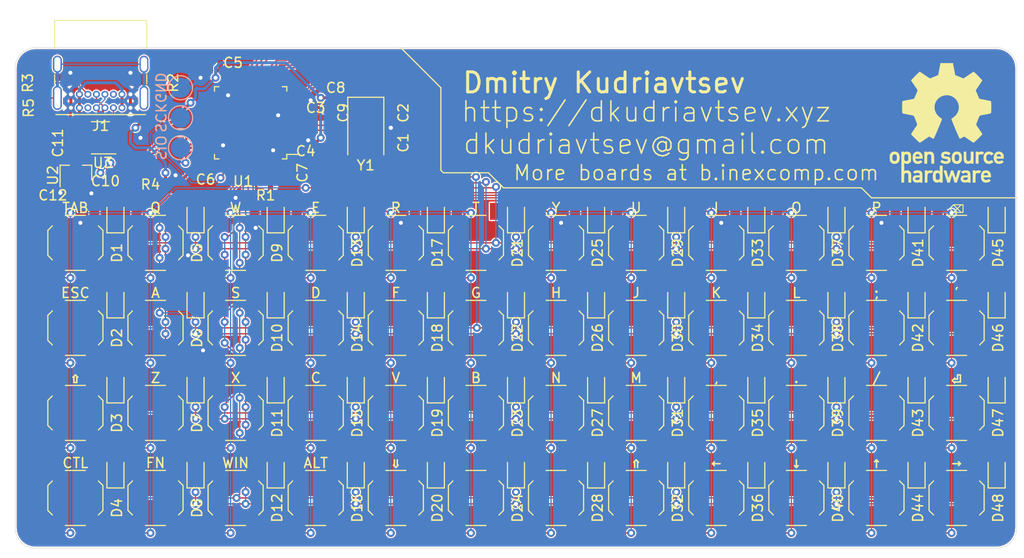
<source format=kicad_pcb>
(kicad_pcb (version 20171130) (host pcbnew 5.1.5)
  (layers (0 F.Cu signal) (31 B.Cu signal) (34 B.Paste user) (35 F.Paste user) (36 B.SilkS user) (37 F.SilkS user) (38 B.Mask user) (39 F.Mask user) (44 Edge.Cuts user))
  (net 0 "")
  (net 1 GND)
  (net 2 PD0)
  (net 3 PD1)
  (net 4 NRST)
  (net 5 VBAT)
  (net 6 +5V)
  (net 7 "Net-(D1-Pad2)")
  (net 8 row0)
  (net 9 "Net-(D2-Pad2)")
  (net 10 row2)
  (net 11 "Net-(D3-Pad2)")
  (net 12 row4)
  (net 13 "Net-(D4-Pad2)")
  (net 14 row6)
  (net 15 "Net-(D5-Pad2)")
  (net 16 row1)
  (net 17 "Net-(D6-Pad2)")
  (net 18 row3)
  (net 19 "Net-(D7-Pad2)")
  (net 20 row5)
  (net 21 "Net-(D8-Pad2)")
  (net 22 row7)
  (net 23 "Net-(D9-Pad2)")
  (net 24 "Net-(D10-Pad2)")
  (net 25 "Net-(D11-Pad2)")
  (net 26 "Net-(D12-Pad2)")
  (net 27 "Net-(D13-Pad2)")
  (net 28 "Net-(D14-Pad2)")
  (net 29 "Net-(D15-Pad2)")
  (net 30 "Net-(D16-Pad2)")
  (net 31 "Net-(D17-Pad2)")
  (net 32 "Net-(D18-Pad2)")
  (net 33 "Net-(D19-Pad2)")
  (net 34 "Net-(D20-Pad2)")
  (net 35 "Net-(D21-Pad2)")
  (net 36 "Net-(D22-Pad2)")
  (net 37 "Net-(D23-Pad2)")
  (net 38 "Net-(D24-Pad2)")
  (net 39 "Net-(D25-Pad2)")
  (net 40 "Net-(D26-Pad2)")
  (net 41 "Net-(D27-Pad2)")
  (net 42 "Net-(D28-Pad2)")
  (net 43 "Net-(D29-Pad2)")
  (net 44 "Net-(D30-Pad2)")
  (net 45 "Net-(D31-Pad2)")
  (net 46 "Net-(D32-Pad2)")
  (net 47 "Net-(D33-Pad2)")
  (net 48 "Net-(D34-Pad2)")
  (net 49 "Net-(D35-Pad2)")
  (net 50 "Net-(D36-Pad2)")
  (net 51 "Net-(D37-Pad2)")
  (net 52 "Net-(D38-Pad2)")
  (net 53 "Net-(D39-Pad2)")
  (net 54 "Net-(D40-Pad2)")
  (net 55 "Net-(D41-Pad2)")
  (net 56 "Net-(D42-Pad2)")
  (net 57 "Net-(D43-Pad2)")
  (net 58 "Net-(D44-Pad2)")
  (net 59 "Net-(D45-Pad2)")
  (net 60 "Net-(D46-Pad2)")
  (net 61 "Net-(D47-Pad2)")
  (net 62 "Net-(D48-Pad2)")
  (net 63 DA+)
  (net 64 "/MCU Support/CC2")
  (net 65 DA-)
  (net 66 "/MCU Support/CC1")
  (net 67 BOOT0)
  (net 68 SWDCLK)
  (net 69 SWDIO)
  (net 70 col1)
  (net 71 col2)
  (net 72 col3)
  (net 73 col4)
  (net 74 col5)
  (net 75 col6)
  (net 76 "Net-(J1-PadS1)")
  (module Symbol:OSHW-Logo_11.4x12mm_SilkScreen (layer F.Cu) (at 143 57.5)
    (fp_text reference REF** hide)
    (fp_text value OSHW-Logo_11.4x12mm_SilkScreen hide)
  )
  (module Resistor_SMD:R_0402_1005Metric (layer F.Cu) (at 52.5 56.015 90)
    (fp_text reference R5 (at 0 -1.17 90) (layer F.SilkS))
    (fp_text value 1M)
    (pad 2 smd roundrect (at 0.485 0 90) (size 0.59 0.64) (layers F.Cu F.Paste F.Mask) (net 76 "Net-(J1-PadS1)"))
    (pad 1 smd roundrect (at -0.485 0 90) (size 0.59 0.64) (layers F.Cu F.Paste F.Mask) (net 1 GND))
  )
  (module Capacitor_SMD:C_0402_1005Metric (layer F.Cu) (at 69 62 180)
    (fp_text reference C6 (at 0 -1.17) (layer F.SilkS))
    (fp_text value 100nf)
    (pad 2 smd roundrect (at 0.485 0 180) (size 0.59 0.64) (layers F.Cu F.Paste F.Mask) (net 5 VBAT))
    (pad 1 smd roundrect (at -0.485 0 180) (size 0.59 0.64) (layers F.Cu F.Paste F.Mask) (net 1 GND))
  )
  (module Capacitor_SMD:C_0402_1005Metric (layer F.Cu) (at 77.5 62.5 270)
    (fp_text reference C7 (at 0 -1.17 90) (layer F.SilkS))
    (fp_text value 100nf)
    (pad 2 smd roundrect (at 0.485 0 270) (size 0.59 0.64) (layers F.Cu F.Paste F.Mask) (net 5 VBAT))
    (pad 1 smd roundrect (at -0.485 0 270) (size 0.59 0.64) (layers F.Cu F.Paste F.Mask) (net 1 GND))
  )
  (module Capacitor_SMD:C_0402_1005Metric (layer F.Cu) (at 69.985 51.5)
    (fp_text reference C5 (at 1.765 0) (layer F.SilkS))
    (fp_text value 100nf)
    (pad 2 smd roundrect (at 0.485 0) (size 0.59 0.64) (layers F.Cu F.Paste F.Mask) (net 5 VBAT))
    (pad 1 smd roundrect (at -0.485 0) (size 0.59 0.64) (layers F.Cu F.Paste F.Mask) (net 1 GND))
  )
  (module Resistor_SMD:R_0402_1005Metric (layer F.Cu) (at 63.5 62.5 180)
    (fp_text reference R4 (at 0 -1.17) (layer F.SilkS))
    (fp_text value 1.5K)
    (pad 2 smd roundrect (at 0.485 0 180) (size 0.59 0.64) (layers F.Cu F.Paste F.Mask) (net 63 DA+))
    (pad 1 smd roundrect (at -0.485 0 180) (size 0.59 0.64) (layers F.Cu F.Paste F.Mask) (net 5 VBAT))
  )
  (module Button_Switch_SMD:SW_SPST_TL3342 (layer F.Cu) (at 80 95 90)
    (fp_text reference SW16 hide)
    (fp_text value SW_Push_45deg)
    (pad 2 smd rect (at 3.15 1.9 90) (size 1.7 1) (layers F.Cu F.Paste F.Mask) (net 30 "Net-(D16-Pad2)"))
    (pad 2 smd rect (at -3.15 1.9 90) (size 1.7 1) (layers F.Cu F.Paste F.Mask) (net 30 "Net-(D16-Pad2)"))
    (pad 1 smd rect (at 3.15 -1.9 90) (size 1.7 1) (layers F.Cu F.Paste F.Mask) (net 71 col2))
    (pad 1 smd rect (at -3.15 -1.9 90) (size 1.7 1) (layers F.Cu F.Paste F.Mask) (net 71 col2))
  )
  (module Crystal:Crystal_SMD_5032-2Pin_5.0x3.2mm (layer F.Cu) (at 85 58 270)
    (fp_text reference Y1 (at 3.75 0 180) (layer F.SilkS))
    (fp_text value 8MHz)
    (pad 2 smd rect (at 1.85 0 270) (size 2 2.4) (layers F.Cu F.Paste F.Mask) (net 2 PD0))
    (pad 1 smd rect (at -1.85 0 270) (size 2 2.4) (layers F.Cu F.Paste F.Mask) (net 3 PD1))
  )
  (module Package_TO_SOT_SMD:SOT-23-6 (layer F.Cu) (at 58.5 59 180)
    (fp_text reference U3 (at -0.25 -2.5) (layer F.SilkS))
    (fp_text value SRV05-4)
    (pad 1 smd rect (at -1.1 -0.95 180) (size 1.06 0.65) (layers F.Cu F.Paste F.Mask))
    (pad 2 smd rect (at -1.1 0 180) (size 1.06 0.65) (layers F.Cu F.Paste F.Mask) (net 1 GND))
    (pad 3 smd rect (at -1.1 0.95 180) (size 1.06 0.65) (layers F.Cu F.Paste F.Mask) (net 63 DA+))
    (pad 4 smd rect (at 1.1 0.95 180) (size 1.06 0.65) (layers F.Cu F.Paste F.Mask) (net 65 DA-))
    (pad 6 smd rect (at 1.1 -0.95 180) (size 1.06 0.65) (layers F.Cu F.Paste F.Mask))
    (pad 5 smd rect (at 1.1 0 180) (size 1.06 0.65) (layers F.Cu F.Paste F.Mask) (net 6 +5V))
  )
  (module Package_TO_SOT_SMD:SOT-23 (layer F.Cu) (at 56.05 62.5 90)
    (fp_text reference U2 (at -0.25 -2.3 90) (layer F.SilkS))
    (fp_text value XC6206PxxxMR)
    (pad 3 smd rect (at 1 0 90) (size 0.9 0.8) (layers F.Cu F.Paste F.Mask) (net 6 +5V))
    (pad 2 smd rect (at -1 0.95 90) (size 0.9 0.8) (layers F.Cu F.Paste F.Mask) (net 5 VBAT))
    (pad 1 smd rect (at -1 -0.95 90) (size 0.9 0.8) (layers F.Cu F.Paste F.Mask) (net 1 GND))
  )
  (module Package_QFP:LQFP-48_7x7mm_P0.5mm (layer F.Cu) (at 73.5 57.5 180)
    (fp_text reference U1 (at 0.75 -5.85) (layer F.SilkS))
    (fp_text value STM32F103C8Tx)
    (pad 1 smd roundrect (at -4.1625 -2.75 180) (size 1.475 0.3) (layers F.Cu F.Paste F.Mask) (net 5 VBAT))
    (pad 2 smd roundrect (at -4.1625 -2.25 180) (size 1.475 0.3) (layers F.Cu F.Paste F.Mask))
    (pad 3 smd roundrect (at -4.1625 -1.75 180) (size 1.475 0.3) (layers F.Cu F.Paste F.Mask))
    (pad 4 smd roundrect (at -4.1625 -1.25 180) (size 1.475 0.3) (layers F.Cu F.Paste F.Mask))
    (pad 5 smd roundrect (at -4.1625 -0.75 180) (size 1.475 0.3) (layers F.Cu F.Paste F.Mask) (net 2 PD0))
    (pad 6 smd roundrect (at -4.1625 -0.25 180) (size 1.475 0.3) (layers F.Cu F.Paste F.Mask) (net 3 PD1))
    (pad 7 smd roundrect (at -4.1625 0.25 180) (size 1.475 0.3) (layers F.Cu F.Paste F.Mask) (net 4 NRST))
    (pad 8 smd roundrect (at -4.1625 0.75 180) (size 1.475 0.3) (layers F.Cu F.Paste F.Mask) (net 1 GND))
    (pad 9 smd roundrect (at -4.1625 1.25 180) (size 1.475 0.3) (layers F.Cu F.Paste F.Mask) (net 5 VBAT))
    (pad 10 smd roundrect (at -4.1625 1.75 180) (size 1.475 0.3) (layers F.Cu F.Paste F.Mask))
    (pad 11 smd roundrect (at -4.1625 2.25 180) (size 1.475 0.3) (layers F.Cu F.Paste F.Mask) (net 70 col1))
    (pad 12 smd roundrect (at -4.1625 2.75 180) (size 1.475 0.3) (layers F.Cu F.Paste F.Mask) (net 71 col2))
    (pad 13 smd roundrect (at -2.75 4.1625 180) (size 0.3 1.475) (layers F.Cu F.Paste F.Mask) (net 72 col3))
    (pad 14 smd roundrect (at -2.25 4.1625 180) (size 0.3 1.475) (layers F.Cu F.Paste F.Mask) (net 73 col4))
    (pad 15 smd roundrect (at -1.75 4.1625 180) (size 0.3 1.475) (layers F.Cu F.Paste F.Mask) (net 74 col5))
    (pad 16 smd roundrect (at -1.25 4.1625 180) (size 0.3 1.475) (layers F.Cu F.Paste F.Mask) (net 75 col6))
    (pad 17 smd roundrect (at -0.75 4.1625 180) (size 0.3 1.475) (layers F.Cu F.Paste F.Mask))
    (pad 18 smd roundrect (at -0.25 4.1625 180) (size 0.3 1.475) (layers F.Cu F.Paste F.Mask) (net 8 row0))
    (pad 19 smd roundrect (at 0.25 4.1625 180) (size 0.3 1.475) (layers F.Cu F.Paste F.Mask) (net 16 row1))
    (pad 20 smd roundrect (at 0.75 4.1625 180) (size 0.3 1.475) (layers F.Cu F.Paste F.Mask) (net 10 row2))
    (pad 21 smd roundrect (at 1.25 4.1625 180) (size 0.3 1.475) (layers F.Cu F.Paste F.Mask))
    (pad 22 smd roundrect (at 1.75 4.1625 180) (size 0.3 1.475) (layers F.Cu F.Paste F.Mask))
    (pad 23 smd roundrect (at 2.25 4.1625 180) (size 0.3 1.475) (layers F.Cu F.Paste F.Mask) (net 1 GND))
    (pad 24 smd roundrect (at 2.75 4.1625 180) (size 0.3 1.475) (layers F.Cu F.Paste F.Mask) (net 5 VBAT))
    (pad 25 smd roundrect (at 4.1625 2.75 180) (size 1.475 0.3) (layers F.Cu F.Paste F.Mask))
    (pad 26 smd roundrect (at 4.1625 2.25 180) (size 1.475 0.3) (layers F.Cu F.Paste F.Mask))
    (pad 27 smd roundrect (at 4.1625 1.75 180) (size 1.475 0.3) (layers F.Cu F.Paste F.Mask))
    (pad 28 smd roundrect (at 4.1625 1.25 180) (size 1.475 0.3) (layers F.Cu F.Paste F.Mask))
    (pad 29 smd roundrect (at 4.1625 0.75 180) (size 1.475 0.3) (layers F.Cu F.Paste F.Mask))
    (pad 30 smd roundrect (at 4.1625 0.25 180) (size 1.475 0.3) (layers F.Cu F.Paste F.Mask))
    (pad 31 smd roundrect (at 4.1625 -0.25 180) (size 1.475 0.3) (layers F.Cu F.Paste F.Mask))
    (pad 32 smd roundrect (at 4.1625 -0.75 180) (size 1.475 0.3) (layers F.Cu F.Paste F.Mask) (net 65 DA-))
    (pad 33 smd roundrect (at 4.1625 -1.25 180) (size 1.475 0.3) (layers F.Cu F.Paste F.Mask) (net 63 DA+))
    (pad 34 smd roundrect (at 4.1625 -1.75 180) (size 1.475 0.3) (layers F.Cu F.Paste F.Mask) (net 69 SWDIO))
    (pad 35 smd roundrect (at 4.1625 -2.25 180) (size 1.475 0.3) (layers F.Cu F.Paste F.Mask) (net 1 GND))
    (pad 36 smd roundrect (at 4.1625 -2.75 180) (size 1.475 0.3) (layers F.Cu F.Paste F.Mask) (net 5 VBAT))
    (pad 37 smd roundrect (at 2.75 -4.1625 180) (size 0.3 1.475) (layers F.Cu F.Paste F.Mask) (net 68 SWDCLK))
    (pad 38 smd roundrect (at 2.25 -4.1625 180) (size 0.3 1.475) (layers F.Cu F.Paste F.Mask))
    (pad 39 smd roundrect (at 1.75 -4.1625 180) (size 0.3 1.475) (layers F.Cu F.Paste F.Mask) (net 18 row3))
    (pad 40 smd roundrect (at 1.25 -4.1625 180) (size 0.3 1.475) (layers F.Cu F.Paste F.Mask) (net 12 row4))
    (pad 41 smd roundrect (at 0.75 -4.1625 180) (size 0.3 1.475) (layers F.Cu F.Paste F.Mask) (net 20 row5))
    (pad 42 smd roundrect (at 0.25 -4.1625 180) (size 0.3 1.475) (layers F.Cu F.Paste F.Mask) (net 14 row6))
    (pad 43 smd roundrect (at -0.25 -4.1625 180) (size 0.3 1.475) (layers F.Cu F.Paste F.Mask) (net 22 row7))
    (pad 44 smd roundrect (at -0.75 -4.1625 180) (size 0.3 1.475) (layers F.Cu F.Paste F.Mask) (net 67 BOOT0))
    (pad 45 smd roundrect (at -1.25 -4.1625 180) (size 0.3 1.475) (layers F.Cu F.Paste F.Mask))
    (pad 46 smd roundrect (at -1.75 -4.1625 180) (size 0.3 1.475) (layers F.Cu F.Paste F.Mask))
    (pad 47 smd roundrect (at -2.25 -4.1625 180) (size 0.3 1.475) (layers F.Cu F.Paste F.Mask) (net 1 GND))
    (pad 48 smd roundrect (at -2.75 -4.1625 180) (size 0.3 1.475) (layers F.Cu F.Paste F.Mask) (net 5 VBAT))
  )
  (module Button_Switch_SMD:SW_SPST_TL3342 (layer F.Cu) (at 144 95 90)
    (fp_text reference SW48 hide)
    (fp_text value SW_Push_45deg)
    (pad 2 smd rect (at 3.15 1.9 90) (size 1.7 1) (layers F.Cu F.Paste F.Mask) (net 62 "Net-(D48-Pad2)"))
    (pad 2 smd rect (at -3.15 1.9 90) (size 1.7 1) (layers F.Cu F.Paste F.Mask) (net 62 "Net-(D48-Pad2)"))
    (pad 1 smd rect (at 3.15 -1.9 90) (size 1.7 1) (layers F.Cu F.Paste F.Mask) (net 75 col6))
    (pad 1 smd rect (at -3.15 -1.9 90) (size 1.7 1) (layers F.Cu F.Paste F.Mask) (net 75 col6))
  )
  (module Button_Switch_SMD:SW_SPST_TL3342 (layer F.Cu) (at 144 86.5 90)
    (fp_text reference SW47 hide)
    (fp_text value SW_Push_45deg)
    (pad 2 smd rect (at 3.15 1.9 90) (size 1.7 1) (layers F.Cu F.Paste F.Mask) (net 61 "Net-(D47-Pad2)"))
    (pad 2 smd rect (at -3.15 1.9 90) (size 1.7 1) (layers F.Cu F.Paste F.Mask) (net 61 "Net-(D47-Pad2)"))
    (pad 1 smd rect (at 3.15 -1.9 90) (size 1.7 1) (layers F.Cu F.Paste F.Mask) (net 75 col6))
    (pad 1 smd rect (at -3.15 -1.9 90) (size 1.7 1) (layers F.Cu F.Paste F.Mask) (net 75 col6))
  )
  (module Button_Switch_SMD:SW_SPST_TL3342 (layer F.Cu) (at 144 78 90)
    (fp_text reference SW46 hide)
    (fp_text value SW_Push_45deg)
    (pad 2 smd rect (at 3.15 1.9 90) (size 1.7 1) (layers F.Cu F.Paste F.Mask) (net 60 "Net-(D46-Pad2)"))
    (pad 2 smd rect (at -3.15 1.9 90) (size 1.7 1) (layers F.Cu F.Paste F.Mask) (net 60 "Net-(D46-Pad2)"))
    (pad 1 smd rect (at 3.15 -1.9 90) (size 1.7 1) (layers F.Cu F.Paste F.Mask) (net 75 col6))
    (pad 1 smd rect (at -3.15 -1.9 90) (size 1.7 1) (layers F.Cu F.Paste F.Mask) (net 75 col6))
  )
  (module Button_Switch_SMD:SW_SPST_TL3342 (layer F.Cu) (at 144 69.5 90)
    (fp_text reference SW45 hide)
    (fp_text value SW_Push_45deg)
    (pad 2 smd rect (at 3.15 1.9 90) (size 1.7 1) (layers F.Cu F.Paste F.Mask) (net 59 "Net-(D45-Pad2)"))
    (pad 2 smd rect (at -3.15 1.9 90) (size 1.7 1) (layers F.Cu F.Paste F.Mask) (net 59 "Net-(D45-Pad2)"))
    (pad 1 smd rect (at 3.15 -1.9 90) (size 1.7 1) (layers F.Cu F.Paste F.Mask) (net 75 col6))
    (pad 1 smd rect (at -3.15 -1.9 90) (size 1.7 1) (layers F.Cu F.Paste F.Mask) (net 75 col6))
  )
  (module Button_Switch_SMD:SW_SPST_TL3342 (layer F.Cu) (at 136 95 90)
    (fp_text reference SW44 hide)
    (fp_text value SW_Push_45deg)
    (pad 2 smd rect (at 3.15 1.9 90) (size 1.7 1) (layers F.Cu F.Paste F.Mask) (net 58 "Net-(D44-Pad2)"))
    (pad 2 smd rect (at -3.15 1.9 90) (size 1.7 1) (layers F.Cu F.Paste F.Mask) (net 58 "Net-(D44-Pad2)"))
    (pad 1 smd rect (at 3.15 -1.9 90) (size 1.7 1) (layers F.Cu F.Paste F.Mask) (net 75 col6))
    (pad 1 smd rect (at -3.15 -1.9 90) (size 1.7 1) (layers F.Cu F.Paste F.Mask) (net 75 col6))
  )
  (module Button_Switch_SMD:SW_SPST_TL3342 (layer F.Cu) (at 136 86.5 90)
    (fp_text reference SW43 hide)
    (fp_text value SW_Push_45deg)
    (pad 2 smd rect (at 3.15 1.9 90) (size 1.7 1) (layers F.Cu F.Paste F.Mask) (net 57 "Net-(D43-Pad2)"))
    (pad 2 smd rect (at -3.15 1.9 90) (size 1.7 1) (layers F.Cu F.Paste F.Mask) (net 57 "Net-(D43-Pad2)"))
    (pad 1 smd rect (at 3.15 -1.9 90) (size 1.7 1) (layers F.Cu F.Paste F.Mask) (net 75 col6))
    (pad 1 smd rect (at -3.15 -1.9 90) (size 1.7 1) (layers F.Cu F.Paste F.Mask) (net 75 col6))
  )
  (module Button_Switch_SMD:SW_SPST_TL3342 (layer F.Cu) (at 136 78 90)
    (fp_text reference SW42 hide)
    (fp_text value SW_Push_45deg)
    (pad 2 smd rect (at 3.15 1.9 90) (size 1.7 1) (layers F.Cu F.Paste F.Mask) (net 56 "Net-(D42-Pad2)"))
    (pad 2 smd rect (at -3.15 1.9 90) (size 1.7 1) (layers F.Cu F.Paste F.Mask) (net 56 "Net-(D42-Pad2)"))
    (pad 1 smd rect (at 3.15 -1.9 90) (size 1.7 1) (layers F.Cu F.Paste F.Mask) (net 75 col6))
    (pad 1 smd rect (at -3.15 -1.9 90) (size 1.7 1) (layers F.Cu F.Paste F.Mask) (net 75 col6))
  )
  (module Button_Switch_SMD:SW_SPST_TL3342 (layer F.Cu) (at 136 69.5 90)
    (fp_text reference SW41 hide)
    (fp_text value SW_Push_45deg)
    (pad 2 smd rect (at 3.15 1.9 90) (size 1.7 1) (layers F.Cu F.Paste F.Mask) (net 55 "Net-(D41-Pad2)"))
    (pad 2 smd rect (at -3.15 1.9 90) (size 1.7 1) (layers F.Cu F.Paste F.Mask) (net 55 "Net-(D41-Pad2)"))
    (pad 1 smd rect (at 3.15 -1.9 90) (size 1.7 1) (layers F.Cu F.Paste F.Mask) (net 75 col6))
    (pad 1 smd rect (at -3.15 -1.9 90) (size 1.7 1) (layers F.Cu F.Paste F.Mask) (net 75 col6))
  )
  (module Button_Switch_SMD:SW_SPST_TL3342 (layer F.Cu) (at 128 95 90)
    (fp_text reference SW40 hide)
    (fp_text value SW_Push_45deg)
    (pad 2 smd rect (at 3.15 1.9 90) (size 1.7 1) (layers F.Cu F.Paste F.Mask) (net 54 "Net-(D40-Pad2)"))
    (pad 2 smd rect (at -3.15 1.9 90) (size 1.7 1) (layers F.Cu F.Paste F.Mask) (net 54 "Net-(D40-Pad2)"))
    (pad 1 smd rect (at 3.15 -1.9 90) (size 1.7 1) (layers F.Cu F.Paste F.Mask) (net 74 col5))
    (pad 1 smd rect (at -3.15 -1.9 90) (size 1.7 1) (layers F.Cu F.Paste F.Mask) (net 74 col5))
  )
  (module Button_Switch_SMD:SW_SPST_TL3342 (layer F.Cu) (at 128 86.5 90)
    (fp_text reference SW39 hide)
    (fp_text value SW_Push_45deg)
    (pad 2 smd rect (at 3.15 1.9 90) (size 1.7 1) (layers F.Cu F.Paste F.Mask) (net 53 "Net-(D39-Pad2)"))
    (pad 2 smd rect (at -3.15 1.9 90) (size 1.7 1) (layers F.Cu F.Paste F.Mask) (net 53 "Net-(D39-Pad2)"))
    (pad 1 smd rect (at 3.15 -1.9 90) (size 1.7 1) (layers F.Cu F.Paste F.Mask) (net 74 col5))
    (pad 1 smd rect (at -3.15 -1.9 90) (size 1.7 1) (layers F.Cu F.Paste F.Mask) (net 74 col5))
  )
  (module Button_Switch_SMD:SW_SPST_TL3342 (layer F.Cu) (at 128 78 90)
    (fp_text reference SW38 hide)
    (fp_text value SW_Push_45deg)
    (pad 2 smd rect (at 3.15 1.9 90) (size 1.7 1) (layers F.Cu F.Paste F.Mask) (net 52 "Net-(D38-Pad2)"))
    (pad 2 smd rect (at -3.15 1.9 90) (size 1.7 1) (layers F.Cu F.Paste F.Mask) (net 52 "Net-(D38-Pad2)"))
    (pad 1 smd rect (at 3.15 -1.9 90) (size 1.7 1) (layers F.Cu F.Paste F.Mask) (net 74 col5))
    (pad 1 smd rect (at -3.15 -1.9 90) (size 1.7 1) (layers F.Cu F.Paste F.Mask) (net 74 col5))
  )
  (module Button_Switch_SMD:SW_SPST_TL3342 (layer F.Cu) (at 128 69.5 90)
    (fp_text reference SW37 hide)
    (fp_text value SW_Push_45deg)
    (pad 2 smd rect (at 3.15 1.9 90) (size 1.7 1) (layers F.Cu F.Paste F.Mask) (net 51 "Net-(D37-Pad2)"))
    (pad 2 smd rect (at -3.15 1.9 90) (size 1.7 1) (layers F.Cu F.Paste F.Mask) (net 51 "Net-(D37-Pad2)"))
    (pad 1 smd rect (at 3.15 -1.9 90) (size 1.7 1) (layers F.Cu F.Paste F.Mask) (net 74 col5))
    (pad 1 smd rect (at -3.15 -1.9 90) (size 1.7 1) (layers F.Cu F.Paste F.Mask) (net 74 col5))
  )
  (module Button_Switch_SMD:SW_SPST_TL3342 (layer F.Cu) (at 120 95 90)
    (fp_text reference SW36 hide)
    (fp_text value SW_Push_45deg)
    (pad 2 smd rect (at 3.15 1.9 90) (size 1.7 1) (layers F.Cu F.Paste F.Mask) (net 50 "Net-(D36-Pad2)"))
    (pad 2 smd rect (at -3.15 1.9 90) (size 1.7 1) (layers F.Cu F.Paste F.Mask) (net 50 "Net-(D36-Pad2)"))
    (pad 1 smd rect (at 3.15 -1.9 90) (size 1.7 1) (layers F.Cu F.Paste F.Mask) (net 74 col5))
    (pad 1 smd rect (at -3.15 -1.9 90) (size 1.7 1) (layers F.Cu F.Paste F.Mask) (net 74 col5))
  )
  (module Button_Switch_SMD:SW_SPST_TL3342 (layer F.Cu) (at 120 86.5 90)
    (fp_text reference SW35 hide)
    (fp_text value SW_Push_45deg)
    (pad 2 smd rect (at 3.15 1.9 90) (size 1.7 1) (layers F.Cu F.Paste F.Mask) (net 49 "Net-(D35-Pad2)"))
    (pad 2 smd rect (at -3.15 1.9 90) (size 1.7 1) (layers F.Cu F.Paste F.Mask) (net 49 "Net-(D35-Pad2)"))
    (pad 1 smd rect (at 3.15 -1.9 90) (size 1.7 1) (layers F.Cu F.Paste F.Mask) (net 74 col5))
    (pad 1 smd rect (at -3.15 -1.9 90) (size 1.7 1) (layers F.Cu F.Paste F.Mask) (net 74 col5))
  )
  (module Button_Switch_SMD:SW_SPST_TL3342 (layer F.Cu) (at 120 78 90)
    (fp_text reference SW34 hide)
    (fp_text value SW_Push_45deg)
    (pad 2 smd rect (at 3.15 1.9 90) (size 1.7 1) (layers F.Cu F.Paste F.Mask) (net 48 "Net-(D34-Pad2)"))
    (pad 2 smd rect (at -3.15 1.9 90) (size 1.7 1) (layers F.Cu F.Paste F.Mask) (net 48 "Net-(D34-Pad2)"))
    (pad 1 smd rect (at 3.15 -1.9 90) (size 1.7 1) (layers F.Cu F.Paste F.Mask) (net 74 col5))
    (pad 1 smd rect (at -3.15 -1.9 90) (size 1.7 1) (layers F.Cu F.Paste F.Mask) (net 74 col5))
  )
  (module Button_Switch_SMD:SW_SPST_TL3342 (layer F.Cu) (at 120 69.5 90)
    (fp_text reference SW33 hide)
    (fp_text value SW_Push_45deg)
    (pad 2 smd rect (at 3.15 1.9 90) (size 1.7 1) (layers F.Cu F.Paste F.Mask) (net 47 "Net-(D33-Pad2)"))
    (pad 2 smd rect (at -3.15 1.9 90) (size 1.7 1) (layers F.Cu F.Paste F.Mask) (net 47 "Net-(D33-Pad2)"))
    (pad 1 smd rect (at 3.15 -1.9 90) (size 1.7 1) (layers F.Cu F.Paste F.Mask) (net 74 col5))
    (pad 1 smd rect (at -3.15 -1.9 90) (size 1.7 1) (layers F.Cu F.Paste F.Mask) (net 74 col5))
  )
  (module Button_Switch_SMD:SW_SPST_TL3342 (layer F.Cu) (at 112 95 90)
    (fp_text reference SW32 hide)
    (fp_text value SW_Push_45deg)
    (pad 2 smd rect (at 3.15 1.9 90) (size 1.7 1) (layers F.Cu F.Paste F.Mask) (net 46 "Net-(D32-Pad2)"))
    (pad 2 smd rect (at -3.15 1.9 90) (size 1.7 1) (layers F.Cu F.Paste F.Mask) (net 46 "Net-(D32-Pad2)"))
    (pad 1 smd rect (at 3.15 -1.9 90) (size 1.7 1) (layers F.Cu F.Paste F.Mask) (net 73 col4))
    (pad 1 smd rect (at -3.15 -1.9 90) (size 1.7 1) (layers F.Cu F.Paste F.Mask) (net 73 col4))
  )
  (module Button_Switch_SMD:SW_SPST_TL3342 (layer F.Cu) (at 112 86.5 90)
    (fp_text reference SW31 hide)
    (fp_text value SW_Push_45deg)
    (pad 2 smd rect (at 3.15 1.9 90) (size 1.7 1) (layers F.Cu F.Paste F.Mask) (net 45 "Net-(D31-Pad2)"))
    (pad 2 smd rect (at -3.15 1.9 90) (size 1.7 1) (layers F.Cu F.Paste F.Mask) (net 45 "Net-(D31-Pad2)"))
    (pad 1 smd rect (at 3.15 -1.9 90) (size 1.7 1) (layers F.Cu F.Paste F.Mask) (net 73 col4))
    (pad 1 smd rect (at -3.15 -1.9 90) (size 1.7 1) (layers F.Cu F.Paste F.Mask) (net 73 col4))
  )
  (module Button_Switch_SMD:SW_SPST_TL3342 (layer F.Cu) (at 112 78 90)
    (fp_text reference SW30 hide)
    (fp_text value SW_Push_45deg)
    (pad 2 smd rect (at 3.15 1.9 90) (size 1.7 1) (layers F.Cu F.Paste F.Mask) (net 44 "Net-(D30-Pad2)"))
    (pad 2 smd rect (at -3.15 1.9 90) (size 1.7 1) (layers F.Cu F.Paste F.Mask) (net 44 "Net-(D30-Pad2)"))
    (pad 1 smd rect (at 3.15 -1.9 90) (size 1.7 1) (layers F.Cu F.Paste F.Mask) (net 73 col4))
    (pad 1 smd rect (at -3.15 -1.9 90) (size 1.7 1) (layers F.Cu F.Paste F.Mask) (net 73 col4))
  )
  (module Button_Switch_SMD:SW_SPST_TL3342 (layer F.Cu) (at 112 69.5 90)
    (fp_text reference SW29 hide)
    (fp_text value SW_Push_45deg)
    (pad 2 smd rect (at 3.15 1.9 90) (size 1.7 1) (layers F.Cu F.Paste F.Mask) (net 43 "Net-(D29-Pad2)"))
    (pad 2 smd rect (at -3.15 1.9 90) (size 1.7 1) (layers F.Cu F.Paste F.Mask) (net 43 "Net-(D29-Pad2)"))
    (pad 1 smd rect (at 3.15 -1.9 90) (size 1.7 1) (layers F.Cu F.Paste F.Mask) (net 73 col4))
    (pad 1 smd rect (at -3.15 -1.9 90) (size 1.7 1) (layers F.Cu F.Paste F.Mask) (net 73 col4))
  )
  (module Button_Switch_SMD:SW_SPST_TL3342 (layer F.Cu) (at 104 95 90)
    (fp_text reference SW28 hide)
    (fp_text value SW_Push_45deg)
    (pad 2 smd rect (at 3.15 1.9 90) (size 1.7 1) (layers F.Cu F.Paste F.Mask) (net 42 "Net-(D28-Pad2)"))
    (pad 2 smd rect (at -3.15 1.9 90) (size 1.7 1) (layers F.Cu F.Paste F.Mask) (net 42 "Net-(D28-Pad2)"))
    (pad 1 smd rect (at 3.15 -1.9 90) (size 1.7 1) (layers F.Cu F.Paste F.Mask) (net 73 col4))
    (pad 1 smd rect (at -3.15 -1.9 90) (size 1.7 1) (layers F.Cu F.Paste F.Mask) (net 73 col4))
  )
  (module Button_Switch_SMD:SW_SPST_TL3342 (layer F.Cu) (at 104 86.5 90)
    (fp_text reference SW27 hide)
    (fp_text value SW_Push_45deg)
    (pad 2 smd rect (at 3.15 1.9 90) (size 1.7 1) (layers F.Cu F.Paste F.Mask) (net 41 "Net-(D27-Pad2)"))
    (pad 2 smd rect (at -3.15 1.9 90) (size 1.7 1) (layers F.Cu F.Paste F.Mask) (net 41 "Net-(D27-Pad2)"))
    (pad 1 smd rect (at 3.15 -1.9 90) (size 1.7 1) (layers F.Cu F.Paste F.Mask) (net 73 col4))
    (pad 1 smd rect (at -3.15 -1.9 90) (size 1.7 1) (layers F.Cu F.Paste F.Mask) (net 73 col4))
  )
  (module Button_Switch_SMD:SW_SPST_TL3342 (layer F.Cu) (at 104 78 90)
    (fp_text reference SW26 hide)
    (fp_text value SW_Push_45deg)
    (pad 2 smd rect (at 3.15 1.9 90) (size 1.7 1) (layers F.Cu F.Paste F.Mask) (net 40 "Net-(D26-Pad2)"))
    (pad 2 smd rect (at -3.15 1.9 90) (size 1.7 1) (layers F.Cu F.Paste F.Mask) (net 40 "Net-(D26-Pad2)"))
    (pad 1 smd rect (at 3.15 -1.9 90) (size 1.7 1) (layers F.Cu F.Paste F.Mask) (net 73 col4))
    (pad 1 smd rect (at -3.15 -1.9 90) (size 1.7 1) (layers F.Cu F.Paste F.Mask) (net 73 col4))
  )
  (module Button_Switch_SMD:SW_SPST_TL3342 (layer F.Cu) (at 104 69.5 90)
    (fp_text reference SW25 hide)
    (fp_text value SW_Push_45deg)
    (pad 2 smd rect (at 3.15 1.9 90) (size 1.7 1) (layers F.Cu F.Paste F.Mask) (net 39 "Net-(D25-Pad2)"))
    (pad 2 smd rect (at -3.15 1.9 90) (size 1.7 1) (layers F.Cu F.Paste F.Mask) (net 39 "Net-(D25-Pad2)"))
    (pad 1 smd rect (at 3.15 -1.9 90) (size 1.7 1) (layers F.Cu F.Paste F.Mask) (net 73 col4))
    (pad 1 smd rect (at -3.15 -1.9 90) (size 1.7 1) (layers F.Cu F.Paste F.Mask) (net 73 col4))
  )
  (module Button_Switch_SMD:SW_SPST_TL3342 (layer F.Cu) (at 96 95 90)
    (fp_text reference SW24 hide)
    (fp_text value SW_Push_45deg)
    (pad 2 smd rect (at 3.15 1.9 90) (size 1.7 1) (layers F.Cu F.Paste F.Mask) (net 38 "Net-(D24-Pad2)"))
    (pad 2 smd rect (at -3.15 1.9 90) (size 1.7 1) (layers F.Cu F.Paste F.Mask) (net 38 "Net-(D24-Pad2)"))
    (pad 1 smd rect (at 3.15 -1.9 90) (size 1.7 1) (layers F.Cu F.Paste F.Mask) (net 72 col3))
    (pad 1 smd rect (at -3.15 -1.9 90) (size 1.7 1) (layers F.Cu F.Paste F.Mask) (net 72 col3))
  )
  (module Button_Switch_SMD:SW_SPST_TL3342 (layer F.Cu) (at 96 86.5 90)
    (fp_text reference SW23 hide)
    (fp_text value SW_Push_45deg)
    (pad 2 smd rect (at 3.15 1.9 90) (size 1.7 1) (layers F.Cu F.Paste F.Mask) (net 37 "Net-(D23-Pad2)"))
    (pad 2 smd rect (at -3.15 1.9 90) (size 1.7 1) (layers F.Cu F.Paste F.Mask) (net 37 "Net-(D23-Pad2)"))
    (pad 1 smd rect (at 3.15 -1.9 90) (size 1.7 1) (layers F.Cu F.Paste F.Mask) (net 72 col3))
    (pad 1 smd rect (at -3.15 -1.9 90) (size 1.7 1) (layers F.Cu F.Paste F.Mask) (net 72 col3))
  )
  (module Button_Switch_SMD:SW_SPST_TL3342 (layer F.Cu) (at 96 78 90)
    (fp_text reference SW22 hide)
    (fp_text value SW_Push_45deg)
    (pad 2 smd rect (at 3.15 1.9 90) (size 1.7 1) (layers F.Cu F.Paste F.Mask) (net 36 "Net-(D22-Pad2)"))
    (pad 2 smd rect (at -3.15 1.9 90) (size 1.7 1) (layers F.Cu F.Paste F.Mask) (net 36 "Net-(D22-Pad2)"))
    (pad 1 smd rect (at 3.15 -1.9 90) (size 1.7 1) (layers F.Cu F.Paste F.Mask) (net 72 col3))
    (pad 1 smd rect (at -3.15 -1.9 90) (size 1.7 1) (layers F.Cu F.Paste F.Mask) (net 72 col3))
  )
  (module Button_Switch_SMD:SW_SPST_TL3342 (layer F.Cu) (at 96 69.5 90)
    (fp_text reference SW21 hide)
    (fp_text value SW_Push_45deg)
    (pad 2 smd rect (at 3.15 1.9 90) (size 1.7 1) (layers F.Cu F.Paste F.Mask) (net 35 "Net-(D21-Pad2)"))
    (pad 2 smd rect (at -3.15 1.9 90) (size 1.7 1) (layers F.Cu F.Paste F.Mask) (net 35 "Net-(D21-Pad2)"))
    (pad 1 smd rect (at 3.15 -1.9 90) (size 1.7 1) (layers F.Cu F.Paste F.Mask) (net 72 col3))
    (pad 1 smd rect (at -3.15 -1.9 90) (size 1.7 1) (layers F.Cu F.Paste F.Mask) (net 72 col3))
  )
  (module Button_Switch_SMD:SW_SPST_TL3342 (layer F.Cu) (at 88 95 90)
    (fp_text reference SW20 hide)
    (fp_text value SW_Push_45deg)
    (pad 2 smd rect (at 3.15 1.9 90) (size 1.7 1) (layers F.Cu F.Paste F.Mask) (net 34 "Net-(D20-Pad2)"))
    (pad 2 smd rect (at -3.15 1.9 90) (size 1.7 1) (layers F.Cu F.Paste F.Mask) (net 34 "Net-(D20-Pad2)"))
    (pad 1 smd rect (at 3.15 -1.9 90) (size 1.7 1) (layers F.Cu F.Paste F.Mask) (net 72 col3))
    (pad 1 smd rect (at -3.15 -1.9 90) (size 1.7 1) (layers F.Cu F.Paste F.Mask) (net 72 col3))
  )
  (module Button_Switch_SMD:SW_SPST_TL3342 (layer F.Cu) (at 88 86.5 90)
    (fp_text reference SW19 hide)
    (fp_text value SW_Push_45deg)
    (pad 2 smd rect (at 3.15 1.9 90) (size 1.7 1) (layers F.Cu F.Paste F.Mask) (net 33 "Net-(D19-Pad2)"))
    (pad 2 smd rect (at -3.15 1.9 90) (size 1.7 1) (layers F.Cu F.Paste F.Mask) (net 33 "Net-(D19-Pad2)"))
    (pad 1 smd rect (at 3.15 -1.9 90) (size 1.7 1) (layers F.Cu F.Paste F.Mask) (net 72 col3))
    (pad 1 smd rect (at -3.15 -1.9 90) (size 1.7 1) (layers F.Cu F.Paste F.Mask) (net 72 col3))
  )
  (module Button_Switch_SMD:SW_SPST_TL3342 (layer F.Cu) (at 88 78 90)
    (fp_text reference SW18 hide)
    (fp_text value SW_Push_45deg)
    (pad 2 smd rect (at 3.15 1.9 90) (size 1.7 1) (layers F.Cu F.Paste F.Mask) (net 32 "Net-(D18-Pad2)"))
    (pad 2 smd rect (at -3.15 1.9 90) (size 1.7 1) (layers F.Cu F.Paste F.Mask) (net 32 "Net-(D18-Pad2)"))
    (pad 1 smd rect (at 3.15 -1.9 90) (size 1.7 1) (layers F.Cu F.Paste F.Mask) (net 72 col3))
    (pad 1 smd rect (at -3.15 -1.9 90) (size 1.7 1) (layers F.Cu F.Paste F.Mask) (net 72 col3))
  )
  (module Button_Switch_SMD:SW_SPST_TL3342 (layer F.Cu) (at 88 69.5 90)
    (fp_text reference SW17 hide)
    (fp_text value SW_Push_45deg)
    (pad 2 smd rect (at 3.15 1.9 90) (size 1.7 1) (layers F.Cu F.Paste F.Mask) (net 31 "Net-(D17-Pad2)"))
    (pad 2 smd rect (at -3.15 1.9 90) (size 1.7 1) (layers F.Cu F.Paste F.Mask) (net 31 "Net-(D17-Pad2)"))
    (pad 1 smd rect (at 3.15 -1.9 90) (size 1.7 1) (layers F.Cu F.Paste F.Mask) (net 72 col3))
    (pad 1 smd rect (at -3.15 -1.9 90) (size 1.7 1) (layers F.Cu F.Paste F.Mask) (net 72 col3))
  )
  (module Button_Switch_SMD:SW_SPST_TL3342 (layer F.Cu) (at 80 86.5 90)
    (fp_text reference SW15 hide)
    (fp_text value SW_Push_45deg)
    (pad 2 smd rect (at 3.15 1.9 90) (size 1.7 1) (layers F.Cu F.Paste F.Mask) (net 29 "Net-(D15-Pad2)"))
    (pad 2 smd rect (at -3.15 1.9 90) (size 1.7 1) (layers F.Cu F.Paste F.Mask) (net 29 "Net-(D15-Pad2)"))
    (pad 1 smd rect (at 3.15 -1.9 90) (size 1.7 1) (layers F.Cu F.Paste F.Mask) (net 71 col2))
    (pad 1 smd rect (at -3.15 -1.9 90) (size 1.7 1) (layers F.Cu F.Paste F.Mask) (net 71 col2))
  )
  (module Button_Switch_SMD:SW_SPST_TL3342 (layer F.Cu) (at 80 78 90)
    (fp_text reference SW14 hide)
    (fp_text value SW_Push_45deg)
    (pad 2 smd rect (at 3.15 1.9 90) (size 1.7 1) (layers F.Cu F.Paste F.Mask) (net 28 "Net-(D14-Pad2)"))
    (pad 2 smd rect (at -3.15 1.9 90) (size 1.7 1) (layers F.Cu F.Paste F.Mask) (net 28 "Net-(D14-Pad2)"))
    (pad 1 smd rect (at 3.15 -1.9 90) (size 1.7 1) (layers F.Cu F.Paste F.Mask) (net 71 col2))
    (pad 1 smd rect (at -3.15 -1.9 90) (size 1.7 1) (layers F.Cu F.Paste F.Mask) (net 71 col2))
  )
  (module Button_Switch_SMD:SW_SPST_TL3342 (layer F.Cu) (at 80 69.5 90)
    (fp_text reference SW13 hide)
    (fp_text value SW_Push_45deg)
    (pad 2 smd rect (at 3.15 1.9 90) (size 1.7 1) (layers F.Cu F.Paste F.Mask) (net 27 "Net-(D13-Pad2)"))
    (pad 2 smd rect (at -3.15 1.9 90) (size 1.7 1) (layers F.Cu F.Paste F.Mask) (net 27 "Net-(D13-Pad2)"))
    (pad 1 smd rect (at 3.15 -1.9 90) (size 1.7 1) (layers F.Cu F.Paste F.Mask) (net 71 col2))
    (pad 1 smd rect (at -3.15 -1.9 90) (size 1.7 1) (layers F.Cu F.Paste F.Mask) (net 71 col2))
  )
  (module Button_Switch_SMD:SW_SPST_TL3342 (layer F.Cu) (at 72 95 90)
    (fp_text reference SW12 hide)
    (fp_text value SW_Push_45deg)
    (pad 1 smd rect (at -3.15 -1.9 90) (size 1.7 1) (layers F.Cu F.Paste F.Mask) (net 71 col2))
    (pad 1 smd rect (at 3.15 -1.9 90) (size 1.7 1) (layers F.Cu F.Paste F.Mask) (net 71 col2))
    (pad 2 smd rect (at -3.15 1.9 90) (size 1.7 1) (layers F.Cu F.Paste F.Mask) (net 26 "Net-(D12-Pad2)"))
    (pad 2 smd rect (at 3.15 1.9 90) (size 1.7 1) (layers F.Cu F.Paste F.Mask) (net 26 "Net-(D12-Pad2)"))
  )
  (module Button_Switch_SMD:SW_SPST_TL3342 (layer F.Cu) (at 72 86.5 90)
    (fp_text reference SW11 hide)
    (fp_text value SW_Push_45deg)
    (pad 2 smd rect (at 3.15 1.9 90) (size 1.7 1) (layers F.Cu F.Paste F.Mask) (net 25 "Net-(D11-Pad2)"))
    (pad 2 smd rect (at -3.15 1.9 90) (size 1.7 1) (layers F.Cu F.Paste F.Mask) (net 25 "Net-(D11-Pad2)"))
    (pad 1 smd rect (at 3.15 -1.9 90) (size 1.7 1) (layers F.Cu F.Paste F.Mask) (net 71 col2))
    (pad 1 smd rect (at -3.15 -1.9 90) (size 1.7 1) (layers F.Cu F.Paste F.Mask) (net 71 col2))
  )
  (module Button_Switch_SMD:SW_SPST_TL3342 (layer F.Cu) (at 72 78 90)
    (fp_text reference SW10 hide)
    (fp_text value SW_Push_45deg)
    (pad 2 smd rect (at 3.15 1.9 90) (size 1.7 1) (layers F.Cu F.Paste F.Mask) (net 24 "Net-(D10-Pad2)"))
    (pad 2 smd rect (at -3.15 1.9 90) (size 1.7 1) (layers F.Cu F.Paste F.Mask) (net 24 "Net-(D10-Pad2)"))
    (pad 1 smd rect (at 3.15 -1.9 90) (size 1.7 1) (layers F.Cu F.Paste F.Mask) (net 71 col2))
    (pad 1 smd rect (at -3.15 -1.9 90) (size 1.7 1) (layers F.Cu F.Paste F.Mask) (net 71 col2))
  )
  (module Button_Switch_SMD:SW_SPST_TL3342 (layer F.Cu) (at 72 69.5 90)
    (fp_text reference SW9 hide)
    (fp_text value SW_Push_45deg)
    (pad 2 smd rect (at 3.15 1.9 90) (size 1.7 1) (layers F.Cu F.Paste F.Mask) (net 23 "Net-(D9-Pad2)"))
    (pad 2 smd rect (at -3.15 1.9 90) (size 1.7 1) (layers F.Cu F.Paste F.Mask) (net 23 "Net-(D9-Pad2)"))
    (pad 1 smd rect (at 3.15 -1.9 90) (size 1.7 1) (layers F.Cu F.Paste F.Mask) (net 71 col2))
    (pad 1 smd rect (at -3.15 -1.9 90) (size 1.7 1) (layers F.Cu F.Paste F.Mask) (net 71 col2))
  )
  (module Button_Switch_SMD:SW_SPST_TL3342 (layer F.Cu) (at 64 95 90)
    (fp_text reference SW8 hide)
    (fp_text value SW_Push_45deg)
    (pad 2 smd rect (at 3.15 1.9 90) (size 1.7 1) (layers F.Cu F.Paste F.Mask) (net 21 "Net-(D8-Pad2)"))
    (pad 2 smd rect (at -3.15 1.9 90) (size 1.7 1) (layers F.Cu F.Paste F.Mask) (net 21 "Net-(D8-Pad2)"))
    (pad 1 smd rect (at 3.15 -1.9 90) (size 1.7 1) (layers F.Cu F.Paste F.Mask) (net 70 col1))
    (pad 1 smd rect (at -3.15 -1.9 90) (size 1.7 1) (layers F.Cu F.Paste F.Mask) (net 70 col1))
  )
  (module Button_Switch_SMD:SW_SPST_TL3342 (layer F.Cu) (at 64 86.5 90)
    (fp_text reference SW7 hide)
    (fp_text value SW_Push_45deg)
    (pad 2 smd rect (at 3.15 1.9 90) (size 1.7 1) (layers F.Cu F.Paste F.Mask) (net 19 "Net-(D7-Pad2)"))
    (pad 2 smd rect (at -3.15 1.9 90) (size 1.7 1) (layers F.Cu F.Paste F.Mask) (net 19 "Net-(D7-Pad2)"))
    (pad 1 smd rect (at 3.15 -1.9 90) (size 1.7 1) (layers F.Cu F.Paste F.Mask) (net 70 col1))
    (pad 1 smd rect (at -3.15 -1.9 90) (size 1.7 1) (layers F.Cu F.Paste F.Mask) (net 70 col1))
  )
  (module Button_Switch_SMD:SW_SPST_TL3342 (layer F.Cu) (at 64 78 90)
    (fp_text reference SW6 hide)
    (fp_text value SW_Push_45deg)
    (pad 2 smd rect (at 3.15 1.9 90) (size 1.7 1) (layers F.Cu F.Paste F.Mask) (net 17 "Net-(D6-Pad2)"))
    (pad 2 smd rect (at -3.15 1.9 90) (size 1.7 1) (layers F.Cu F.Paste F.Mask) (net 17 "Net-(D6-Pad2)"))
    (pad 1 smd rect (at 3.15 -1.9 90) (size 1.7 1) (layers F.Cu F.Paste F.Mask) (net 70 col1))
    (pad 1 smd rect (at -3.15 -1.9 90) (size 1.7 1) (layers F.Cu F.Paste F.Mask) (net 70 col1))
  )
  (module Button_Switch_SMD:SW_SPST_TL3342 (layer F.Cu) (at 64 69.5 90)
    (fp_text reference SW5 hide)
    (fp_text value SW_Push_45deg)
    (pad 2 smd rect (at 3.15 1.9 90) (size 1.7 1) (layers F.Cu F.Paste F.Mask) (net 15 "Net-(D5-Pad2)"))
    (pad 2 smd rect (at -3.15 1.9 90) (size 1.7 1) (layers F.Cu F.Paste F.Mask) (net 15 "Net-(D5-Pad2)"))
    (pad 1 smd rect (at 3.15 -1.9 90) (size 1.7 1) (layers F.Cu F.Paste F.Mask) (net 70 col1))
    (pad 1 smd rect (at -3.15 -1.9 90) (size 1.7 1) (layers F.Cu F.Paste F.Mask) (net 70 col1))
  )
  (module Button_Switch_SMD:SW_SPST_TL3342 (layer F.Cu) (at 56 95 90)
    (fp_text reference SW4 hide)
    (fp_text value SW_Push_45deg)
    (pad 2 smd rect (at 3.15 1.9 90) (size 1.7 1) (layers F.Cu F.Paste F.Mask) (net 13 "Net-(D4-Pad2)"))
    (pad 2 smd rect (at -3.15 1.9 90) (size 1.7 1) (layers F.Cu F.Paste F.Mask) (net 13 "Net-(D4-Pad2)"))
    (pad 1 smd rect (at 3.15 -1.9 90) (size 1.7 1) (layers F.Cu F.Paste F.Mask) (net 70 col1))
    (pad 1 smd rect (at -3.15 -1.9 90) (size 1.7 1) (layers F.Cu F.Paste F.Mask) (net 70 col1))
  )
  (module Button_Switch_SMD:SW_SPST_TL3342 (layer F.Cu) (at 56 86.5 90)
    (fp_text reference SW3 hide)
    (fp_text value SW_Push_45deg)
    (pad 2 smd rect (at 3.15 1.9 90) (size 1.7 1) (layers F.Cu F.Paste F.Mask) (net 11 "Net-(D3-Pad2)"))
    (pad 2 smd rect (at -3.15 1.9 90) (size 1.7 1) (layers F.Cu F.Paste F.Mask) (net 11 "Net-(D3-Pad2)"))
    (pad 1 smd rect (at 3.15 -1.9 90) (size 1.7 1) (layers F.Cu F.Paste F.Mask) (net 70 col1))
    (pad 1 smd rect (at -3.15 -1.9 90) (size 1.7 1) (layers F.Cu F.Paste F.Mask) (net 70 col1))
  )
  (module Button_Switch_SMD:SW_SPST_TL3342 (layer F.Cu) (at 56 78 90)
    (fp_text reference SW2 hide)
    (fp_text value SW_Push_45deg)
    (pad 2 smd rect (at 3.15 1.9 90) (size 1.7 1) (layers F.Cu F.Paste F.Mask) (net 9 "Net-(D2-Pad2)"))
    (pad 2 smd rect (at -3.15 1.9 90) (size 1.7 1) (layers F.Cu F.Paste F.Mask) (net 9 "Net-(D2-Pad2)"))
    (pad 1 smd rect (at 3.15 -1.9 90) (size 1.7 1) (layers F.Cu F.Paste F.Mask) (net 70 col1))
    (pad 1 smd rect (at -3.15 -1.9 90) (size 1.7 1) (layers F.Cu F.Paste F.Mask) (net 70 col1))
  )
  (module Button_Switch_SMD:SW_SPST_TL3342 (layer F.Cu) (at 56 69.5 90)
    (fp_text reference SW1 hide)
    (fp_text value SW_Push_45deg)
    (pad 2 smd rect (at 3.15 1.9 90) (size 1.7 1) (layers F.Cu F.Paste F.Mask) (net 7 "Net-(D1-Pad2)"))
    (pad 2 smd rect (at -3.15 1.9 90) (size 1.7 1) (layers F.Cu F.Paste F.Mask) (net 7 "Net-(D1-Pad2)"))
    (pad 1 smd rect (at 3.15 -1.9 90) (size 1.7 1) (layers F.Cu F.Paste F.Mask) (net 70 col1))
    (pad 1 smd rect (at -3.15 -1.9 90) (size 1.7 1) (layers F.Cu F.Paste F.Mask) (net 70 col1))
  )
  (module TestPoint:TestPoint_Pad_D2.0mm (layer B.Cu) (at 66.5 60)
    (fp_text reference SIO1 hide)
    (fp_text value TestPoint)
    (pad 1 smd circle (at 0 0) (size 2 2) (layers B.Cu B.Mask) (net 69 SWDIO))
  )
  (module TestPoint:TestPoint_Pad_D2.0mm (layer B.Cu) (at 66.5 57)
    (fp_text reference SCK1 hide)
    (fp_text value TestPoint)
    (pad 1 smd circle (at 0 0) (size 2 2) (layers B.Cu B.Mask) (net 68 SWDCLK))
  )
  (module Resistor_SMD:R_0402_1005Metric (layer F.Cu) (at 52.5 53.515 270)
    (fp_text reference R3 (at 0 1.25 90) (layer F.SilkS))
    (fp_text value 5.1K)
    (pad 2 smd roundrect (at 0.485 0 270) (size 0.59 0.64) (layers F.Cu F.Paste F.Mask) (net 64 "/MCU Support/CC2"))
    (pad 1 smd roundrect (at -0.485 0 270) (size 0.59 0.64) (layers F.Cu F.Paste F.Mask) (net 1 GND))
  )
  (module Resistor_SMD:R_0402_1005Metric (layer F.Cu) (at 64.5 53.5 90)
    (fp_text reference R2 (at 0 1.25 90) (layer F.SilkS))
    (fp_text value 5.1K)
    (pad 2 smd roundrect (at 0.485 0 90) (size 0.59 0.64) (layers F.Cu F.Paste F.Mask) (net 1 GND))
    (pad 1 smd roundrect (at -0.485 0 90) (size 0.59 0.64) (layers F.Cu F.Paste F.Mask) (net 66 "/MCU Support/CC1"))
  )
  (module Resistor_SMD:R_0402_1005Metric (layer F.Cu) (at 75 63.5)
    (fp_text reference R1 (at 0 1.25) (layer F.SilkS))
    (fp_text value 10k)
    (pad 2 smd roundrect (at 0.485 0) (size 0.59 0.64) (layers F.Cu F.Paste F.Mask) (net 1 GND))
    (pad 1 smd roundrect (at -0.485 0) (size 0.59 0.64) (layers F.Cu F.Paste F.Mask) (net 67 BOOT0))
  )
  (module Connector_USB:USB_C_Receptacle_GCT_USB4085 (layer F.Cu) (at 61.5 56 180)
    (fp_text reference J1 (at 2.975 -1.8) (layer F.SilkS))
    (fp_text value USB_C_Receptacle_USB2.0)
    (pad A1 thru_hole circle (at 0 0 180) (size 0.7 0.7) (drill 0.4) (layers *.Cu *.Mask) (net 1 GND))
    (pad A4 thru_hole circle (at 0.85 0 180) (size 0.7 0.7) (drill 0.4) (layers *.Cu *.Mask) (net 6 +5V))
    (pad A5 thru_hole circle (at 1.7 0 180) (size 0.7 0.7) (drill 0.4) (layers *.Cu *.Mask) (net 66 "/MCU Support/CC1"))
    (pad A6 thru_hole circle (at 2.55 0 180) (size 0.7 0.7) (drill 0.4) (layers *.Cu *.Mask) (net 63 DA+))
    (pad A7 thru_hole circle (at 3.4 0 180) (size 0.7 0.7) (drill 0.4) (layers *.Cu *.Mask) (net 65 DA-))
    (pad A8 thru_hole circle (at 4.25 0 180) (size 0.7 0.7) (drill 0.4) (layers *.Cu *.Mask))
    (pad A9 thru_hole circle (at 5.1 0 180) (size 0.7 0.7) (drill 0.4) (layers *.Cu *.Mask) (net 6 +5V))
    (pad A12 thru_hole circle (at 5.95 0 180) (size 0.7 0.7) (drill 0.4) (layers *.Cu *.Mask) (net 1 GND))
    (pad B9 thru_hole circle (at 0.85 1.35 180) (size 0.7 0.7) (drill 0.4) (layers *.Cu *.Mask) (net 6 +5V))
    (pad B7 thru_hole circle (at 2.55 1.35 180) (size 0.7 0.7) (drill 0.4) (layers *.Cu *.Mask) (net 65 DA-))
    (pad B8 thru_hole circle (at 1.7 1.35 180) (size 0.7 0.7) (drill 0.4) (layers *.Cu *.Mask))
    (pad B12 thru_hole circle (at 0 1.35 180) (size 0.7 0.7) (drill 0.4) (layers *.Cu *.Mask) (net 1 GND))
    (pad B5 thru_hole circle (at 4.25 1.35 180) (size 0.7 0.7) (drill 0.4) (layers *.Cu *.Mask) (net 64 "/MCU Support/CC2"))
    (pad B4 thru_hole circle (at 5.1 1.35 180) (size 0.7 0.7) (drill 0.4) (layers *.Cu *.Mask) (net 6 +5V))
    (pad B1 thru_hole circle (at 5.95 1.35 180) (size 0.7 0.7) (drill 0.4) (layers *.Cu *.Mask) (net 1 GND))
    (pad B6 thru_hole circle (at 3.4 1.35 180) (size 0.7 0.7) (drill 0.4) (layers *.Cu *.Mask) (net 63 DA+))
    (pad S1 thru_hole oval (at -1.35 0.98 180) (size 0.9 2.4) (drill oval 0.6 2.1) (layers *.Cu *.Mask) (net 76 "Net-(J1-PadS1)"))
    (pad S1 thru_hole oval (at 7.3 0.98 180) (size 0.9 2.4) (drill oval 0.6 2.1) (layers *.Cu *.Mask) (net 76 "Net-(J1-PadS1)"))
    (pad S1 thru_hole oval (at -1.35 4.36 180) (size 0.9 1.7) (drill oval 0.6 1.4) (layers *.Cu *.Mask) (net 76 "Net-(J1-PadS1)"))
    (pad S1 thru_hole oval (at 7.3 4.36 180) (size 0.9 1.7) (drill oval 0.6 1.4) (layers *.Cu *.Mask) (net 76 "Net-(J1-PadS1)"))
  )
  (module TestPoint:TestPoint_Pad_D2.0mm (layer B.Cu) (at 66.5 54)
    (fp_text reference GND1 hide)
    (fp_text value TestPoint)
    (pad 1 smd circle (at 0 0) (size 2 2) (layers B.Cu B.Mask) (net 1 GND))
  )
  (module Diode_SMD:D_SOD-323F (layer F.Cu) (at 148 92.5 90)
    (fp_text reference D48 (at -3.5 0.15 90) (layer F.SilkS))
    (fp_text value D_Small)
    (pad 2 smd rect (at 1.1 0 90) (size 0.5 0.5) (layers F.Cu F.Paste F.Mask) (net 62 "Net-(D48-Pad2)"))
    (pad 1 smd rect (at -1.1 0 90) (size 0.5 0.5) (layers F.Cu F.Paste F.Mask) (net 22 row7))
  )
  (module Diode_SMD:D_SOD-323F (layer F.Cu) (at 148 84 90)
    (fp_text reference D47 (at -3.5 0.15 90) (layer F.SilkS))
    (fp_text value D_Small)
    (pad 2 smd rect (at 1.1 0 90) (size 0.5 0.5) (layers F.Cu F.Paste F.Mask) (net 61 "Net-(D47-Pad2)"))
    (pad 1 smd rect (at -1.1 0 90) (size 0.5 0.5) (layers F.Cu F.Paste F.Mask) (net 20 row5))
  )
  (module Diode_SMD:D_SOD-323F (layer F.Cu) (at 148 75.5 90)
    (fp_text reference D46 (at -3.5 0.15 90) (layer F.SilkS))
    (fp_text value D_Small)
    (pad 2 smd rect (at 1.1 0 90) (size 0.5 0.5) (layers F.Cu F.Paste F.Mask) (net 60 "Net-(D46-Pad2)"))
    (pad 1 smd rect (at -1.1 0 90) (size 0.5 0.5) (layers F.Cu F.Paste F.Mask) (net 18 row3))
  )
  (module Diode_SMD:D_SOD-323F (layer F.Cu) (at 148 67 90)
    (fp_text reference D45 (at -3.5 0.15 90) (layer F.SilkS))
    (fp_text value D_Small)
    (pad 2 smd rect (at 1.1 0 90) (size 0.5 0.5) (layers F.Cu F.Paste F.Mask) (net 59 "Net-(D45-Pad2)"))
    (pad 1 smd rect (at -1.1 0 90) (size 0.5 0.5) (layers F.Cu F.Paste F.Mask) (net 16 row1))
  )
  (module Diode_SMD:D_SOD-323F (layer F.Cu) (at 140 92.5 90)
    (fp_text reference D44 (at -3.5 0.15 90) (layer F.SilkS))
    (fp_text value D_Small)
    (pad 2 smd rect (at 1.1 0 90) (size 0.5 0.5) (layers F.Cu F.Paste F.Mask) (net 58 "Net-(D44-Pad2)"))
    (pad 1 smd rect (at -1.1 0 90) (size 0.5 0.5) (layers F.Cu F.Paste F.Mask) (net 14 row6))
  )
  (module Diode_SMD:D_SOD-323F (layer F.Cu) (at 140 84 90)
    (fp_text reference D43 (at -3.5 0.15 90) (layer F.SilkS))
    (fp_text value D_Small)
    (pad 2 smd rect (at 1.1 0 90) (size 0.5 0.5) (layers F.Cu F.Paste F.Mask) (net 57 "Net-(D43-Pad2)"))
    (pad 1 smd rect (at -1.1 0 90) (size 0.5 0.5) (layers F.Cu F.Paste F.Mask) (net 12 row4))
  )
  (module Diode_SMD:D_SOD-323F (layer F.Cu) (at 140 75.5 90)
    (fp_text reference D42 (at -3.5 0.15 90) (layer F.SilkS))
    (fp_text value D_Small)
    (pad 2 smd rect (at 1.1 0 90) (size 0.5 0.5) (layers F.Cu F.Paste F.Mask) (net 56 "Net-(D42-Pad2)"))
    (pad 1 smd rect (at -1.1 0 90) (size 0.5 0.5) (layers F.Cu F.Paste F.Mask) (net 10 row2))
  )
  (module Diode_SMD:D_SOD-323F (layer F.Cu) (at 140 67 90)
    (fp_text reference D41 (at -3.5 0.15 90) (layer F.SilkS))
    (fp_text value D_Small)
    (pad 2 smd rect (at 1.1 0 90) (size 0.5 0.5) (layers F.Cu F.Paste F.Mask) (net 55 "Net-(D41-Pad2)"))
    (pad 1 smd rect (at -1.1 0 90) (size 0.5 0.5) (layers F.Cu F.Paste F.Mask) (net 8 row0))
  )
  (module Diode_SMD:D_SOD-323F (layer F.Cu) (at 132 92.5 90)
    (fp_text reference D40 (at -3.5 0.15 90) (layer F.SilkS))
    (fp_text value D_Small)
    (pad 2 smd rect (at 1.1 0 90) (size 0.5 0.5) (layers F.Cu F.Paste F.Mask) (net 54 "Net-(D40-Pad2)"))
    (pad 1 smd rect (at -1.1 0 90) (size 0.5 0.5) (layers F.Cu F.Paste F.Mask) (net 22 row7))
  )
  (module Diode_SMD:D_SOD-323F (layer F.Cu) (at 132 84 90)
    (fp_text reference D39 (at -3.5 0.15 90) (layer F.SilkS))
    (fp_text value D_Small)
    (pad 2 smd rect (at 1.1 0 90) (size 0.5 0.5) (layers F.Cu F.Paste F.Mask) (net 53 "Net-(D39-Pad2)"))
    (pad 1 smd rect (at -1.1 0 90) (size 0.5 0.5) (layers F.Cu F.Paste F.Mask) (net 20 row5))
  )
  (module Diode_SMD:D_SOD-323F (layer F.Cu) (at 132 75.5 90)
    (fp_text reference D38 (at -3.5 0.15 90) (layer F.SilkS))
    (fp_text value D_Small)
    (pad 2 smd rect (at 1.1 0 90) (size 0.5 0.5) (layers F.Cu F.Paste F.Mask) (net 52 "Net-(D38-Pad2)"))
    (pad 1 smd rect (at -1.1 0 90) (size 0.5 0.5) (layers F.Cu F.Paste F.Mask) (net 18 row3))
  )
  (module Diode_SMD:D_SOD-323F (layer F.Cu) (at 132 67 90)
    (fp_text reference D37 (at -3.5 0.15 90) (layer F.SilkS))
    (fp_text value D_Small)
    (pad 2 smd rect (at 1.1 0 90) (size 0.5 0.5) (layers F.Cu F.Paste F.Mask) (net 51 "Net-(D37-Pad2)"))
    (pad 1 smd rect (at -1.1 0 90) (size 0.5 0.5) (layers F.Cu F.Paste F.Mask) (net 16 row1))
  )
  (module Diode_SMD:D_SOD-323F (layer F.Cu) (at 124 92.5 90)
    (fp_text reference D36 (at -3.5 0.15 90) (layer F.SilkS))
    (fp_text value D_Small)
    (pad 2 smd rect (at 1.1 0 90) (size 0.5 0.5) (layers F.Cu F.Paste F.Mask) (net 50 "Net-(D36-Pad2)"))
    (pad 1 smd rect (at -1.1 0 90) (size 0.5 0.5) (layers F.Cu F.Paste F.Mask) (net 14 row6))
  )
  (module Diode_SMD:D_SOD-323F (layer F.Cu) (at 124 84 90)
    (fp_text reference D35 (at -3.5 0.15 90) (layer F.SilkS))
    (fp_text value D_Small)
    (pad 2 smd rect (at 1.1 0 90) (size 0.5 0.5) (layers F.Cu F.Paste F.Mask) (net 49 "Net-(D35-Pad2)"))
    (pad 1 smd rect (at -1.1 0 90) (size 0.5 0.5) (layers F.Cu F.Paste F.Mask) (net 12 row4))
  )
  (module Diode_SMD:D_SOD-323F (layer F.Cu) (at 124 75.5 90)
    (fp_text reference D34 (at -3.5 0.15 90) (layer F.SilkS))
    (fp_text value D_Small)
    (pad 2 smd rect (at 1.1 0 90) (size 0.5 0.5) (layers F.Cu F.Paste F.Mask) (net 48 "Net-(D34-Pad2)"))
    (pad 1 smd rect (at -1.1 0 90) (size 0.5 0.5) (layers F.Cu F.Paste F.Mask) (net 10 row2))
  )
  (module Diode_SMD:D_SOD-323F (layer F.Cu) (at 124 67 90)
    (fp_text reference D33 (at -3.5 0.15 90) (layer F.SilkS))
    (fp_text value D_Small)
    (pad 2 smd rect (at 1.1 0 90) (size 0.5 0.5) (layers F.Cu F.Paste F.Mask) (net 47 "Net-(D33-Pad2)"))
    (pad 1 smd rect (at -1.1 0 90) (size 0.5 0.5) (layers F.Cu F.Paste F.Mask) (net 8 row0))
  )
  (module Diode_SMD:D_SOD-323F (layer F.Cu) (at 116 92.5 90)
    (fp_text reference D32 (at -3.5 0.15 90) (layer F.SilkS))
    (fp_text value D_Small)
    (pad 2 smd rect (at 1.1 0 90) (size 0.5 0.5) (layers F.Cu F.Paste F.Mask) (net 46 "Net-(D32-Pad2)"))
    (pad 1 smd rect (at -1.1 0 90) (size 0.5 0.5) (layers F.Cu F.Paste F.Mask) (net 22 row7))
  )
  (module Diode_SMD:D_SOD-323F (layer F.Cu) (at 116 84 90)
    (fp_text reference D31 (at -3.5 0.15 90) (layer F.SilkS))
    (fp_text value D_Small)
    (pad 2 smd rect (at 1.1 0 90) (size 0.5 0.5) (layers F.Cu F.Paste F.Mask) (net 45 "Net-(D31-Pad2)"))
    (pad 1 smd rect (at -1.1 0 90) (size 0.5 0.5) (layers F.Cu F.Paste F.Mask) (net 20 row5))
  )
  (module Diode_SMD:D_SOD-323F (layer F.Cu) (at 116 75.5 90)
    (fp_text reference D30 (at -3.5 0.15 90) (layer F.SilkS))
    (fp_text value D_Small)
    (pad 2 smd rect (at 1.1 0 90) (size 0.5 0.5) (layers F.Cu F.Paste F.Mask) (net 44 "Net-(D30-Pad2)"))
    (pad 1 smd rect (at -1.1 0 90) (size 0.5 0.5) (layers F.Cu F.Paste F.Mask) (net 18 row3))
  )
  (module Diode_SMD:D_SOD-323F (layer F.Cu) (at 116 67 90)
    (fp_text reference D29 (at -3.5 0.15 90) (layer F.SilkS))
    (fp_text value D_Small)
    (pad 2 smd rect (at 1.1 0 90) (size 0.5 0.5) (layers F.Cu F.Paste F.Mask) (net 43 "Net-(D29-Pad2)"))
    (pad 1 smd rect (at -1.1 0 90) (size 0.5 0.5) (layers F.Cu F.Paste F.Mask) (net 16 row1))
  )
  (module Diode_SMD:D_SOD-323F (layer F.Cu) (at 108 92.5 90)
    (fp_text reference D28 (at -3.5 0.15 90) (layer F.SilkS))
    (fp_text value D_Small)
    (pad 2 smd rect (at 1.1 0 90) (size 0.5 0.5) (layers F.Cu F.Paste F.Mask) (net 42 "Net-(D28-Pad2)"))
    (pad 1 smd rect (at -1.1 0 90) (size 0.5 0.5) (layers F.Cu F.Paste F.Mask) (net 14 row6))
  )
  (module Diode_SMD:D_SOD-323F (layer F.Cu) (at 108 84 90)
    (fp_text reference D27 (at -3.5 0.15 90) (layer F.SilkS))
    (fp_text value D_Small)
    (pad 2 smd rect (at 1.1 0 90) (size 0.5 0.5) (layers F.Cu F.Paste F.Mask) (net 41 "Net-(D27-Pad2)"))
    (pad 1 smd rect (at -1.1 0 90) (size 0.5 0.5) (layers F.Cu F.Paste F.Mask) (net 12 row4))
  )
  (module Diode_SMD:D_SOD-323F (layer F.Cu) (at 108 75.5 90)
    (fp_text reference D26 (at -3.5 0.15 90) (layer F.SilkS))
    (fp_text value D_Small)
    (pad 2 smd rect (at 1.1 0 90) (size 0.5 0.5) (layers F.Cu F.Paste F.Mask) (net 40 "Net-(D26-Pad2)"))
    (pad 1 smd rect (at -1.1 0 90) (size 0.5 0.5) (layers F.Cu F.Paste F.Mask) (net 10 row2))
  )
  (module Diode_SMD:D_SOD-323F (layer F.Cu) (at 108 67 90)
    (fp_text reference D25 (at -3.5 0.15 90) (layer F.SilkS))
    (fp_text value D_Small)
    (pad 2 smd rect (at 1.1 0 90) (size 0.5 0.5) (layers F.Cu F.Paste F.Mask) (net 39 "Net-(D25-Pad2)"))
    (pad 1 smd rect (at -1.1 0 90) (size 0.5 0.5) (layers F.Cu F.Paste F.Mask) (net 8 row0))
  )
  (module Diode_SMD:D_SOD-323F (layer F.Cu) (at 100 92.5 90)
    (fp_text reference D24 (at -3.5 0.15 90) (layer F.SilkS))
    (fp_text value D_Small)
    (pad 2 smd rect (at 1.1 0 90) (size 0.5 0.5) (layers F.Cu F.Paste F.Mask) (net 38 "Net-(D24-Pad2)"))
    (pad 1 smd rect (at -1.1 0 90) (size 0.5 0.5) (layers F.Cu F.Paste F.Mask) (net 22 row7))
  )
  (module Diode_SMD:D_SOD-323F (layer F.Cu) (at 100 84 90)
    (fp_text reference D23 (at -3.5 0.15 90) (layer F.SilkS))
    (fp_text value D_Small)
    (pad 2 smd rect (at 1.1 0 90) (size 0.5 0.5) (layers F.Cu F.Paste F.Mask) (net 37 "Net-(D23-Pad2)"))
    (pad 1 smd rect (at -1.1 0 90) (size 0.5 0.5) (layers F.Cu F.Paste F.Mask) (net 20 row5))
  )
  (module Diode_SMD:D_SOD-323F (layer F.Cu) (at 100 75.5 90)
    (fp_text reference D22 (at -3.5 0.15 90) (layer F.SilkS))
    (fp_text value D_Small)
    (pad 2 smd rect (at 1.1 0 90) (size 0.5 0.5) (layers F.Cu F.Paste F.Mask) (net 36 "Net-(D22-Pad2)"))
    (pad 1 smd rect (at -1.1 0 90) (size 0.5 0.5) (layers F.Cu F.Paste F.Mask) (net 18 row3))
  )
  (module Diode_SMD:D_SOD-323F (layer F.Cu) (at 100 67 90)
    (fp_text reference D21 (at -3.5 0.15 90) (layer F.SilkS))
    (fp_text value D_Small)
    (pad 2 smd rect (at 1.1 0 90) (size 0.5 0.5) (layers F.Cu F.Paste F.Mask) (net 35 "Net-(D21-Pad2)"))
    (pad 1 smd rect (at -1.1 0 90) (size 0.5 0.5) (layers F.Cu F.Paste F.Mask) (net 16 row1))
  )
  (module Diode_SMD:D_SOD-323F (layer F.Cu) (at 92 92.5 90)
    (fp_text reference D20 (at -3.5 0.15 90) (layer F.SilkS))
    (fp_text value D_Small)
    (pad 2 smd rect (at 1.1 0 90) (size 0.5 0.5) (layers F.Cu F.Paste F.Mask) (net 34 "Net-(D20-Pad2)"))
    (pad 1 smd rect (at -1.1 0 90) (size 0.5 0.5) (layers F.Cu F.Paste F.Mask) (net 14 row6))
  )
  (module Diode_SMD:D_SOD-323F (layer F.Cu) (at 92 84 90)
    (fp_text reference D19 (at -3.5 0.15 90) (layer F.SilkS))
    (fp_text value D_Small)
    (pad 2 smd rect (at 1.1 0 90) (size 0.5 0.5) (layers F.Cu F.Paste F.Mask) (net 33 "Net-(D19-Pad2)"))
    (pad 1 smd rect (at -1.1 0 90) (size 0.5 0.5) (layers F.Cu F.Paste F.Mask) (net 12 row4))
  )
  (module Diode_SMD:D_SOD-323F (layer F.Cu) (at 92 75.5 90)
    (fp_text reference D18 (at -3.5 0.15 90) (layer F.SilkS))
    (fp_text value D_Small)
    (pad 2 smd rect (at 1.1 0 90) (size 0.5 0.5) (layers F.Cu F.Paste F.Mask) (net 32 "Net-(D18-Pad2)"))
    (pad 1 smd rect (at -1.1 0 90) (size 0.5 0.5) (layers F.Cu F.Paste F.Mask) (net 10 row2))
  )
  (module Diode_SMD:D_SOD-323F (layer F.Cu) (at 92 67 90)
    (fp_text reference D17 (at -3.5 0.15 90) (layer F.SilkS))
    (fp_text value D_Small)
    (pad 2 smd rect (at 1.1 0 90) (size 0.5 0.5) (layers F.Cu F.Paste F.Mask) (net 31 "Net-(D17-Pad2)"))
    (pad 1 smd rect (at -1.1 0 90) (size 0.5 0.5) (layers F.Cu F.Paste F.Mask) (net 8 row0))
  )
  (module Diode_SMD:D_SOD-323F (layer F.Cu) (at 84 92.5 90)
    (fp_text reference D16 (at -3.5 0.15 90) (layer F.SilkS))
    (fp_text value D_Small)
    (pad 2 smd rect (at 1.1 0 90) (size 0.5 0.5) (layers F.Cu F.Paste F.Mask) (net 30 "Net-(D16-Pad2)"))
    (pad 1 smd rect (at -1.1 0 90) (size 0.5 0.5) (layers F.Cu F.Paste F.Mask) (net 22 row7))
  )
  (module Diode_SMD:D_SOD-323F (layer F.Cu) (at 84 84 90)
    (fp_text reference D15 (at -3.5 0.15 90) (layer F.SilkS))
    (fp_text value D_Small)
    (pad 2 smd rect (at 1.1 0 90) (size 0.5 0.5) (layers F.Cu F.Paste F.Mask) (net 29 "Net-(D15-Pad2)"))
    (pad 1 smd rect (at -1.1 0 90) (size 0.5 0.5) (layers F.Cu F.Paste F.Mask) (net 20 row5))
  )
  (module Diode_SMD:D_SOD-323F (layer F.Cu) (at 84 75.5 90)
    (fp_text reference D14 (at -3.5 0.15 90) (layer F.SilkS))
    (fp_text value D_Small)
    (pad 2 smd rect (at 1.1 0 90) (size 0.5 0.5) (layers F.Cu F.Paste F.Mask) (net 28 "Net-(D14-Pad2)"))
    (pad 1 smd rect (at -1.1 0 90) (size 0.5 0.5) (layers F.Cu F.Paste F.Mask) (net 18 row3))
  )
  (module Diode_SMD:D_SOD-323F (layer F.Cu) (at 84 67 90)
    (fp_text reference D13 (at -3.5 0.15 90) (layer F.SilkS))
    (fp_text value D_Small)
    (pad 2 smd rect (at 1.1 0 90) (size 0.5 0.5) (layers F.Cu F.Paste F.Mask) (net 27 "Net-(D13-Pad2)"))
    (pad 1 smd rect (at -1.1 0 90) (size 0.5 0.5) (layers F.Cu F.Paste F.Mask) (net 16 row1))
  )
  (module Diode_SMD:D_SOD-323F (layer F.Cu) (at 76 92.5 90)
    (fp_text reference D12 (at -3.5 0.15 90) (layer F.SilkS))
    (fp_text value D_Small)
    (pad 2 smd rect (at 1.1 0 90) (size 0.5 0.5) (layers F.Cu F.Paste F.Mask) (net 26 "Net-(D12-Pad2)"))
    (pad 1 smd rect (at -1.1 0 90) (size 0.5 0.5) (layers F.Cu F.Paste F.Mask) (net 14 row6))
  )
  (module Diode_SMD:D_SOD-323F (layer F.Cu) (at 76 84 90)
    (fp_text reference D11 (at -3.5 0.15 90) (layer F.SilkS))
    (fp_text value D_Small)
    (pad 2 smd rect (at 1.1 0 90) (size 0.5 0.5) (layers F.Cu F.Paste F.Mask) (net 25 "Net-(D11-Pad2)"))
    (pad 1 smd rect (at -1.1 0 90) (size 0.5 0.5) (layers F.Cu F.Paste F.Mask) (net 12 row4))
  )
  (module Diode_SMD:D_SOD-323F (layer F.Cu) (at 76 75.5 90)
    (fp_text reference D10 (at -3.5 0.15 90) (layer F.SilkS))
    (fp_text value D_Small)
    (pad 2 smd rect (at 1.1 0 90) (size 0.5 0.5) (layers F.Cu F.Paste F.Mask) (net 24 "Net-(D10-Pad2)"))
    (pad 1 smd rect (at -1.1 0 90) (size 0.5 0.5) (layers F.Cu F.Paste F.Mask) (net 10 row2))
  )
  (module Diode_SMD:D_SOD-323F (layer F.Cu) (at 76 67 90)
    (fp_text reference D9 (at -3.5 0.15 90) (layer F.SilkS))
    (fp_text value D_Small)
    (pad 2 smd rect (at 1.1 0 90) (size 0.5 0.5) (layers F.Cu F.Paste F.Mask) (net 23 "Net-(D9-Pad2)"))
    (pad 1 smd rect (at -1.1 0 90) (size 0.5 0.5) (layers F.Cu F.Paste F.Mask) (net 8 row0))
  )
  (module Diode_SMD:D_SOD-323F (layer F.Cu) (at 68 92.5 90)
    (fp_text reference D8 (at -3.5 0.15 90) (layer F.SilkS))
    (fp_text value D_Small)
    (pad 2 smd rect (at 1.1 0 90) (size 0.5 0.5) (layers F.Cu F.Paste F.Mask) (net 21 "Net-(D8-Pad2)"))
    (pad 1 smd rect (at -1.1 0 90) (size 0.5 0.5) (layers F.Cu F.Paste F.Mask) (net 22 row7))
  )
  (module Diode_SMD:D_SOD-323F (layer F.Cu) (at 68 84 90)
    (fp_text reference D7 (at -3.5 0.15 90) (layer F.SilkS))
    (fp_text value D_Small)
    (pad 2 smd rect (at 1.1 0 90) (size 0.5 0.5) (layers F.Cu F.Paste F.Mask) (net 19 "Net-(D7-Pad2)"))
    (pad 1 smd rect (at -1.1 0 90) (size 0.5 0.5) (layers F.Cu F.Paste F.Mask) (net 20 row5))
  )
  (module Diode_SMD:D_SOD-323F (layer F.Cu) (at 68 75.5 90)
    (fp_text reference D6 (at -3.5 0.15 90) (layer F.SilkS))
    (fp_text value D_Small)
    (pad 2 smd rect (at 1.1 0 90) (size 0.5 0.5) (layers F.Cu F.Paste F.Mask) (net 17 "Net-(D6-Pad2)"))
    (pad 1 smd rect (at -1.1 0 90) (size 0.5 0.5) (layers F.Cu F.Paste F.Mask) (net 18 row3))
  )
  (module Diode_SMD:D_SOD-323F (layer F.Cu) (at 68 67 90)
    (fp_text reference D5 (at -3.5 0.15 90) (layer F.SilkS))
    (fp_text value D_Small)
    (pad 2 smd rect (at 1.1 0 90) (size 0.5 0.5) (layers F.Cu F.Paste F.Mask) (net 15 "Net-(D5-Pad2)"))
    (pad 1 smd rect (at -1.1 0 90) (size 0.5 0.5) (layers F.Cu F.Paste F.Mask) (net 16 row1))
  )
  (module Diode_SMD:D_SOD-323F (layer F.Cu) (at 60 92.5 90)
    (fp_text reference D4 (at -3.5 0.15 90) (layer F.SilkS))
    (fp_text value D_Small)
    (pad 2 smd rect (at 1.1 0 90) (size 0.5 0.5) (layers F.Cu F.Paste F.Mask) (net 13 "Net-(D4-Pad2)"))
    (pad 1 smd rect (at -1.1 0 90) (size 0.5 0.5) (layers F.Cu F.Paste F.Mask) (net 14 row6))
  )
  (module Diode_SMD:D_SOD-323F (layer F.Cu) (at 60 84 90)
    (fp_text reference D3 (at -3.5 0.15 90) (layer F.SilkS))
    (fp_text value D_Small)
    (pad 2 smd rect (at 1.1 0 90) (size 0.5 0.5) (layers F.Cu F.Paste F.Mask) (net 11 "Net-(D3-Pad2)"))
    (pad 1 smd rect (at -1.1 0 90) (size 0.5 0.5) (layers F.Cu F.Paste F.Mask) (net 12 row4))
  )
  (module Diode_SMD:D_SOD-323F (layer F.Cu) (at 60 75.5 90)
    (fp_text reference D2 (at -3.5 0.15 90) (layer F.SilkS))
    (fp_text value D_Small)
    (pad 2 smd rect (at 1.1 0 90) (size 0.5 0.5) (layers F.Cu F.Paste F.Mask) (net 9 "Net-(D2-Pad2)"))
    (pad 1 smd rect (at -1.1 0 90) (size 0.5 0.5) (layers F.Cu F.Paste F.Mask) (net 10 row2))
  )
  (module Diode_SMD:D_SOD-323F (layer F.Cu) (at 60 67 90)
    (fp_text reference D1 (at -3.5 0.15 90) (layer F.SilkS))
    (fp_text value D_Small)
    (pad 2 smd rect (at 1.1 0 90) (size 0.5 0.5) (layers F.Cu F.Paste F.Mask) (net 7 "Net-(D1-Pad2)"))
    (pad 1 smd rect (at -1.1 0 90) (size 0.5 0.5) (layers F.Cu F.Paste F.Mask) (net 8 row0))
  )
  (module Capacitor_SMD:C_0402_1005Metric (layer F.Cu) (at 56 64.75 180)
    (fp_text reference C12 (at 2.25 0) (layer F.SilkS))
    (fp_text value 1uf)
    (pad 2 smd roundrect (at 0.485 0 180) (size 0.59 0.64) (layers F.Cu F.Paste F.Mask) (net 1 GND))
    (pad 1 smd roundrect (at -0.485 0 180) (size 0.59 0.64) (layers F.Cu F.Paste F.Mask) (net 5 VBAT))
  )
  (module Capacitor_SMD:C_0402_1005Metric (layer F.Cu) (at 55.5 59.515 270)
    (fp_text reference C11 (at 0 1.25 90) (layer F.SilkS))
    (fp_text value 1uf)
    (pad 2 smd roundrect (at 0.485 0 270) (size 0.59 0.64) (layers F.Cu F.Paste F.Mask) (net 6 +5V))
    (pad 1 smd roundrect (at -0.485 0 270) (size 0.59 0.64) (layers F.Cu F.Paste F.Mask) (net 1 GND))
  )
  (module Capacitor_SMD:C_0402_1005Metric (layer F.Cu) (at 59 64.5)
    (fp_text reference C10 (at 0 -1.17) (layer F.SilkS))
    (fp_text value 100nf)
    (pad 2 smd roundrect (at 0.485 0) (size 0.59 0.64) (layers F.Cu F.Paste F.Mask) (net 5 VBAT))
    (pad 1 smd roundrect (at -0.485 0) (size 0.59 0.64) (layers F.Cu F.Paste F.Mask) (net 1 GND))
  )
  (module Capacitor_SMD:C_0402_1005Metric (layer F.Cu) (at 81.5 56.5 90)
    (fp_text reference C9 (at 0 1.25 90) (layer F.SilkS))
    (fp_text value 100nf)
    (pad 2 smd roundrect (at 0.485 0 90) (size 0.59 0.64) (layers F.Cu F.Paste F.Mask) (net 5 VBAT))
    (pad 1 smd roundrect (at -0.485 0 90) (size 0.59 0.64) (layers F.Cu F.Paste F.Mask) (net 1 GND))
  )
  (module Capacitor_SMD:C_0402_1005Metric (layer F.Cu) (at 82 55 180)
    (fp_text reference C8 (at 0 1) (layer F.SilkS))
    (fp_text value 1uf)
    (pad 1 smd roundrect (at -0.485 0 180) (size 0.59 0.64) (layers F.Cu F.Paste F.Mask) (net 1 GND))
    (pad 2 smd roundrect (at 0.485 0 180) (size 0.59 0.64) (layers F.Cu F.Paste F.Mask) (net 5 VBAT))
  )
  (module Capacitor_SMD:C_0402_1005Metric (layer F.Cu) (at 79 61.5)
    (fp_text reference C4 (at 0 -1.17) (layer F.SilkS))
    (fp_text value 100nf)
    (pad 2 smd roundrect (at 0.485 0) (size 0.59 0.64) (layers F.Cu F.Paste F.Mask) (net 5 VBAT))
    (pad 1 smd roundrect (at -0.485 0) (size 0.59 0.64) (layers F.Cu F.Paste F.Mask) (net 1 GND))
  )
  (module Capacitor_SMD:C_0402_1005Metric (layer F.Cu) (at 80 57)
    (fp_text reference C3 (at 0 -1) (layer F.SilkS))
    (fp_text value 100nf)
    (pad 2 smd roundrect (at 0.485 0) (size 0.59 0.64) (layers F.Cu F.Paste F.Mask) (net 1 GND))
    (pad 1 smd roundrect (at -0.485 0) (size 0.59 0.64) (layers F.Cu F.Paste F.Mask) (net 4 NRST))
  )
  (module Capacitor_SMD:C_0402_1005Metric (layer F.Cu) (at 87.5 56.515 270)
    (fp_text reference C2 (at 0 -1.25 90) (layer F.SilkS))
    (fp_text value 20pf)
    (pad 2 smd roundrect (at 0.485 0 270) (size 0.59 0.64) (layers F.Cu F.Paste F.Mask) (net 1 GND))
    (pad 1 smd roundrect (at -0.485 0 270) (size 0.59 0.64) (layers F.Cu F.Paste F.Mask) (net 3 PD1))
  )
  (module Capacitor_SMD:C_0402_1005Metric (layer F.Cu) (at 87.5 59.5 90)
    (fp_text reference C1 (at 0 1.25 90) (layer F.SilkS))
    (fp_text value 20pf)
    (pad 2 smd roundrect (at 0.485 0 90) (size 0.59 0.64) (layers F.Cu F.Paste F.Mask) (net 1 GND))
    (pad 1 smd roundrect (at -0.485 0 90) (size 0.59 0.64) (layers F.Cu F.Paste F.Mask) (net 2 PD0))
  )
  (gr_text / (at 136 83) (layer F.SilkS) (effects (font (size 1 0.75))))
  (gr_text . (at 128 83) (layer F.SilkS) (effects (font (size 1 1))))
  (gr_text , (at 120 83) (layer F.SilkS) (effects (font (size 1 1))))
  (gr_text M (at 112 83) (layer F.SilkS) (effects (font (size 1 1))))
  (gr_text N (at 104 83) (layer F.SilkS) (effects (font (size 1 1))))
  (gr_text B (at 96 83) (layer F.SilkS) (effects (font (size 1 1))))
  (gr_text V (at 88 83) (layer F.SilkS) (effects (font (size 1 1))))
  (gr_text C (at 80 83) (layer F.SilkS) (effects (font (size 1 1))))
  (gr_text X (at 72 83) (layer F.SilkS) (effects (font (size 1 1))))
  (gr_text Z (at 64 83) (layer F.SilkS) (effects (font (size 1 1))))
  (gr_text A (at 64 74.5) (layer F.SilkS) (effects (font (size 1 1))))
  (gr_text S (at 72 74.5) (layer F.SilkS) (effects (font (size 1 1))))
  (gr_text D (at 80 74.5) (layer F.SilkS) (effects (font (size 1 1))))
  (gr_text F (at 88 74.5) (layer F.SilkS) (effects (font (size 1 1))))
  (gr_text G (at 96 74.5) (layer F.SilkS) (effects (font (size 1 1))))
  (gr_text H (at 104 74.5) (layer F.SilkS) (effects (font (size 1 1))))
  (gr_text J (at 112 74.5) (layer F.SilkS) (effects (font (size 1 1))))
  (gr_text K (at 120 74.5) (layer F.SilkS) (effects (font (size 1 1))))
  (gr_text L (at 128 74.5) (layer F.SilkS) (effects (font (size 1 1))))
  (gr_text ; (at 136 74.5) (layer F.SilkS) (effects (font (size 1 1))))
  (gr_text ' (at 144 74.5) (layer F.SilkS) (effects (font (size 1 1))))
  (gr_text ⏎ (at 144 83) (layer F.SilkS) (effects (font (size 1 1))))
  (gr_text → (at 144 91.5) (layer F.SilkS) (effects (font (size 1 1))))
  (gr_text ↑ (at 136 91.5) (layer F.SilkS) (effects (font (size 1 1))))
  (gr_text ↓ (at 128 91.5) (layer F.SilkS) (effects (font (size 1 1))))
  (gr_text ← (at 120 91.5) (layer F.SilkS) (effects (font (size 1 1))))
  (gr_text ⇑ (at 112 91.5) (layer F.SilkS) (effects (font (size 1 1))))
  (gr_text ⇓ (at 88 91.5) (layer F.SilkS) (effects (font (size 1 1))))
  (gr_text ALT (at 80 91.5) (layer F.SilkS) (effects (font (size 1 1))))
  (gr_text "WIN\n" (at 72 91.5) (layer F.SilkS) (effects (font (size 1 1))))
  (gr_text FN (at 64 91.5) (layer F.SilkS) (effects (font (size 1 1))))
  (gr_text "CTL\n" (at 56 91.5) (layer F.SilkS) (effects (font (size 1 1))))
  (gr_text ⇧ (at 56 83) (layer F.SilkS) (effects (font (size 1 1))))
  (gr_text ESC (at 56 74.5) (layer F.SilkS) (effects (font (size 1 1))))
  (gr_text TAB (at 56 66) (layer F.SilkS) (effects (font (size 1 1))))
  (gr_text ⌫ (at 144 66) (layer F.SilkS) (effects (font (size 1 1) (thickness 0.1))))
  (gr_text P (at 136 66) (layer F.SilkS) (effects (font (size 1 1))))
  (gr_text O (at 128 66) (layer F.SilkS) (effects (font (size 1 1))))
  (gr_text I (at 120 66) (layer F.SilkS) (effects (font (size 1 1))))
  (gr_text U (at 112 66) (layer F.SilkS) (effects (font (size 1 1))))
  (gr_text Y (at 104 66) (layer F.SilkS) (effects (font (size 1 1))))
  (gr_text T (at 96 66) (layer F.SilkS) (effects (font (size 1 1))))
  (gr_text R (at 88 66) (layer F.SilkS) (effects (font (size 1 1))))
  (gr_text E (at 80 66) (layer F.SilkS) (effects (font (size 1 1))))
  (gr_text W (at 72 66) (layer F.SilkS) (effects (font (size 1 1))))
  (gr_text Q (at 64 66) (layer F.SilkS) (effects (font (size 1 1))))
  (gr_text SIO (at 64.5 60 270) (layer B.SilkS) (effects (font (size 1 1)) (justify mirror)))
  (gr_text "SCK\n" (at 64.5 57 270) (layer B.SilkS) (effects (font (size 1 1)) (justify mirror)))
  (gr_text GND (at 64.5 54 270) (layer B.SilkS) (effects (font (size 1 1)) (justify mirror)))
  (gr_text "More boards at b.inexcomp.com\n" (at 118 62.5) (layer F.SilkS) (effects (font (size 1.5 1.5))))
  (gr_text "https://dkudriavtsev.xyz\ndkudriavtsev@gmail.com" (at 113 58) (layer F.SilkS) (effects (font (size 2 2))))
  (gr_text "Dmitry Kudriavtsev\n" (at 94.5 53.5) (layer F.SilkS) (effects (font (size 2 2) (thickness 0.3)) (justify left)))
  (gr_line (start 97.25 62.5) (end 96.5 62.5) (layer F.SilkS) (width 0.12))
  (gr_line (start 98.75 64) (end 97.25 62.5) (layer F.SilkS) (width 0.12))
  (gr_line (start 98.75 64) (end 99 64) (layer F.SilkS) (width 0.12))
  (gr_line (start 99 64) (end 99.5 64) (layer F.SilkS) (width 0.12))
  (gr_line (start 135.5 65) (end 150 65) (layer F.SilkS) (width 0.12))
  (gr_line (start 134.5 64) (end 135.5 65) (layer F.SilkS) (width 0.12))
  (gr_line (start 99.5 64) (end 134.5 64) (layer F.SilkS) (width 0.12))
  (gr_line (start 92.75 62.5) (end 96.5 62.5) (layer F.SilkS) (width 0.12))
  (gr_line (start 92.5 62.25) (end 92.75 62.5) (layer F.SilkS) (width 0.12))
  (gr_line (start 92.5 62) (end 92.5 62.25) (layer F.SilkS) (width 0.12))
  (gr_line (start 92.5 54) (end 92.5 62) (layer F.SilkS) (width 0.12))
  (gr_line (start 88.5 50) (end 92.5 54) (layer F.SilkS) (width 0.12))
  (gr_line (start 148 100) (end 52 100) (layer Edge.Cuts) (width 0.05))
  (gr_line (start 150 52) (end 150 98) (layer Edge.Cuts) (width 0.05))
  (gr_line (start 52 50) (end 148 50) (layer Edge.Cuts) (width 0.05))
  (gr_line (start 50 98) (end 50 52) (layer Edge.Cuts) (width 0.05))
  (gr_arc (start 148 52) (end 150 52) (angle -90) (layer Edge.Cuts) (width 0.05))
  (gr_arc (start 148 98) (end 148 100) (angle -90) (layer Edge.Cuts) (width 0.05))
  (gr_arc (start 52 98) (end 50 98) (angle -90) (layer Edge.Cuts) (width 0.05))
  (gr_arc (start 52 52) (end 52 50) (angle -90) (layer Edge.Cuts) (width 0.05))
  (segment (start 61.5 54.65) (end 61.5 56) (width 0.3) (layer F.Cu) (net 1))
  (segment (start 55.55 54.65) (end 55.55 56) (width 0.3) (layer F.Cu) (net 1))
  (segment (start 60.344974 53) (end 61.5 54.155026) (width 0.3) (layer B.Cu) (net 1))
  (segment (start 56.705026 53) (end 60.344974 53) (width 0.3) (layer B.Cu) (net 1))
  (segment (start 61.5 54.155026) (end 61.5 54.65) (width 0.3) (layer B.Cu) (net 1))
  (segment (start 55.55 54.155026) (end 56.705026 53) (width 0.3) (layer B.Cu) (net 1))
  (segment (start 55.55 54.65) (end 55.55 54.155026) (width 0.3) (layer B.Cu) (net 1))
  (segment (start 54.4 63.5) (end 55.1 63.5) (width 0.3) (layer F.Cu) (net 1))
  (segment (start 54.2 63.3) (end 54.4 63.5) (width 0.3) (layer F.Cu) (net 1))
  (segment (start 55.1 64.335) (end 55.515 64.75) (width 0.3) (layer F.Cu) (net 1))
  (segment (start 55.1 63.5) (end 55.1 64.335) (width 0.3) (layer F.Cu) (net 1))
  (segment (start 55.5 56.05) (end 55.55 56) (width 0.3) (layer F.Cu) (net 1))
  (segment (start 69.3375 59.75) (end 70.75 59.75) (width 0.3) (layer F.Cu) (net 1))
  (segment (start 75.75 61.6625) (end 75.75 60.25) (width 0.3) (layer F.Cu) (net 1))
  (segment (start 77.6625 56.75) (end 76.25 56.75) (width 0.3) (layer F.Cu) (net 1))
  (segment (start 71.25 53.3375) (end 71.25 54.75) (width 0.3) (layer F.Cu) (net 1))
  (via (at 68.5 53) (size 0.8) (drill 0.4) (layers F.Cu B.Cu) (net 1))
  (segment (start 66.5 54) (end 67.5 54) (width 0.3) (layer B.Cu) (net 1))
  (segment (start 67.5 54) (end 68.5 53) (width 0.3) (layer B.Cu) (net 1))
  (segment (start 68.5 53) (end 69 53.5) (width 0.3) (layer F.Cu) (net 1))
  (segment (start 69 53.5) (end 69.5 53.5) (width 0.3) (layer F.Cu) (net 1))
  (segment (start 69.5 53.5) (end 70.5 54.5) (width 0.3) (layer F.Cu) (net 1))
  (segment (start 68.485 53.015) (end 68.5 53) (width 0.3) (layer F.Cu) (net 1))
  (segment (start 64.5 53.015) (end 68.485 53.015) (width 0.3) (layer F.Cu) (net 1))
  (segment (start 75.75 62.735) (end 75.75 61.6625) (width 0.3) (layer F.Cu) (net 1))
  (segment (start 75.485 63) (end 75.75 62.735) (width 0.3) (layer F.Cu) (net 1))
  (segment (start 79.191662 56.40299) (end 80.20799 56.40299) (width 0.3) (layer F.Cu) (net 1))
  (segment (start 80.485 56.68) (end 80.485 57) (width 0.3) (layer F.Cu) (net 1))
  (segment (start 80.20799 56.40299) (end 80.485 56.68) (width 0.3) (layer F.Cu) (net 1))
  (segment (start 78.844652 56.75) (end 79.191662 56.40299) (width 0.3) (layer F.Cu) (net 1))
  (segment (start 77.6625 56.75) (end 78.844652 56.75) (width 0.3) (layer F.Cu) (net 1))
  (via (at 87.5 58) (size 0.8) (drill 0.4) (layers F.Cu B.Cu) (net 1))
  (segment (start 87.5 59.015) (end 87.5 58) (width 0.3) (layer F.Cu) (net 1))
  (via (at 87.5 58) (size 0.8) (drill 0.4) (layers F.Cu B.Cu) (net 1))
  (segment (start 87.5 57) (end 87.5 58) (width 0.3) (layer F.Cu) (net 1))
  (segment (start 82.485 56) (end 81.5 56.985) (width 0.3) (layer F.Cu) (net 1))
  (segment (start 82.485 55) (end 82.485 56) (width 0.3) (layer F.Cu) (net 1))
  (segment (start 80.5 56.985) (end 80.485 57) (width 0.3) (layer F.Cu) (net 1))
  (segment (start 81.5 56.985) (end 80.5 56.985) (width 0.3) (layer F.Cu) (net 1))
  (via (at 57.598179 64.552035) (size 0.8) (drill 0.4) (layers F.Cu B.Cu) (net 1))
  (segment (start 58.515 64.5) (end 57.650214 64.5) (width 0.3) (layer F.Cu) (net 1))
  (segment (start 57.650214 64.5) (end 57.598179 64.552035) (width 0.3) (layer F.Cu) (net 1))
  (segment (start 57.598179 64.552035) (end 54.552035 64.552035) (width 0.3) (layer B.Cu) (net 1))
  (via (at 54.5 64.5) (size 0.8) (drill 0.4) (layers F.Cu B.Cu) (net 1))
  (segment (start 54.552035 64.552035) (end 54.5 64.5) (width 0.3) (layer B.Cu) (net 1))
  (segment (start 55.1 64.465685) (end 55.1 64.335) (width 0.3) (layer F.Cu) (net 1))
  (segment (start 55.065685 64.5) (end 55.1 64.465685) (width 0.3) (layer F.Cu) (net 1))
  (segment (start 54.5 64.5) (end 55.065685 64.5) (width 0.3) (layer F.Cu) (net 1))
  (segment (start 69.5 52) (end 68.5 53) (width 0.3) (layer F.Cu) (net 1))
  (segment (start 88 58) (end 87.5 58) (width 0.3) (layer F.Cu) (net 1))
  (segment (start 88.5 57.5) (end 88 58) (width 0.3) (layer F.Cu) (net 1))
  (segment (start 82.485 54.68) (end 82.665 54.5) (width 0.3) (layer F.Cu) (net 1))
  (segment (start 87.5 54.5) (end 88.5 55.5) (width 0.3) (layer F.Cu) (net 1))
  (segment (start 82.485 55) (end 82.485 54.68) (width 0.3) (layer F.Cu) (net 1))
  (segment (start 82.665 54.5) (end 87.5 54.5) (width 0.3) (layer F.Cu) (net 1))
  (segment (start 88.5 55.5) (end 88.5 57.5) (width 0.3) (layer F.Cu) (net 1))
  (via (at 56.5 67.5) (size 0.8) (drill 0.4) (layers F.Cu B.Cu) (net 1))
  (via (at 74 68) (size 0.8) (drill 0.4) (layers F.Cu B.Cu) (net 1))
  (via (at 88.5 67.5) (size 0.8) (drill 0.4) (layers F.Cu B.Cu) (net 1))
  (via (at 104.5 67.5) (size 0.8) (drill 0.4) (layers F.Cu B.Cu) (net 1))
  (via (at 120.5 67.5) (size 0.8) (drill 0.4) (layers F.Cu B.Cu) (net 1))
  (via (at 136.5 67.5) (size 0.8) (drill 0.4) (layers F.Cu B.Cu) (net 1))
  (via (at 66 62.75) (size 0.8) (drill 0.4) (layers F.Cu B.Cu) (net 1))
  (via (at 67.25 70.75) (size 0.8) (drill 0.4) (layers F.Cu B.Cu) (net 1))
  (via (at 72 65) (size 0.8) (drill 0.4) (layers F.Cu B.Cu) (net 1))
  (via (at 68.75 80.25) (size 0.8) (drill 0.4) (layers F.Cu B.Cu) (net 1))
  (via (at 79.25 59.25) (size 0.8) (drill 0.4) (layers F.Cu B.Cu) (net 1))
  (via (at 79.5 55.25) (size 0.8) (drill 0.4) (layers F.Cu B.Cu) (net 1))
  (segment (start 55.5 57.5) (end 54.5 57.5) (width 0.3) (layer F.Cu) (net 1))
  (segment (start 55.5 59.03) (end 55.5 57.5) (width 0.3) (layer F.Cu) (net 1))
  (segment (start 54.2 57.8) (end 54.2 63.3) (width 0.3) (layer F.Cu) (net 1))
  (segment (start 54.5 57.5) (end 54.2 57.8) (width 0.3) (layer F.Cu) (net 1))
  (segment (start 59.6 59) (end 62.5 59) (width 0.3) (layer F.Cu) (net 1))
  (via (at 62.5 59) (size 0.8) (drill 0.4) (layers F.Cu B.Cu) (net 1))
  (segment (start 62.899999 58.600001) (end 62.5 59) (width 0.3) (layer B.Cu) (net 1))
  (segment (start 62.899999 57.399999) (end 62.899999 58.600001) (width 0.3) (layer B.Cu) (net 1))
  (segment (start 61.5 56) (end 62.899999 57.399999) (width 0.3) (layer B.Cu) (net 1))
  (via (at 55.5 52.5) (size 0.8) (drill 0.4) (layers F.Cu B.Cu) (net 1))
  (segment (start 52.5 53.03) (end 54.97 53.03) (width 0.3) (layer F.Cu) (net 1))
  (segment (start 54.97 53.03) (end 55.5 52.5) (width 0.3) (layer F.Cu) (net 1))
  (segment (start 56.205026 52.5) (end 56.705026 53) (width 0.3) (layer B.Cu) (net 1))
  (segment (start 55.5 52.5) (end 56.205026 52.5) (width 0.3) (layer B.Cu) (net 1))
  (segment (start 64.5 53.015) (end 62.015 53.015) (width 0.3) (layer F.Cu) (net 1))
  (via (at 61.5 52.5) (size 0.8) (drill 0.4) (layers F.Cu B.Cu) (net 1))
  (segment (start 62.015 53.015) (end 61.5 52.5) (width 0.3) (layer F.Cu) (net 1))
  (segment (start 60.844974 52.5) (end 60.344974 53) (width 0.3) (layer B.Cu) (net 1))
  (segment (start 61.5 52.5) (end 60.844974 52.5) (width 0.3) (layer B.Cu) (net 1))
  (segment (start 52.9 56.5) (end 54.2 57.8) (width 0.3) (layer F.Cu) (net 1))
  (segment (start 52.5 56.5) (end 52.9 56.5) (width 0.3) (layer F.Cu) (net 1))
  (segment (start 55.5 57.5) (end 55.5 56.05) (width 0.3) (layer F.Cu) (net 1))
  (segment (start 69.485 61.68) (end 70.665 60.5) (width 0.3) (layer F.Cu) (net 1))
  (segment (start 69.485 62) (end 69.485 61.68) (width 0.3) (layer F.Cu) (net 1))
  (segment (start 70.75 59.75) (end 70.75 59.75) (width 0.3) (layer F.Cu) (net 1))
  (via (at 70.75 59.75) (size 0.8) (drill 0.4) (layers F.Cu B.Cu) (net 1))
  (segment (start 75.75 60.25) (end 75.75 60.25) (width 0.3) (layer F.Cu) (net 1))
  (via (at 75.75 60.25) (size 0.8) (drill 0.4) (layers F.Cu B.Cu) (net 1))
  (segment (start 76.25 56.75) (end 76.25 56.75) (width 0.3) (layer F.Cu) (net 1))
  (via (at 76.25 56.75) (size 0.8) (drill 0.4) (layers F.Cu B.Cu) (net 1))
  (segment (start 71.25 54.75) (end 71.25 54.75) (width 0.3) (layer F.Cu) (net 1))
  (via (at 71.25 54.75) (size 0.8) (drill 0.4) (layers F.Cu B.Cu) (net 1))
  (segment (start 75.485 63) (end 75.485 63.5) (width 0.3) (layer F.Cu) (net 1))
  (segment (start 77.5 62.015) (end 77.5 61.5) (width 0.3) (layer F.Cu) (net 1))
  (segment (start 77.5 61.5) (end 76.5 60.5) (width 0.3) (layer F.Cu) (net 1))
  (segment (start 77.5 61.5) (end 78.515 61.5) (width 0.3) (layer F.Cu) (net 1))
  (segment (start 69.5 52) (end 69.5 51.5) (width 0.3) (layer F.Cu) (net 1))
  (segment (start 82.073 58.25) (end 78.4 58.25) (width 0.127) (layer F.Cu) (net 2))
  (segment (start 78.4 58.25) (end 77.6625 58.25) (width 0.127) (layer F.Cu) (net 2))
  (segment (start 83.673 59.85) (end 82.073 58.25) (width 0.127) (layer F.Cu) (net 2))
  (segment (start 85 59.85) (end 83.673 59.85) (width 0.127) (layer F.Cu) (net 2))
  (segment (start 85.135 59.985) (end 85 59.85) (width 0.127) (layer F.Cu) (net 2))
  (segment (start 87.5 59.985) (end 85.135 59.985) (width 0.127) (layer F.Cu) (net 2))
  (segment (start 78.4 57.75) (end 77.6625 57.75) (width 0.127) (layer F.Cu) (net 3))
  (segment (start 83.673 56.15) (end 82.073 57.75) (width 0.127) (layer F.Cu) (net 3))
  (segment (start 82.073 57.75) (end 78.4 57.75) (width 0.127) (layer F.Cu) (net 3))
  (segment (start 85 56.15) (end 83.673 56.15) (width 0.127) (layer F.Cu) (net 3))
  (segment (start 85.12 56.03) (end 85 56.15) (width 0.127) (layer F.Cu) (net 3))
  (segment (start 87.5 56.03) (end 85.12 56.03) (width 0.127) (layer F.Cu) (net 3))
  (segment (start 78.97 57.25) (end 78.4 57.25) (width 0.127) (layer F.Cu) (net 4))
  (segment (start 78.4 57.25) (end 77.6625 57.25) (width 0.127) (layer F.Cu) (net 4))
  (segment (start 79.22 57) (end 78.97 57.25) (width 0.127) (layer F.Cu) (net 4))
  (segment (start 79.515 57) (end 79.22 57) (width 0.127) (layer F.Cu) (net 4))
  (segment (start 57 64.235) (end 56.485 64.75) (width 0.3) (layer F.Cu) (net 5))
  (segment (start 57 63.5) (end 57 64.235) (width 0.3) (layer F.Cu) (net 5))
  (segment (start 77.6625 60.25) (end 78.75 60.25) (width 0.3) (layer F.Cu) (net 5))
  (segment (start 78.4 56.25) (end 77.6625 56.25) (width 0.3) (layer F.Cu) (net 5))
  (segment (start 80.384863 55.97598) (end 78.67402 55.97598) (width 0.3) (layer F.Cu) (net 5))
  (segment (start 78.67402 55.97598) (end 78.4 56.25) (width 0.3) (layer F.Cu) (net 5))
  (segment (start 80.423883 56.015) (end 80.384863 55.97598) (width 0.3) (layer F.Cu) (net 5))
  (segment (start 81.5 56.015) (end 80.423883 56.015) (width 0.3) (layer F.Cu) (net 5))
  (segment (start 81.515 56) (end 81.5 56.015) (width 0.3) (layer F.Cu) (net 5))
  (segment (start 81.515 55) (end 81.515 56) (width 0.3) (layer F.Cu) (net 5))
  (segment (start 59.485 63.515) (end 59.485 64.5) (width 0.3) (layer F.Cu) (net 5))
  (segment (start 59.5 63.5) (end 59.485 63.515) (width 0.3) (layer F.Cu) (net 5))
  (segment (start 57 63.5) (end 59.5 63.5) (width 0.3) (layer F.Cu) (net 5))
  (segment (start 70.75 52.28) (end 70.47 52) (width 0.3) (layer F.Cu) (net 5))
  (segment (start 70.75 53.3375) (end 70.75 52.28) (width 0.3) (layer F.Cu) (net 5))
  (via (at 80.5 59) (size 0.8) (drill 0.4) (layers F.Cu B.Cu) (net 5))
  (segment (start 78.75 60.25) (end 79.25 60.25) (width 0.3) (layer F.Cu) (net 5))
  (segment (start 79.25 60.25) (end 80.5 59) (width 0.3) (layer F.Cu) (net 5))
  (segment (start 80.5 59) (end 80.5 55) (width 0.3) (layer B.Cu) (net 5))
  (via (at 80.5 55) (size 0.8) (drill 0.4) (layers F.Cu B.Cu) (net 5))
  (segment (start 80.5 55) (end 81.515 55) (width 0.3) (layer F.Cu) (net 5))
  (segment (start 63.985 63.485) (end 63.985 62.5) (width 0.3) (layer F.Cu) (net 5))
  (segment (start 64 63.5) (end 63.985 63.485) (width 0.3) (layer F.Cu) (net 5))
  (segment (start 59.5 63.5) (end 64 63.5) (width 0.3) (layer F.Cu) (net 5))
  (via (at 65 62.5) (size 0.8) (drill 0.4) (layers F.Cu B.Cu) (net 5))
  (segment (start 65 63.5) (end 65 62.5) (width 0.3) (layer F.Cu) (net 5))
  (segment (start 65 63.5) (end 66.335 63.5) (width 0.3) (layer F.Cu) (net 5))
  (segment (start 64 63.5) (end 65 63.5) (width 0.3) (layer F.Cu) (net 5))
  (segment (start 65 62.5) (end 65 61.5) (width 0.3) (layer B.Cu) (net 5))
  (segment (start 65 61.5) (end 63.5 60) (width 0.3) (layer B.Cu) (net 5))
  (segment (start 63.5 60) (end 62.498038 60) (width 0.3) (layer B.Cu) (net 5))
  (segment (start 62.498038 60) (end 62 60) (width 0.3) (layer B.Cu) (net 5))
  (segment (start 62 60) (end 61.5 59.5) (width 0.3) (layer B.Cu) (net 5))
  (segment (start 61.5 59.5) (end 61.5 58.5) (width 0.3) (layer B.Cu) (net 5))
  (segment (start 61.5 58.5) (end 62 58) (width 0.3) (layer B.Cu) (net 5))
  (via (at 62 58) (size 0.8) (drill 0.4) (layers F.Cu B.Cu) (net 5))
  (via (at 67.5 55.5) (size 0.8) (drill 0.4) (layers F.Cu B.Cu) (net 5))
  (segment (start 65.399999 57.600001) (end 67.5 55.5) (width 0.3) (layer F.Cu) (net 5))
  (segment (start 62 58) (end 62.399999 57.600001) (width 0.3) (layer F.Cu) (net 5))
  (segment (start 62.399999 57.600001) (end 65.399999 57.600001) (width 0.3) (layer F.Cu) (net 5))
  (segment (start 67.5 55.5) (end 68 55) (width 0.3) (layer B.Cu) (net 5))
  (segment (start 68 55) (end 68 54.103882) (width 0.3) (layer B.Cu) (net 5))
  (segment (start 68 54.103882) (end 68.103882 54) (width 0.3) (layer B.Cu) (net 5))
  (segment (start 68 54.103882) (end 68.896118 54.103882) (width 0.3) (layer B.Cu) (net 5))
  (via (at 70 53) (size 0.8) (drill 0.4) (layers F.Cu B.Cu) (net 5))
  (segment (start 68.896118 54.103882) (end 70 53) (width 0.3) (layer B.Cu) (net 5))
  (segment (start 70 52.47) (end 70.47 52) (width 0.3) (layer F.Cu) (net 5))
  (segment (start 70 53) (end 70 52.47) (width 0.3) (layer F.Cu) (net 5))
  (segment (start 70 53) (end 70 52) (width 0.3) (layer B.Cu) (net 5))
  (segment (start 70 52) (end 70.5 51.5) (width 0.3) (layer B.Cu) (net 5))
  (segment (start 77 51.5) (end 80.5 55) (width 0.3) (layer B.Cu) (net 5))
  (segment (start 70.5 51.5) (end 77 51.5) (width 0.3) (layer B.Cu) (net 5))
  (segment (start 67.835 62) (end 68.515 62) (width 0.3) (layer F.Cu) (net 5))
  (segment (start 66.335 63.5) (end 67.835 62) (width 0.3) (layer F.Cu) (net 5))
  (segment (start 68.515 61.515) (end 68.515 62) (width 0.3) (layer F.Cu) (net 5))
  (segment (start 68 60.5) (end 68 61) (width 0.3) (layer F.Cu) (net 5))
  (segment (start 69.3375 60.25) (end 68.25 60.25) (width 0.3) (layer F.Cu) (net 5))
  (segment (start 68 61) (end 68.515 61.515) (width 0.3) (layer F.Cu) (net 5))
  (segment (start 68.25 60.25) (end 68 60.5) (width 0.3) (layer F.Cu) (net 5))
  (segment (start 76.25 61.6625) (end 76.25 62.75) (width 0.3) (layer F.Cu) (net 5))
  (segment (start 76.485 62.985) (end 77.5 62.985) (width 0.3) (layer F.Cu) (net 5))
  (segment (start 76.25 62.75) (end 76.485 62.985) (width 0.3) (layer F.Cu) (net 5))
  (segment (start 77.5 62.985) (end 78.515 62.985) (width 0.3) (layer F.Cu) (net 5))
  (segment (start 79.485 62.015) (end 79.485 61.5) (width 0.3) (layer F.Cu) (net 5))
  (segment (start 78.515 62.985) (end 79.485 62.015) (width 0.3) (layer F.Cu) (net 5))
  (segment (start 79.485 60.485) (end 79.485 61.5) (width 0.3) (layer F.Cu) (net 5))
  (segment (start 79.25 60.25) (end 79.485 60.485) (width 0.3) (layer F.Cu) (net 5))
  (segment (start 70.47 52) (end 70.47 51.5) (width 0.3) (layer F.Cu) (net 5))
  (segment (start 56.4 56) (end 56.4 54.65) (width 0.3) (layer F.Cu) (net 6))
  (segment (start 60.65 54.65) (end 60.65 56) (width 0.3) (layer F.Cu) (net 6))
  (segment (start 56.4 54.155026) (end 57.055026 53.5) (width 0.3) (layer B.Cu) (net 6))
  (segment (start 56.4 54.65) (end 56.4 54.155026) (width 0.3) (layer B.Cu) (net 6))
  (segment (start 60.65 54.155026) (end 60.65 54.65) (width 0.3) (layer B.Cu) (net 6))
  (segment (start 60.65 54.15) (end 60.65 54.155026) (width 0.3) (layer B.Cu) (net 6))
  (segment (start 60 53.5) (end 60.65 54.15) (width 0.3) (layer B.Cu) (net 6))
  (segment (start 57.055026 53.5) (end 60 53.5) (width 0.3) (layer B.Cu) (net 6))
  (segment (start 56.4 56.494974) (end 56.4 56) (width 0.3) (layer F.Cu) (net 6))
  (segment (start 56.4 59.17) (end 56.4 56.494974) (width 0.3) (layer F.Cu) (net 6))
  (segment (start 56.05 59.52) (end 56.4 59.17) (width 0.3) (layer F.Cu) (net 6))
  (segment (start 56.05 60.05) (end 56 60) (width 0.3) (layer F.Cu) (net 6))
  (segment (start 56.05 60.05) (end 56.05 59.52) (width 0.3) (layer F.Cu) (net 6))
  (segment (start 56 60) (end 55.5 60) (width 0.3) (layer F.Cu) (net 6))
  (segment (start 56.05 61.5) (end 56.05 60.05) (width 0.3) (layer F.Cu) (net 6))
  (segment (start 56.57 59) (end 57.4 59) (width 0.3) (layer F.Cu) (net 6))
  (segment (start 56.4 59.17) (end 56.57 59) (width 0.3) (layer F.Cu) (net 6))
  (segment (start 58.35 65.9) (end 57.9 66.35) (width 0.127) (layer F.Cu) (net 7))
  (segment (start 60 65.9) (end 58.35 65.9) (width 0.127) (layer F.Cu) (net 7))
  (segment (start 60 68.477) (end 61.023 69.5) (width 0.127) (layer F.Cu) (net 8))
  (segment (start 60 68.1) (end 60 68.477) (width 0.127) (layer F.Cu) (net 8))
  (segment (start 140 68.477) (end 140 68.1) (width 0.127) (layer F.Cu) (net 8))
  (segment (start 138.977 69.5) (end 140 68.477) (width 0.127) (layer F.Cu) (net 8))
  (segment (start 124 68.1) (end 124 69.5) (width 0.127) (layer F.Cu) (net 8))
  (segment (start 124 69.5) (end 138.977 69.5) (width 0.127) (layer F.Cu) (net 8))
  (segment (start 108 68.1) (end 108 69.5) (width 0.127) (layer F.Cu) (net 8))
  (segment (start 92 68.1) (end 92 69.5) (width 0.127) (layer F.Cu) (net 8))
  (segment (start 61.023 69.5) (end 92 69.5) (width 0.127) (layer F.Cu) (net 8))
  (segment (start 76 68.1) (end 76 69.5) (width 0.127) (layer F.Cu) (net 8))
  (segment (start 73.75 52.6) (end 75.366036 50.983964) (width 0.127) (layer F.Cu) (net 8))
  (segment (start 73.75 53.3375) (end 73.75 52.6) (width 0.127) (layer F.Cu) (net 8))
  (segment (start 75.366036 50.983964) (end 88.139306 50.983964) (width 0.127) (layer F.Cu) (net 8))
  (segment (start 91.524059 54.368717) (end 91.524059 63.024059) (width 0.127) (layer F.Cu) (net 8))
  (segment (start 88.139306 50.983964) (end 91.524059 54.368717) (width 0.127) (layer F.Cu) (net 8))
  (segment (start 91.524059 63.024059) (end 91.524059 63.164835) (width 0.127) (layer F.Cu) (net 8))
  (segment (start 91.524059 63.164835) (end 92.179612 63.820388) (width 0.127) (layer F.Cu) (net 8))
  (segment (start 92.179612 63.820388) (end 92.359224 64) (width 0.127) (layer F.Cu) (net 8))
  (via (at 98 63.90148) (size 0.8) (drill 0.4) (layers F.Cu B.Cu) (net 8))
  (segment (start 92.359224 64) (end 97.90148 64) (width 0.127) (layer F.Cu) (net 8))
  (segment (start 97.90148 64) (end 98 63.90148) (width 0.127) (layer F.Cu) (net 8))
  (via (at 98 69.5) (size 0.8) (drill 0.4) (layers F.Cu B.Cu) (net 8))
  (segment (start 98 63.90148) (end 98 69.5) (width 0.127) (layer B.Cu) (net 8))
  (segment (start 92 69.5) (end 98 69.5) (width 0.127) (layer F.Cu) (net 8))
  (segment (start 98 69.5) (end 124 69.5) (width 0.127) (layer F.Cu) (net 8))
  (segment (start 60 74.4) (end 58.35 74.4) (width 0.127) (layer F.Cu) (net 9))
  (segment (start 108 76.6) (end 108 78) (width 0.127) (layer F.Cu) (net 10))
  (segment (start 140 76.977) (end 140 76.6) (width 0.127) (layer F.Cu) (net 10))
  (segment (start 92 76.6) (end 92 78) (width 0.127) (layer F.Cu) (net 10))
  (segment (start 61.023 78) (end 92 78) (width 0.127) (layer F.Cu) (net 10))
  (segment (start 124 76.6) (end 124 78) (width 0.127) (layer F.Cu) (net 10))
  (segment (start 60 76.6) (end 60 76.977) (width 0.127) (layer F.Cu) (net 10))
  (segment (start 76 76.6) (end 76 78) (width 0.127) (layer F.Cu) (net 10))
  (segment (start 124 78) (end 138.977 78) (width 0.127) (layer F.Cu) (net 10))
  (segment (start 138.977 78) (end 140 76.977) (width 0.127) (layer F.Cu) (net 10))
  (segment (start 60 76.977) (end 61.023 78) (width 0.127) (layer F.Cu) (net 10))
  (segment (start 72.75 52.6) (end 74.874054 50.475946) (width 0.127) (layer F.Cu) (net 10))
  (segment (start 74.874054 50.475946) (end 88.349736 50.475946) (width 0.127) (layer F.Cu) (net 10))
  (segment (start 72.75 53.3375) (end 72.75 52.6) (width 0.127) (layer F.Cu) (net 10))
  (segment (start 92 78) (end 97 78) (width 0.127) (layer F.Cu) (net 10))
  (segment (start 97 78) (end 124 78) (width 0.127) (layer F.Cu) (net 10))
  (segment (start 88.349736 50.475946) (end 92.032079 54.158289) (width 0.127) (layer F.Cu) (net 10))
  (segment (start 92.032079 54.158289) (end 92.032079 62.532079) (width 0.127) (layer F.Cu) (net 10))
  (via (at 96 62.9095) (size 0.8) (drill 0.4) (layers F.Cu B.Cu) (net 10))
  (segment (start 92.032079 62.532079) (end 92.4095 62.9095) (width 0.127) (layer F.Cu) (net 10))
  (segment (start 92.4095 62.9095) (end 96 62.9095) (width 0.127) (layer F.Cu) (net 10))
  (segment (start 96.0905 66.9095) (end 96.0905 78) (width 0.127) (layer B.Cu) (net 10))
  (segment (start 96.090501 66.216559) (end 96.0905 66.9095) (width 0.127) (layer B.Cu) (net 10))
  (segment (start 96 62.9095) (end 96 66.126058) (width 0.127) (layer B.Cu) (net 10))
  (segment (start 96 66.126058) (end 96.090501 66.216559) (width 0.127) (layer B.Cu) (net 10))
  (via (at 96.0905 78) (size 0.8) (drill 0.4) (layers F.Cu B.Cu) (net 10))
  (segment (start 60 82.9) (end 58.35 82.9) (width 0.127) (layer F.Cu) (net 11))
  (segment (start 108 85.1) (end 108 86.5) (width 0.127) (layer F.Cu) (net 12))
  (segment (start 140 85.477) (end 140 85.1) (width 0.127) (layer F.Cu) (net 12))
  (segment (start 92 85.1) (end 92 86.5) (width 0.127) (layer F.Cu) (net 12))
  (segment (start 124 85.1) (end 124 86.5) (width 0.127) (layer F.Cu) (net 12))
  (segment (start 60 85.1) (end 60 85.477) (width 0.127) (layer F.Cu) (net 12))
  (segment (start 76 85.1) (end 76 86.5) (width 0.127) (layer F.Cu) (net 12))
  (segment (start 124 86.5) (end 138.977 86.5) (width 0.127) (layer F.Cu) (net 12))
  (segment (start 138.977 86.5) (end 140 85.477) (width 0.127) (layer F.Cu) (net 12))
  (segment (start 92 86.5) (end 124 86.5) (width 0.127) (layer F.Cu) (net 12))
  (segment (start 60 85.477) (end 61.023 86.5) (width 0.127) (layer F.Cu) (net 12))
  (segment (start 61.023 86.5) (end 92 86.5) (width 0.127) (layer F.Cu) (net 12))
  (segment (start 72.25 61.6625) (end 72.25 63.75) (width 0.127) (layer F.Cu) (net 12))
  (segment (start 72.25 63.75) (end 71 65) (width 0.127) (layer F.Cu) (net 12))
  (segment (start 71 65) (end 65.5 65) (width 0.127) (layer F.Cu) (net 12))
  (via (at 65 68.9095) (size 0.8) (drill 0.4) (layers F.Cu B.Cu) (net 12))
  (segment (start 65.5 65) (end 65 65.5) (width 0.127) (layer F.Cu) (net 12))
  (segment (start 65 65.5) (end 65 68.9095) (width 0.127) (layer F.Cu) (net 12))
  (via (at 65 70.0905) (size 0.8) (drill 0.4) (layers F.Cu B.Cu) (net 12))
  (segment (start 65 68.9095) (end 65 70.0905) (width 0.127) (layer B.Cu) (net 12))
  (via (at 65 77.4095) (size 0.8) (drill 0.4) (layers F.Cu B.Cu) (net 12))
  (segment (start 65 70.0905) (end 65 77.4095) (width 0.127) (layer F.Cu) (net 12))
  (via (at 65 78.5905) (size 0.8) (drill 0.4) (layers F.Cu B.Cu) (net 12))
  (segment (start 65 77.4095) (end 65 78.5905) (width 0.127) (layer B.Cu) (net 12))
  (segment (start 65 78.5905) (end 65 86.5) (width 0.127) (layer F.Cu) (net 12))
  (segment (start 60 91.4) (end 58.35 91.4) (width 0.127) (layer F.Cu) (net 13))
  (segment (start 108 93.6) (end 108 95) (width 0.127) (layer F.Cu) (net 14))
  (segment (start 140 93.977) (end 140 93.6) (width 0.127) (layer F.Cu) (net 14))
  (segment (start 92 93.6) (end 92 95) (width 0.127) (layer F.Cu) (net 14))
  (segment (start 61.023 95) (end 92 95) (width 0.127) (layer F.Cu) (net 14))
  (segment (start 124 93.6) (end 124 95) (width 0.127) (layer F.Cu) (net 14))
  (segment (start 60 93.6) (end 60 93.977) (width 0.127) (layer F.Cu) (net 14))
  (segment (start 76 93.6) (end 76 95) (width 0.127) (layer F.Cu) (net 14))
  (segment (start 124 95) (end 138.977 95) (width 0.127) (layer F.Cu) (net 14))
  (segment (start 138.977 95) (end 140 93.977) (width 0.127) (layer F.Cu) (net 14))
  (segment (start 92 95) (end 124 95) (width 0.127) (layer F.Cu) (net 14))
  (segment (start 60 93.977) (end 61.023 95) (width 0.127) (layer F.Cu) (net 14))
  (segment (start 72.4095 65.788374) (end 72.4095 68) (width 0.127) (layer F.Cu) (net 14))
  (segment (start 73.25 61.6625) (end 73.25 64.947874) (width 0.127) (layer F.Cu) (net 14))
  (via (at 72.4095 68) (size 0.8) (drill 0.4) (layers F.Cu B.Cu) (net 14))
  (segment (start 73.25 64.947874) (end 72.4095 65.788374) (width 0.127) (layer F.Cu) (net 14))
  (via (at 72.4095 71.5) (size 0.8) (drill 0.4) (layers F.Cu B.Cu) (net 14))
  (segment (start 72.4095 68) (end 72.4095 71.5) (width 0.127) (layer B.Cu) (net 14))
  (via (at 72.4095 76.5) (size 0.8) (drill 0.4) (layers F.Cu B.Cu) (net 14))
  (segment (start 72.4095 71.5) (end 72.4095 76.5) (width 0.127) (layer F.Cu) (net 14))
  (via (at 72.4095 80) (size 0.8) (drill 0.4) (layers F.Cu B.Cu) (net 14))
  (segment (start 72.4095 76.5) (end 72.4095 80) (width 0.127) (layer B.Cu) (net 14))
  (via (at 72.4095 85) (size 0.8) (drill 0.4) (layers F.Cu B.Cu) (net 14))
  (segment (start 72.4095 80) (end 72.4095 85) (width 0.127) (layer F.Cu) (net 14))
  (via (at 72.4095 88.5) (size 0.8) (drill 0.4) (layers F.Cu B.Cu) (net 14))
  (segment (start 72.4095 85) (end 72.4095 88.5) (width 0.127) (layer B.Cu) (net 14))
  (via (at 72.0905 95) (size 0.8) (drill 0.4) (layers F.Cu B.Cu) (net 14))
  (segment (start 72.4095 88.5) (end 72.4095 94.625571) (width 0.127) (layer F.Cu) (net 14))
  (segment (start 72.0905 94.944571) (end 72.0905 95) (width 0.127) (layer F.Cu) (net 14))
  (segment (start 72.4095 94.625571) (end 72.0905 94.944571) (width 0.127) (layer F.Cu) (net 14))
  (segment (start 66.35 65.9) (end 65.9 66.35) (width 0.127) (layer F.Cu) (net 15))
  (segment (start 68 65.9) (end 66.35 65.9) (width 0.127) (layer F.Cu) (net 15))
  (via (at 68 68.9095) (size 0.8) (drill 0.4) (layers F.Cu B.Cu) (net 16))
  (segment (start 68 68.1) (end 68 68.9095) (width 0.127) (layer F.Cu) (net 16))
  (via (at 68 70.0905) (size 0.8) (drill 0.4) (layers F.Cu B.Cu) (net 16))
  (segment (start 68 68.9095) (end 68 70.0905) (width 0.127) (layer B.Cu) (net 16))
  (segment (start 148 68.477) (end 148 68.1) (width 0.127) (layer F.Cu) (net 16))
  (segment (start 146.3865 70.0905) (end 148 68.477) (width 0.127) (layer F.Cu) (net 16))
  (via (at 132 68.9095) (size 0.8) (drill 0.4) (layers F.Cu B.Cu) (net 16))
  (segment (start 132 68.1) (end 132 68.9095) (width 0.127) (layer F.Cu) (net 16))
  (via (at 132 70.0905) (size 0.8) (drill 0.4) (layers F.Cu B.Cu) (net 16))
  (segment (start 132 68.9095) (end 132 70.0905) (width 0.127) (layer B.Cu) (net 16))
  (via (at 116 68.9095) (size 0.8) (drill 0.4) (layers F.Cu B.Cu) (net 16))
  (segment (start 116 68.1) (end 116 68.9095) (width 0.127) (layer F.Cu) (net 16))
  (via (at 116 70.0905) (size 0.8) (drill 0.4) (layers F.Cu B.Cu) (net 16))
  (segment (start 116 68.9095) (end 116 70.0905) (width 0.127) (layer B.Cu) (net 16))
  (via (at 100 68.9095) (size 0.8) (drill 0.4) (layers F.Cu B.Cu) (net 16))
  (segment (start 100 68.1) (end 100 68.9095) (width 0.127) (layer F.Cu) (net 16))
  (via (at 100 70.0905) (size 0.8) (drill 0.4) (layers F.Cu B.Cu) (net 16))
  (segment (start 100 68.9095) (end 100 70.0905) (width 0.127) (layer B.Cu) (net 16))
  (via (at 84 68.9095) (size 0.8) (drill 0.4) (layers F.Cu B.Cu) (net 16))
  (segment (start 84 68.1) (end 84 68.9095) (width 0.127) (layer F.Cu) (net 16))
  (via (at 84 70.0905) (size 0.8) (drill 0.4) (layers F.Cu B.Cu) (net 16))
  (segment (start 84 68.9095) (end 84 70.0905) (width 0.127) (layer B.Cu) (net 16))
  (segment (start 73.25 52.6) (end 75.120045 50.729955) (width 0.127) (layer F.Cu) (net 16))
  (segment (start 73.25 53.3375) (end 73.25 52.6) (width 0.127) (layer F.Cu) (net 16))
  (segment (start 75.120045 50.729955) (end 88.244521 50.729955) (width 0.127) (layer F.Cu) (net 16))
  (segment (start 68 70.0905) (end 96.9095 70.0905) (width 0.127) (layer F.Cu) (net 16))
  (segment (start 91.778069 54.263503) (end 91.778069 63.059621) (width 0.127) (layer F.Cu) (net 16))
  (segment (start 88.244521 50.729955) (end 91.778069 54.263503) (width 0.127) (layer F.Cu) (net 16))
  (segment (start 96.9095 70.0905) (end 146.3865 70.0905) (width 0.127) (layer F.Cu) (net 16))
  (segment (start 91.778069 63.059621) (end 92.109224 63.390776) (width 0.127) (layer F.Cu) (net 16))
  (segment (start 92.109224 63.390776) (end 92.218448 63.5) (width 0.127) (layer F.Cu) (net 16))
  (via (at 97 63.4095) (size 0.8) (drill 0.4) (layers F.Cu B.Cu) (net 16))
  (segment (start 92.218448 63.5) (end 96.9095 63.5) (width 0.127) (layer F.Cu) (net 16))
  (segment (start 96.9095 63.5) (end 97 63.4095) (width 0.127) (layer F.Cu) (net 16))
  (segment (start 97 63.4095) (end 97 70) (width 0.127) (layer B.Cu) (net 16))
  (via (at 97 70.0905) (size 0.8) (drill 0.4) (layers F.Cu B.Cu) (net 16))
  (segment (start 97 70) (end 97 70.0905) (width 0.127) (layer B.Cu) (net 16))
  (segment (start 68 74.4) (end 66.35 74.4) (width 0.127) (layer F.Cu) (net 17))
  (segment (start 100 77.4095) (end 100 78.5905) (width 0.127) (layer B.Cu) (net 18))
  (segment (start 84 76.6) (end 84 77.4095) (width 0.127) (layer F.Cu) (net 18))
  (via (at 84 77.4095) (size 0.8) (drill 0.4) (layers F.Cu B.Cu) (net 18))
  (segment (start 146.3865 78.5905) (end 148 76.977) (width 0.127) (layer F.Cu) (net 18))
  (segment (start 132 76.6) (end 132 77.4095) (width 0.127) (layer F.Cu) (net 18))
  (via (at 68 77.4095) (size 0.8) (drill 0.4) (layers F.Cu B.Cu) (net 18))
  (segment (start 68 76.6) (end 68 77.4095) (width 0.127) (layer F.Cu) (net 18))
  (segment (start 100 76.6) (end 100 77.4095) (width 0.127) (layer F.Cu) (net 18))
  (segment (start 132 77.4095) (end 132 78.5905) (width 0.127) (layer B.Cu) (net 18))
  (segment (start 116 77.4095) (end 116 78.5905) (width 0.127) (layer B.Cu) (net 18))
  (via (at 100 78.5905) (size 0.8) (drill 0.4) (layers F.Cu B.Cu) (net 18))
  (via (at 100 77.4095) (size 0.8) (drill 0.4) (layers F.Cu B.Cu) (net 18))
  (segment (start 84 77.4095) (end 84 78.5905) (width 0.127) (layer B.Cu) (net 18))
  (segment (start 68 77.4095) (end 68 78.5905) (width 0.127) (layer B.Cu) (net 18))
  (via (at 68 78.5905) (size 0.8) (drill 0.4) (layers F.Cu B.Cu) (net 18))
  (segment (start 148 76.977) (end 148 76.6) (width 0.127) (layer F.Cu) (net 18))
  (via (at 116 78.5905) (size 0.8) (drill 0.4) (layers F.Cu B.Cu) (net 18))
  (segment (start 116 76.6) (end 116 77.4095) (width 0.127) (layer F.Cu) (net 18))
  (via (at 84 78.5905) (size 0.8) (drill 0.4) (layers F.Cu B.Cu) (net 18))
  (via (at 132 77.4095) (size 0.8) (drill 0.4) (layers F.Cu B.Cu) (net 18))
  (segment (start 71.75 61.6625) (end 71.75 63.890776) (width 0.127) (layer F.Cu) (net 18))
  (segment (start 70.894786 64.74599) (end 65.394786 64.74599) (width 0.127) (layer F.Cu) (net 18))
  (segment (start 71.75 63.890776) (end 70.894786 64.74599) (width 0.127) (layer F.Cu) (net 18))
  (via (at 64.4095 68) (size 0.8) (drill 0.4) (layers F.Cu B.Cu) (net 18))
  (segment (start 65.394786 64.74599) (end 64.4095 65.731276) (width 0.127) (layer F.Cu) (net 18))
  (segment (start 64.4095 65.731276) (end 64.4095 68) (width 0.127) (layer F.Cu) (net 18))
  (via (at 64.4095 71) (size 0.8) (drill 0.4) (layers F.Cu B.Cu) (net 18))
  (segment (start 64.4095 68) (end 64.4095 71) (width 0.127) (layer B.Cu) (net 18))
  (via (at 64.4095 76.5) (size 0.8) (drill 0.4) (layers F.Cu B.Cu) (net 18))
  (segment (start 64.4095 71) (end 64.4095 76.5) (width 0.127) (layer F.Cu) (net 18))
  (segment (start 67.0905 76.5) (end 68 77.4095) (width 0.127) (layer B.Cu) (net 18))
  (segment (start 64.4095 76.5) (end 67.0905 76.5) (width 0.127) (layer B.Cu) (net 18))
  (via (at 116 77.4095) (size 0.8) (drill 0.4) (layers F.Cu B.Cu) (net 18))
  (via (at 132 78.5905) (size 0.8) (drill 0.4) (layers F.Cu B.Cu) (net 18))
  (segment (start 146.3865 78.5905) (end 132 78.5905) (width 0.127) (layer F.Cu) (net 18))
  (segment (start 116 78.5905) (end 132 78.5905) (width 0.127) (layer F.Cu) (net 18))
  (segment (start 116 78.5905) (end 100 78.5905) (width 0.127) (layer F.Cu) (net 18))
  (segment (start 100 78.5905) (end 84 78.5905) (width 0.127) (layer F.Cu) (net 18))
  (segment (start 68.565685 78.5905) (end 68 78.5905) (width 0.127) (layer F.Cu) (net 18))
  (segment (start 84 78.5905) (end 68.565685 78.5905) (width 0.127) (layer F.Cu) (net 18))
  (segment (start 68 82.9) (end 66.35 82.9) (width 0.127) (layer F.Cu) (net 19))
  (segment (start 100 85.9095) (end 100 87.0905) (width 0.127) (layer B.Cu) (net 20))
  (segment (start 84 85.1) (end 84 85.9095) (width 0.127) (layer F.Cu) (net 20))
  (via (at 84 85.9095) (size 0.8) (drill 0.4) (layers F.Cu B.Cu) (net 20))
  (segment (start 132 85.1) (end 132 85.9095) (width 0.127) (layer F.Cu) (net 20))
  (segment (start 100 85.1) (end 100 85.9095) (width 0.127) (layer F.Cu) (net 20))
  (segment (start 132 85.9095) (end 132 87.0905) (width 0.127) (layer B.Cu) (net 20))
  (segment (start 116 85.9095) (end 116 87.0905) (width 0.127) (layer B.Cu) (net 20))
  (via (at 100 87.0905) (size 0.8) (drill 0.4) (layers F.Cu B.Cu) (net 20))
  (via (at 100 85.9095) (size 0.8) (drill 0.4) (layers F.Cu B.Cu) (net 20))
  (segment (start 84 85.9095) (end 84 87.0905) (width 0.127) (layer B.Cu) (net 20))
  (via (at 116 87.0905) (size 0.8) (drill 0.4) (layers F.Cu B.Cu) (net 20))
  (segment (start 116 85.1) (end 116 85.9095) (width 0.127) (layer F.Cu) (net 20))
  (via (at 84 87.0905) (size 0.8) (drill 0.4) (layers F.Cu B.Cu) (net 20))
  (via (at 132 85.9095) (size 0.8) (drill 0.4) (layers F.Cu B.Cu) (net 20))
  (segment (start 71.818999 67.716559) (end 71.818999 68.318999) (width 0.127) (layer F.Cu) (net 20))
  (segment (start 72.126059 67.409499) (end 71.818999 67.716559) (width 0.127) (layer F.Cu) (net 20))
  (segment (start 72.126059 65.712591) (end 72.126059 67.409499) (width 0.127) (layer F.Cu) (net 20))
  (segment (start 72.75 61.6625) (end 72.75 65.08865) (width 0.127) (layer F.Cu) (net 20))
  (segment (start 72.75 65.08865) (end 72.126059 65.712591) (width 0.127) (layer F.Cu) (net 20))
  (segment (start 71.818999 68.318999) (end 71.228498 68.9095) (width 0.127) (layer F.Cu) (net 20))
  (via (at 70.9095 68.9095) (size 0.8) (drill 0.4) (layers F.Cu B.Cu) (net 20))
  (segment (start 71.228498 68.9095) (end 70.9095 68.9095) (width 0.127) (layer F.Cu) (net 20))
  (via (at 70.9095 70.681) (size 0.8) (drill 0.4) (layers F.Cu B.Cu) (net 20))
  (segment (start 70.9095 68.9095) (end 70.9095 70.681) (width 0.127) (layer B.Cu) (net 20))
  (segment (start 72.090501 72.716559) (end 72.090501 75.409499) (width 0.127) (layer F.Cu) (net 20))
  (segment (start 70.9095 70.681) (end 70.9095 71.535558) (width 0.127) (layer F.Cu) (net 20))
  (segment (start 70.9095 71.535558) (end 72.090501 72.716559) (width 0.127) (layer F.Cu) (net 20))
  (segment (start 72.090501 75.409499) (end 72 75.5) (width 0.127) (layer F.Cu) (net 20))
  (via (at 70.9095 77.4095) (size 0.8) (drill 0.4) (layers F.Cu B.Cu) (net 20))
  (segment (start 72 75.5) (end 70.9095 76.5905) (width 0.127) (layer F.Cu) (net 20))
  (segment (start 70.9095 76.5905) (end 70.9095 77.4095) (width 0.127) (layer F.Cu) (net 20))
  (via (at 70.9095 79.5) (size 0.8) (drill 0.4) (layers F.Cu B.Cu) (net 20))
  (segment (start 70.9095 77.4095) (end 70.9095 79.5) (width 0.127) (layer B.Cu) (net 20))
  (segment (start 70.9095 85.626058) (end 70.9095 85.9095) (width 0.127) (layer F.Cu) (net 20))
  (via (at 70.9095 85.9095) (size 0.8) (drill 0.4) (layers F.Cu B.Cu) (net 20))
  (segment (start 72.090501 84.445057) (end 70.9095 85.626058) (width 0.127) (layer F.Cu) (net 20))
  (segment (start 70.9095 79.5) (end 72.090501 80.681001) (width 0.127) (layer F.Cu) (net 20))
  (segment (start 72.090501 80.681001) (end 72.090501 84.445057) (width 0.127) (layer F.Cu) (net 20))
  (via (at 70.9095 87.0905) (size 0.8) (drill 0.4) (layers F.Cu B.Cu) (net 20))
  (segment (start 70.9095 85.9095) (end 70.9095 87.0905) (width 0.127) (layer B.Cu) (net 20))
  (via (at 116 85.9095) (size 0.8) (drill 0.4) (layers F.Cu B.Cu) (net 20))
  (segment (start 148 85.477) (end 148 85.1) (width 0.127) (layer F.Cu) (net 20))
  (via (at 68 87.0905) (size 0.8) (drill 0.4) (layers F.Cu B.Cu) (net 20))
  (segment (start 68 85.9095) (end 68 87.0905) (width 0.127) (layer B.Cu) (net 20))
  (segment (start 68 85.1) (end 68 85.9095) (width 0.127) (layer F.Cu) (net 20))
  (via (at 68 85.9095) (size 0.8) (drill 0.4) (layers F.Cu B.Cu) (net 20))
  (segment (start 146.3865 87.0905) (end 148 85.477) (width 0.127) (layer F.Cu) (net 20))
  (via (at 132 87.0905) (size 0.8) (drill 0.4) (layers F.Cu B.Cu) (net 20))
  (segment (start 146.3865 87.0905) (end 132 87.0905) (width 0.127) (layer F.Cu) (net 20))
  (segment (start 132 87.0905) (end 116 87.0905) (width 0.127) (layer F.Cu) (net 20))
  (segment (start 116 87.0905) (end 100 87.0905) (width 0.127) (layer F.Cu) (net 20))
  (segment (start 100 87.0905) (end 84 87.0905) (width 0.127) (layer F.Cu) (net 20))
  (segment (start 71.475185 87.0905) (end 70.9095 87.0905) (width 0.127) (layer F.Cu) (net 20))
  (segment (start 84 87.0905) (end 71.475185 87.0905) (width 0.127) (layer F.Cu) (net 20))
  (segment (start 70.9095 87.0905) (end 68 87.0905) (width 0.127) (layer F.Cu) (net 20))
  (segment (start 68 91.4) (end 66.35 91.4) (width 0.127) (layer F.Cu) (net 21))
  (segment (start 100 94.4095) (end 100 95.5905) (width 0.127) (layer B.Cu) (net 22))
  (segment (start 84 93.6) (end 84 94.4095) (width 0.127) (layer F.Cu) (net 22))
  (via (at 84 94.4095) (size 0.8) (drill 0.4) (layers F.Cu B.Cu) (net 22))
  (segment (start 146.3865 95.5905) (end 148 93.977) (width 0.127) (layer F.Cu) (net 22))
  (segment (start 132 93.6) (end 132 94.4095) (width 0.127) (layer F.Cu) (net 22))
  (via (at 68 94.4095) (size 0.8) (drill 0.4) (layers F.Cu B.Cu) (net 22))
  (segment (start 68 93.6) (end 68 94.4095) (width 0.127) (layer F.Cu) (net 22))
  (segment (start 100 93.6) (end 100 94.4095) (width 0.127) (layer F.Cu) (net 22))
  (segment (start 132 94.4095) (end 132 95.5905) (width 0.127) (layer B.Cu) (net 22))
  (segment (start 116 94.4095) (end 116 95.5905) (width 0.127) (layer B.Cu) (net 22))
  (via (at 100 95.5905) (size 0.8) (drill 0.4) (layers F.Cu B.Cu) (net 22))
  (via (at 100 94.4095) (size 0.8) (drill 0.4) (layers F.Cu B.Cu) (net 22))
  (segment (start 84 94.4095) (end 84 95.5905) (width 0.127) (layer B.Cu) (net 22))
  (segment (start 68 94.4095) (end 68 95.5905) (width 0.127) (layer B.Cu) (net 22))
  (via (at 68 95.5905) (size 0.8) (drill 0.4) (layers F.Cu B.Cu) (net 22))
  (segment (start 148 93.977) (end 148 93.6) (width 0.127) (layer F.Cu) (net 22))
  (via (at 116 95.5905) (size 0.8) (drill 0.4) (layers F.Cu B.Cu) (net 22))
  (segment (start 116 93.6) (end 116 94.4095) (width 0.127) (layer F.Cu) (net 22))
  (via (at 84 95.5905) (size 0.8) (drill 0.4) (layers F.Cu B.Cu) (net 22))
  (via (at 132 94.4095) (size 0.8) (drill 0.4) (layers F.Cu B.Cu) (net 22))
  (via (at 73 68.9095) (size 0.8) (drill 0.4) (layers F.Cu B.Cu) (net 22))
  (segment (start 73 65.557098) (end 73 68.9095) (width 0.127) (layer F.Cu) (net 22))
  (segment (start 73.75 61.6625) (end 73.75 64.807098) (width 0.127) (layer F.Cu) (net 22))
  (segment (start 73.75 64.807098) (end 73 65.557098) (width 0.127) (layer F.Cu) (net 22))
  (via (at 73 70.681) (size 0.8) (drill 0.4) (layers F.Cu B.Cu) (net 22))
  (segment (start 73 68.9095) (end 73 70.681) (width 0.127) (layer B.Cu) (net 22))
  (via (at 73 77.4095) (size 0.8) (drill 0.4) (layers F.Cu B.Cu) (net 22))
  (segment (start 73 70.681) (end 73 74.573008) (width 0.127) (layer F.Cu) (net 22))
  (segment (start 73 74.573008) (end 73 77.4095) (width 0.127) (layer F.Cu) (net 22))
  (via (at 73 79.181) (size 0.8) (drill 0.4) (layers F.Cu B.Cu) (net 22))
  (segment (start 73 77.4095) (end 73 79.181) (width 0.127) (layer B.Cu) (net 22))
  (via (at 73 85.9095) (size 0.8) (drill 0.4) (layers F.Cu B.Cu) (net 22))
  (segment (start 73 79.181) (end 73 85.9095) (width 0.127) (layer F.Cu) (net 22))
  (via (at 73 87.681) (size 0.8) (drill 0.4) (layers F.Cu B.Cu) (net 22))
  (segment (start 73 85.9095) (end 73 87.681) (width 0.127) (layer B.Cu) (net 22))
  (via (at 73 94.4095) (size 0.8) (drill 0.4) (layers F.Cu B.Cu) (net 22))
  (segment (start 73 87.681) (end 73 94.4095) (width 0.127) (layer F.Cu) (net 22))
  (via (at 73 95.5905) (size 0.8) (drill 0.4) (layers F.Cu B.Cu) (net 22))
  (segment (start 73 94.4095) (end 73 95.5905) (width 0.127) (layer B.Cu) (net 22))
  (via (at 116 94.4095) (size 0.8) (drill 0.4) (layers F.Cu B.Cu) (net 22))
  (via (at 132 95.5905) (size 0.8) (drill 0.4) (layers F.Cu B.Cu) (net 22))
  (segment (start 146.3865 95.5905) (end 132 95.5905) (width 0.127) (layer F.Cu) (net 22))
  (segment (start 132 95.5905) (end 116 95.5905) (width 0.127) (layer F.Cu) (net 22))
  (segment (start 116 95.5905) (end 100 95.5905) (width 0.127) (layer F.Cu) (net 22))
  (segment (start 100 95.5905) (end 84 95.5905) (width 0.127) (layer F.Cu) (net 22))
  (segment (start 84 95.5905) (end 73 95.5905) (width 0.127) (layer F.Cu) (net 22))
  (segment (start 73 95.5905) (end 68 95.5905) (width 0.127) (layer F.Cu) (net 22))
  (segment (start 76 65.9) (end 74.35 65.9) (width 0.127) (layer F.Cu) (net 23))
  (segment (start 76 74.4) (end 74.35 74.4) (width 0.127) (layer F.Cu) (net 24))
  (segment (start 75.5 82.9) (end 73.85 82.9) (width 0.127) (layer F.Cu) (net 25))
  (segment (start 75.5 82.9) (end 76 82.9) (width 0.127) (layer F.Cu) (net 25))
  (segment (start 76 91.4) (end 74.35 91.4) (width 0.127) (layer F.Cu) (net 26))
  (segment (start 84 65.9) (end 82.35 65.9) (width 0.127) (layer F.Cu) (net 27))
  (segment (start 84 74.4) (end 82.35 74.4) (width 0.127) (layer F.Cu) (net 28))
  (segment (start 84 82.9) (end 82.35 82.9) (width 0.127) (layer F.Cu) (net 29))
  (segment (start 84 91.4) (end 82.35 91.4) (width 0.127) (layer F.Cu) (net 30))
  (segment (start 92 65.9) (end 90.35 65.9) (width 0.127) (layer F.Cu) (net 31))
  (segment (start 92 74.4) (end 90.35 74.4) (width 0.127) (layer F.Cu) (net 32))
  (segment (start 92 82.9) (end 90.35 82.9) (width 0.127) (layer F.Cu) (net 33))
  (segment (start 92 91.4) (end 90.35 91.4) (width 0.127) (layer F.Cu) (net 34))
  (segment (start 100 65.9) (end 98.35 65.9) (width 0.127) (layer F.Cu) (net 35))
  (segment (start 100 74.4) (end 98.35 74.4) (width 0.127) (layer F.Cu) (net 36))
  (segment (start 100 82.9) (end 98.35 82.9) (width 0.127) (layer F.Cu) (net 37))
  (segment (start 100 91.4) (end 98.35 91.4) (width 0.127) (layer F.Cu) (net 38))
  (segment (start 108 65.9) (end 106.35 65.9) (width 0.127) (layer F.Cu) (net 39))
  (segment (start 108 74.4) (end 106.35 74.4) (width 0.127) (layer F.Cu) (net 40))
  (segment (start 108 82.9) (end 106.35 82.9) (width 0.127) (layer F.Cu) (net 41))
  (segment (start 108 91.4) (end 106.35 91.4) (width 0.127) (layer F.Cu) (net 42))
  (segment (start 116 65.9) (end 114.35 65.9) (width 0.127) (layer F.Cu) (net 43))
  (segment (start 116 74.4) (end 114.35 74.4) (width 0.127) (layer F.Cu) (net 44))
  (segment (start 116 82.9) (end 114.35 82.9) (width 0.127) (layer F.Cu) (net 45))
  (segment (start 116 91.4) (end 114.35 91.4) (width 0.127) (layer F.Cu) (net 46))
  (segment (start 124 65.9) (end 122.35 65.9) (width 0.127) (layer F.Cu) (net 47))
  (segment (start 124 74.4) (end 122.35 74.4) (width 0.127) (layer F.Cu) (net 48))
  (segment (start 124 82.9) (end 122.35 82.9) (width 0.127) (layer F.Cu) (net 49))
  (segment (start 124 91.4) (end 122.35 91.4) (width 0.127) (layer F.Cu) (net 50))
  (segment (start 132 65.9) (end 130.35 65.9) (width 0.127) (layer F.Cu) (net 51))
  (segment (start 132 74.4) (end 130.35 74.4) (width 0.127) (layer F.Cu) (net 52))
  (segment (start 132 82.9) (end 130.35 82.9) (width 0.127) (layer F.Cu) (net 53))
  (segment (start 132 91.4) (end 130.35 91.4) (width 0.127) (layer F.Cu) (net 54))
  (segment (start 140 65.9) (end 138.35 65.9) (width 0.127) (layer F.Cu) (net 55))
  (segment (start 140 74.4) (end 138.35 74.4) (width 0.127) (layer F.Cu) (net 56))
  (segment (start 140 82.9) (end 138.35 82.9) (width 0.127) (layer F.Cu) (net 57))
  (segment (start 140 91.4) (end 138.35 91.4) (width 0.127) (layer F.Cu) (net 58))
  (segment (start 148 65.9) (end 146.35 65.9) (width 0.127) (layer F.Cu) (net 59))
  (segment (start 148 74.4) (end 146.35 74.4) (width 0.127) (layer F.Cu) (net 60))
  (segment (start 148 82.9) (end 146.35 82.9) (width 0.127) (layer F.Cu) (net 61))
  (segment (start 148 91.4) (end 146.35 91.4) (width 0.127) (layer F.Cu) (net 62))
  (segment (start 58.1 55.15) (end 58.95 56) (width 0.127) (layer F.Cu) (net 63))
  (segment (start 58.1 54.65) (end 58.1 55.15) (width 0.127) (layer F.Cu) (net 63))
  (segment (start 58.95 56) (end 58.75 56.2) (width 0.2) (layer F.Cu) (net 63))
  (segment (start 58.943 58.05) (end 59.6 58.05) (width 0.127) (layer F.Cu) (net 63))
  (segment (start 58.75 58.243) (end 58.943 58.05) (width 0.127) (layer F.Cu) (net 63))
  (segment (start 58.75 58.25) (end 58.75 58.243) (width 0.127) (layer F.Cu) (net 63))
  (segment (start 58.75 58.25) (end 58.75 60.9318) (width 0.2) (layer F.Cu) (net 63))
  (segment (start 58.75 56.2) (end 58.75 58.25) (width 0.2) (layer F.Cu) (net 63))
  (segment (start 58.75 60.9318) (end 58.75 61.75) (width 0.127) (layer F.Cu) (net 63))
  (segment (start 58.75 61.75) (end 59.5 62.5) (width 0.127) (layer F.Cu) (net 63))
  (segment (start 59.5 62.5) (end 60.5 62.5) (width 0.127) (layer F.Cu) (net 63))
  (segment (start 67.908243 58.732521) (end 67.975 58.725) (width 0.2) (layer F.Cu) (net 63))
  (segment (start 67.74045 58.837953) (end 67.787953 58.79045) (width 0.2) (layer F.Cu) (net 63))
  (segment (start 67.787953 58.79045) (end 67.844834 58.754709) (width 0.2) (layer F.Cu) (net 63))
  (segment (start 67.704709 58.894834) (end 67.74045 58.837953) (width 0.2) (layer F.Cu) (net 63))
  (segment (start 67.682521 58.958243) (end 67.704709 58.894834) (width 0.2) (layer F.Cu) (net 63))
  (segment (start 67.675 59.395903) (end 67.675 59.025) (width 0.2) (layer F.Cu) (net 63))
  (segment (start 67.075 59.025) (end 67.075 59.395903) (width 0.2) (layer F.Cu) (net 63))
  (segment (start 67.009549 58.837953) (end 67.04529 58.894834) (width 0.2) (layer F.Cu) (net 63))
  (segment (start 66.905165 58.754709) (end 66.962046 58.79045) (width 0.2) (layer F.Cu) (net 63))
  (segment (start 67.375 59.695903) (end 67.441756 59.688381) (width 0.2) (layer F.Cu) (net 63))
  (segment (start 67.562046 59.630452) (end 67.609549 59.582949) (width 0.2) (layer F.Cu) (net 63))
  (segment (start 67.975 58.725) (end 69.3125 58.725) (width 0.2) (layer F.Cu) (net 63))
  (segment (start 67.64529 59.526068) (end 67.667478 59.462659) (width 0.2) (layer F.Cu) (net 63))
  (segment (start 60.5 62.5) (end 61.8182 62.5) (width 0.2) (layer F.Cu) (net 63))
  (segment (start 67.082521 59.462659) (end 67.104709 59.526068) (width 0.2) (layer F.Cu) (net 63))
  (segment (start 65.5932 58.725) (end 66.775 58.725) (width 0.2) (layer F.Cu) (net 63))
  (segment (start 67.067478 58.958243) (end 67.075 59.025) (width 0.2) (layer F.Cu) (net 63))
  (segment (start 67.675 59.025) (end 67.682521 58.958243) (width 0.2) (layer F.Cu) (net 63))
  (segment (start 67.04529 58.894834) (end 67.067478 58.958243) (width 0.2) (layer F.Cu) (net 63))
  (segment (start 67.505165 59.666193) (end 67.562046 59.630452) (width 0.2) (layer F.Cu) (net 63))
  (segment (start 66.841756 58.732521) (end 66.905165 58.754709) (width 0.2) (layer F.Cu) (net 63))
  (segment (start 66.775 58.725) (end 66.841756 58.732521) (width 0.2) (layer F.Cu) (net 63))
  (segment (start 69.3125 58.725) (end 69.3375 58.75) (width 0.2) (layer F.Cu) (net 63))
  (segment (start 67.609549 59.582949) (end 67.64529 59.526068) (width 0.2) (layer F.Cu) (net 63))
  (segment (start 67.104709 59.526068) (end 67.14045 59.582949) (width 0.2) (layer F.Cu) (net 63))
  (segment (start 66.962046 58.79045) (end 67.009549 58.837953) (width 0.2) (layer F.Cu) (net 63))
  (segment (start 67.308243 59.688381) (end 67.375 59.695903) (width 0.2) (layer F.Cu) (net 63))
  (segment (start 67.075 59.395903) (end 67.082521 59.462659) (width 0.2) (layer F.Cu) (net 63))
  (segment (start 67.14045 59.582949) (end 67.187953 59.630452) (width 0.2) (layer F.Cu) (net 63))
  (segment (start 67.844834 58.754709) (end 67.908243 58.732521) (width 0.2) (layer F.Cu) (net 63))
  (segment (start 67.187953 59.630452) (end 67.244834 59.666193) (width 0.2) (layer F.Cu) (net 63))
  (segment (start 67.667478 59.462659) (end 67.675 59.395903) (width 0.2) (layer F.Cu) (net 63))
  (segment (start 67.244834 59.666193) (end 67.308243 59.688381) (width 0.2) (layer F.Cu) (net 63))
  (segment (start 67.441756 59.688381) (end 67.505165 59.666193) (width 0.2) (layer F.Cu) (net 63))
  (segment (start 62.6591 61.6591) (end 63.015 62.015) (width 0.127) (layer F.Cu) (net 63))
  (segment (start 63.015 62.015) (end 63.015 62.5) (width 0.127) (layer F.Cu) (net 63))
  (segment (start 62.6591 61.6591) (end 65.5932 58.725) (width 0.2) (layer F.Cu) (net 63))
  (segment (start 61.8182 62.5) (end 62.6591 61.6591) (width 0.2) (layer F.Cu) (net 63))
  (segment (start 53.32 53.5) (end 56.1 53.5) (width 0.127) (layer F.Cu) (net 64))
  (segment (start 56.1 53.5) (end 57.25 54.65) (width 0.127) (layer F.Cu) (net 64))
  (segment (start 52.5 54) (end 52.82 54) (width 0.127) (layer F.Cu) (net 64))
  (segment (start 52.82 54) (end 53.32 53.5) (width 0.127) (layer F.Cu) (net 64))
  (segment (start 58.95 55.15) (end 58.1 56) (width 0.127) (layer B.Cu) (net 65))
  (segment (start 58.95 54.65) (end 58.95 55.15) (width 0.127) (layer B.Cu) (net 65))
  (segment (start 58.1 56) (end 58.3 56.2) (width 0.2) (layer F.Cu) (net 65))
  (segment (start 58.057 58.05) (end 57.4 58.05) (width 0.127) (layer F.Cu) (net 65))
  (segment (start 58.3 58.2) (end 58.3 58.293) (width 0.127) (layer F.Cu) (net 65))
  (segment (start 58.3 58.2) (end 58.3 61.1182) (width 0.2) (layer F.Cu) (net 65))
  (segment (start 58.3 58.293) (end 58.057 58.05) (width 0.127) (layer F.Cu) (net 65))
  (segment (start 58.3 56.2) (end 58.3 58.2) (width 0.2) (layer F.Cu) (net 65))
  (segment (start 58.3 61.1182) (end 58.3 62.3) (width 0.127) (layer F.Cu) (net 65))
  (via (at 58.5 62.5) (size 0.8) (drill 0.4) (layers F.Cu B.Cu) (net 65))
  (segment (start 58.3 62.3) (end 58.5 62.5) (width 0.127) (layer F.Cu) (net 65))
  (via (at 59.5 61.5) (size 0.8) (drill 0.4) (layers F.Cu B.Cu) (net 65))
  (segment (start 58.5 62.5) (end 59.5 61.5) (width 0.127) (layer B.Cu) (net 65))
  (segment (start 59.5 61.5) (end 60 62) (width 0.127) (layer F.Cu) (net 65))
  (segment (start 60 62) (end 60.5 62) (width 0.127) (layer F.Cu) (net 65))
  (segment (start 61.6818 62) (end 65.4068 58.275) (width 0.2) (layer F.Cu) (net 65))
  (segment (start 60.5 62) (end 61.6818 62) (width 0.2) (layer F.Cu) (net 65))
  (segment (start 65.4068 58.275) (end 69.3125 58.275) (width 0.2) (layer F.Cu) (net 65))
  (segment (start 69.3125 58.275) (end 69.3375 58.25) (width 0.2) (layer F.Cu) (net 65))
  (segment (start 59.8 56.494974) (end 59.8 56) (width 0.127) (layer F.Cu) (net 66))
  (segment (start 60.305026 57) (end 59.8 56.494974) (width 0.127) (layer F.Cu) (net 66))
  (segment (start 64.5 53.985) (end 64.5 56) (width 0.127) (layer F.Cu) (net 66))
  (segment (start 63.5 57) (end 60.305026 57) (width 0.127) (layer F.Cu) (net 66))
  (segment (start 64.5 56) (end 63.5 57) (width 0.127) (layer F.Cu) (net 66))
  (segment (start 74.25 62.415) (end 74.25 62.4) (width 0.127) (layer F.Cu) (net 67))
  (segment (start 74.515 63.5) (end 74.515 62.68) (width 0.127) (layer F.Cu) (net 67))
  (segment (start 74.25 62.4) (end 74.25 61.6625) (width 0.127) (layer F.Cu) (net 67))
  (segment (start 74.515 62.68) (end 74.25 62.415) (width 0.127) (layer F.Cu) (net 67))
  (via (at 70.5 63) (size 0.8) (drill 0.4) (layers F.Cu B.Cu) (net 68))
  (segment (start 70.75 62.75) (end 70.5 63) (width 0.127) (layer F.Cu) (net 68))
  (segment (start 70.75 61.6625) (end 70.75 62.75) (width 0.127) (layer F.Cu) (net 68))
  (segment (start 70 63.5) (end 70.5 63) (width 0.127) (layer B.Cu) (net 68))
  (segment (start 67.5 63.376058) (end 67.5 63.5) (width 0.127) (layer B.Cu) (net 68))
  (segment (start 67.5 63.5) (end 70 63.5) (width 0.127) (layer B.Cu) (net 68))
  (segment (start 66.5 57) (end 65.085787 57) (width 0.127) (layer B.Cu) (net 68))
  (segment (start 64.623942 60.5) (end 67.5 63.376058) (width 0.127) (layer B.Cu) (net 68))
  (segment (start 64.5 60.5) (end 64.623942 60.5) (width 0.127) (layer B.Cu) (net 68))
  (segment (start 65.085787 57) (end 63.5 58.585787) (width 0.127) (layer B.Cu) (net 68))
  (segment (start 63.5 58.585787) (end 63.5 59.5) (width 0.127) (layer B.Cu) (net 68))
  (segment (start 63.5 59.5) (end 64.5 60.5) (width 0.127) (layer B.Cu) (net 68))
  (via (at 67 61.5) (size 0.8) (drill 0.4) (layers F.Cu B.Cu) (net 69))
  (segment (start 66.5 60) (end 66.5 61.414213) (width 0.127) (layer B.Cu) (net 69))
  (segment (start 66.585787 61.5) (end 67 61.5) (width 0.127) (layer B.Cu) (net 69))
  (segment (start 66.5 61.414213) (end 66.585787 61.5) (width 0.127) (layer B.Cu) (net 69))
  (segment (start 67 60.934315) (end 68 59.934315) (width 0.127) (layer F.Cu) (net 69))
  (segment (start 67 61.5) (end 67 60.934315) (width 0.127) (layer F.Cu) (net 69))
  (segment (start 68 59.934315) (end 68 59.5) (width 0.127) (layer F.Cu) (net 69))
  (segment (start 68.25 59.25) (end 69.3375 59.25) (width 0.127) (layer F.Cu) (net 69))
  (segment (start 68 59.5) (end 68.25 59.25) (width 0.127) (layer F.Cu) (net 69))
  (via (at 55.5 66.5) (size 0.8) (drill 0.4) (layers F.Cu B.Cu) (net 70))
  (segment (start 54.1 66.35) (end 55.35 66.35) (width 0.127) (layer F.Cu) (net 70))
  (segment (start 55.35 66.35) (end 55.5 66.5) (width 0.127) (layer F.Cu) (net 70))
  (via (at 55.5 73) (size 0.8) (drill 0.4) (layers F.Cu B.Cu) (net 70))
  (segment (start 55.5 66.5) (end 55.5 73) (width 0.127) (layer B.Cu) (net 70))
  (segment (start 54.45 73) (end 54.1 72.65) (width 0.127) (layer F.Cu) (net 70))
  (segment (start 55.5 73) (end 54.45 73) (width 0.127) (layer F.Cu) (net 70))
  (segment (start 54.1 72.65) (end 54.1 74.85) (width 0.127) (layer F.Cu) (net 70))
  (via (at 55.5 81.5) (size 0.8) (drill 0.4) (layers F.Cu B.Cu) (net 70))
  (segment (start 55.5 73) (end 55.5 81.5) (width 0.127) (layer B.Cu) (net 70))
  (segment (start 54.45 81.5) (end 54.1 81.15) (width 0.127) (layer F.Cu) (net 70))
  (segment (start 55.5 81.5) (end 54.45 81.5) (width 0.127) (layer F.Cu) (net 70))
  (segment (start 54.1 83.35) (end 54.1 81.15) (width 0.127) (layer F.Cu) (net 70))
  (via (at 55.5 90) (size 0.8) (drill 0.4) (layers F.Cu B.Cu) (net 70))
  (segment (start 55.5 81.5) (end 55.5 90) (width 0.127) (layer B.Cu) (net 70))
  (segment (start 54.45 90) (end 54.1 89.65) (width 0.127) (layer F.Cu) (net 70))
  (segment (start 55.5 90) (end 54.45 90) (width 0.127) (layer F.Cu) (net 70))
  (segment (start 54.1 90.627) (end 54.1 91.85) (width 0.127) (layer F.Cu) (net 70))
  (segment (start 54.1 89.65) (end 54.1 90.627) (width 0.127) (layer F.Cu) (net 70))
  (via (at 55.5 98.5) (size 0.8) (drill 0.4) (layers F.Cu B.Cu) (net 70))
  (segment (start 55.5 90) (end 55.5 98.5) (width 0.127) (layer B.Cu) (net 70))
  (segment (start 54.45 98.5) (end 54.1 98.15) (width 0.127) (layer F.Cu) (net 70))
  (segment (start 55.5 98.5) (end 54.45 98.5) (width 0.127) (layer F.Cu) (net 70))
  (via (at 63.5 66.5) (size 0.8) (drill 0.4) (layers F.Cu B.Cu) (net 70))
  (segment (start 62.1 66.35) (end 63.35 66.35) (width 0.127) (layer F.Cu) (net 70))
  (segment (start 63.35 66.35) (end 63.5 66.5) (width 0.127) (layer F.Cu) (net 70))
  (via (at 63.5 73) (size 0.8) (drill 0.4) (layers F.Cu B.Cu) (net 70))
  (segment (start 63.5 66.5) (end 63.5 73) (width 0.127) (layer B.Cu) (net 70))
  (segment (start 62.45 73) (end 62.1 72.65) (width 0.127) (layer F.Cu) (net 70))
  (segment (start 63.5 73) (end 62.45 73) (width 0.127) (layer F.Cu) (net 70))
  (segment (start 62.1 74.85) (end 62.1 72.65) (width 0.127) (layer F.Cu) (net 70))
  (via (at 63.5 81.5) (size 0.8) (drill 0.4) (layers F.Cu B.Cu) (net 70))
  (segment (start 63.5 73) (end 63.5 81.5) (width 0.127) (layer B.Cu) (net 70))
  (segment (start 62.45 81.5) (end 62.1 81.15) (width 0.127) (layer F.Cu) (net 70))
  (segment (start 63.5 81.5) (end 62.45 81.5) (width 0.127) (layer F.Cu) (net 70))
  (segment (start 62.1 81.15) (end 62.1 83.35) (width 0.127) (layer F.Cu) (net 70))
  (via (at 63.5 90) (size 0.8) (drill 0.4) (layers F.Cu B.Cu) (net 70))
  (segment (start 63.5 81.5) (end 63.5 90) (width 0.127) (layer B.Cu) (net 70))
  (segment (start 62.45 90) (end 62.1 89.65) (width 0.127) (layer F.Cu) (net 70))
  (segment (start 63.5 90) (end 62.45 90) (width 0.127) (layer F.Cu) (net 70))
  (segment (start 62.1 90.873) (end 62.1 89.65) (width 0.127) (layer F.Cu) (net 70))
  (segment (start 62.1 91.85) (end 62.1 90.873) (width 0.127) (layer F.Cu) (net 70))
  (via (at 63.5 98.5) (size 0.8) (drill 0.4) (layers F.Cu B.Cu) (net 70))
  (segment (start 63.5 90) (end 63.5 98.5) (width 0.127) (layer B.Cu) (net 70))
  (segment (start 62.45 98.5) (end 62.1 98.15) (width 0.127) (layer F.Cu) (net 70))
  (segment (start 63.5 98.5) (end 62.45 98.5) (width 0.127) (layer F.Cu) (net 70))
  (segment (start 78.4 55.25) (end 79.65 54) (width 0.127) (layer F.Cu) (net 70))
  (segment (start 77.6625 55.25) (end 78.4 55.25) (width 0.127) (layer F.Cu) (net 70))
  (segment (start 79.65 54) (end 86.26802 54) (width 0.127) (layer F.Cu) (net 70))
  (segment (start 86.26802 54) (end 89 54) (width 0.127) (layer F.Cu) (net 70))
  (segment (start 89 54) (end 90 55) (width 0.127) (layer F.Cu) (net 70))
  (segment (start 90 55) (end 90 61) (width 0.127) (layer F.Cu) (net 70))
  (segment (start 90 61) (end 87 64) (width 0.127) (layer F.Cu) (net 70))
  (via (at 79 64) (size 0.8) (drill 0.4) (layers F.Cu B.Cu) (net 70))
  (segment (start 87 64) (end 79 64) (width 0.127) (layer F.Cu) (net 70))
  (segment (start 66 64) (end 63.5 66.5) (width 0.127) (layer B.Cu) (net 70))
  (segment (start 79 64) (end 66 64) (width 0.127) (layer B.Cu) (net 70))
  (segment (start 55.5 66.5) (end 63.5 66.5) (width 0.127) (layer B.Cu) (net 70))
  (segment (start 70.1 74.85) (end 70.1 72.65) (width 0.127) (layer F.Cu) (net 71))
  (via (at 79.5 90) (size 0.8) (drill 0.4) (layers F.Cu B.Cu) (net 71))
  (segment (start 79.5 73) (end 79.5 81.5) (width 0.127) (layer B.Cu) (net 71))
  (segment (start 78.1 74.85) (end 78.1 72.65) (width 0.127) (layer F.Cu) (net 71))
  (via (at 79.5 98.5) (size 0.8) (drill 0.4) (layers F.Cu B.Cu) (net 71))
  (segment (start 79.5 81.5) (end 78.45 81.5) (width 0.127) (layer F.Cu) (net 71))
  (segment (start 78.1 81.15) (end 78.1 83.35) (width 0.127) (layer F.Cu) (net 71))
  (segment (start 79.5 90) (end 78.45 90) (width 0.127) (layer F.Cu) (net 71))
  (segment (start 79.5 98.5) (end 78.45 98.5) (width 0.127) (layer F.Cu) (net 71))
  (segment (start 78.1 90.873) (end 78.1 89.65) (width 0.127) (layer F.Cu) (net 71))
  (segment (start 78.1 91.85) (end 78.1 90.873) (width 0.127) (layer F.Cu) (net 71))
  (segment (start 79.5 73) (end 78.45 73) (width 0.127) (layer F.Cu) (net 71))
  (segment (start 79.5 66.5) (end 79.5 73) (width 0.127) (layer B.Cu) (net 71))
  (segment (start 78.1 66.35) (end 79.35 66.35) (width 0.127) (layer F.Cu) (net 71))
  (via (at 79.5 66.5) (size 0.8) (drill 0.4) (layers F.Cu B.Cu) (net 71))
  (segment (start 79.5 81.5) (end 79.5 90) (width 0.127) (layer B.Cu) (net 71))
  (segment (start 79.5 90) (end 79.5 98.5) (width 0.127) (layer B.Cu) (net 71))
  (via (at 79.5 81.5) (size 0.8) (drill 0.4) (layers F.Cu B.Cu) (net 71))
  (via (at 79.5 73) (size 0.8) (drill 0.4) (layers F.Cu B.Cu) (net 71))
  (segment (start 70.1 66.35) (end 71.35 66.35) (width 0.127) (layer F.Cu) (net 71))
  (via (at 71.5 66.5) (size 0.8) (drill 0.4) (layers F.Cu B.Cu) (net 71))
  (segment (start 71.35 66.35) (end 71.5 66.5) (width 0.127) (layer F.Cu) (net 71))
  (via (at 71.5 73) (size 0.8) (drill 0.4) (layers F.Cu B.Cu) (net 71))
  (segment (start 71.5 66.5) (end 71.5 73) (width 0.127) (layer B.Cu) (net 71))
  (segment (start 70.45 73) (end 70.1 72.65) (width 0.127) (layer F.Cu) (net 71))
  (segment (start 71.5 73) (end 70.45 73) (width 0.127) (layer F.Cu) (net 71))
  (via (at 71.5 81.5) (size 0.8) (drill 0.4) (layers F.Cu B.Cu) (net 71))
  (segment (start 71.5 73) (end 71.5 81.5) (width 0.127) (layer B.Cu) (net 71))
  (segment (start 70.45 81.5) (end 70.1 81.15) (width 0.127) (layer F.Cu) (net 71))
  (segment (start 71.5 81.5) (end 70.45 81.5) (width 0.127) (layer F.Cu) (net 71))
  (segment (start 70.1 81.15) (end 70.1 83.35) (width 0.127) (layer F.Cu) (net 71))
  (via (at 71.5 90) (size 0.8) (drill 0.4) (layers F.Cu B.Cu) (net 71))
  (segment (start 71.5 81.5) (end 71.5 90) (width 0.127) (layer B.Cu) (net 71))
  (segment (start 70.45 90) (end 70.1 89.65) (width 0.127) (layer F.Cu) (net 71))
  (segment (start 71.5 90) (end 70.45 90) (width 0.127) (layer F.Cu) (net 71))
  (segment (start 70.1 89.65) (end 70.1 91.85) (width 0.127) (layer F.Cu) (net 71))
  (via (at 71.5 98.5) (size 0.8) (drill 0.4) (layers F.Cu B.Cu) (net 71))
  (segment (start 71.5 90) (end 71.5 98.5) (width 0.127) (layer B.Cu) (net 71))
  (segment (start 70.45 98.5) (end 70.1 98.15) (width 0.127) (layer F.Cu) (net 71))
  (segment (start 71.5 98.5) (end 70.45 98.5) (width 0.127) (layer F.Cu) (net 71))
  (segment (start 79.544786 53.74599) (end 89.105215 53.745991) (width 0.127) (layer F.Cu) (net 71))
  (segment (start 90.25401 54.894786) (end 90.254009 61.105215) (width 0.127) (layer F.Cu) (net 71))
  (segment (start 89.105215 53.745991) (end 90.25401 54.894786) (width 0.127) (layer F.Cu) (net 71))
  (segment (start 78.540776 54.75) (end 79.544786 53.74599) (width 0.127) (layer F.Cu) (net 71))
  (segment (start 77.6625 54.75) (end 78.540776 54.75) (width 0.127) (layer F.Cu) (net 71))
  (segment (start 87.105214 64.25401) (end 81.74599 64.25401) (width 0.127) (layer F.Cu) (net 71))
  (segment (start 90.254009 61.105215) (end 87.105214 64.25401) (width 0.127) (layer F.Cu) (net 71))
  (segment (start 81.74599 64.25401) (end 79.5 66.5) (width 0.127) (layer F.Cu) (net 71))
  (segment (start 71.5 66.5) (end 79.5 66.5) (width 0.127) (layer B.Cu) (net 71))
  (via (at 95.5 90) (size 0.8) (drill 0.4) (layers F.Cu B.Cu) (net 72))
  (segment (start 95.5 73) (end 95.5 81.5) (width 0.127) (layer B.Cu) (net 72))
  (segment (start 94.1 74.85) (end 94.1 72.65) (width 0.127) (layer F.Cu) (net 72))
  (via (at 95.5 98.5) (size 0.8) (drill 0.4) (layers F.Cu B.Cu) (net 72))
  (segment (start 95.5 81.5) (end 94.45 81.5) (width 0.127) (layer F.Cu) (net 72))
  (segment (start 94.1 81.15) (end 94.1 83.35) (width 0.127) (layer F.Cu) (net 72))
  (segment (start 95.5 90) (end 94.45 90) (width 0.127) (layer F.Cu) (net 72))
  (segment (start 95.5 98.5) (end 94.45 98.5) (width 0.127) (layer F.Cu) (net 72))
  (segment (start 94.1 90.873) (end 94.1 89.65) (width 0.127) (layer F.Cu) (net 72))
  (segment (start 94.1 91.85) (end 94.1 90.873) (width 0.127) (layer F.Cu) (net 72))
  (segment (start 95.5 73) (end 94.45 73) (width 0.127) (layer F.Cu) (net 72))
  (segment (start 95.5 66.5) (end 95.5 73) (width 0.127) (layer B.Cu) (net 72))
  (segment (start 94.1 66.35) (end 95.35 66.35) (width 0.127) (layer F.Cu) (net 72))
  (via (at 95.5 66.5) (size 0.8) (drill 0.4) (layers F.Cu B.Cu) (net 72))
  (segment (start 95.5 81.5) (end 95.5 90) (width 0.127) (layer B.Cu) (net 72))
  (segment (start 95.5 90) (end 95.5 98.5) (width 0.127) (layer B.Cu) (net 72))
  (via (at 95.5 81.5) (size 0.8) (drill 0.4) (layers F.Cu B.Cu) (net 72))
  (via (at 95.5 73) (size 0.8) (drill 0.4) (layers F.Cu B.Cu) (net 72))
  (via (at 87.5 90) (size 0.8) (drill 0.4) (layers F.Cu B.Cu) (net 72))
  (segment (start 87.5 73) (end 87.5 81.5) (width 0.127) (layer B.Cu) (net 72))
  (segment (start 86.1 74.85) (end 86.1 72.65) (width 0.127) (layer F.Cu) (net 72))
  (via (at 87.5 98.5) (size 0.8) (drill 0.4) (layers F.Cu B.Cu) (net 72))
  (segment (start 87.5 81.5) (end 86.45 81.5) (width 0.127) (layer F.Cu) (net 72))
  (segment (start 86.1 81.15) (end 86.1 83.35) (width 0.127) (layer F.Cu) (net 72))
  (segment (start 87.5 90) (end 86.45 90) (width 0.127) (layer F.Cu) (net 72))
  (segment (start 87.5 98.5) (end 86.45 98.5) (width 0.127) (layer F.Cu) (net 72))
  (segment (start 86.1 90.873) (end 86.1 89.65) (width 0.127) (layer F.Cu) (net 72))
  (segment (start 86.1 91.85) (end 86.1 90.873) (width 0.127) (layer F.Cu) (net 72))
  (segment (start 87.5 73) (end 86.45 73) (width 0.127) (layer F.Cu) (net 72))
  (segment (start 87.5 66.5) (end 87.5 73) (width 0.127) (layer B.Cu) (net 72))
  (segment (start 86.1 66.35) (end 87.35 66.35) (width 0.127) (layer F.Cu) (net 72))
  (via (at 87.5 66.5) (size 0.8) (drill 0.4) (layers F.Cu B.Cu) (net 72))
  (segment (start 87.5 81.5) (end 87.5 90) (width 0.127) (layer B.Cu) (net 72))
  (segment (start 87.5 90) (end 87.5 98.5) (width 0.127) (layer B.Cu) (net 72))
  (via (at 87.5 81.5) (size 0.8) (drill 0.4) (layers F.Cu B.Cu) (net 72))
  (via (at 87.5 73) (size 0.8) (drill 0.4) (layers F.Cu B.Cu) (net 72))
  (segment (start 87.5 66.5) (end 95.5 66.5) (width 0.127) (layer B.Cu) (net 72))
  (segment (start 90.508019 63.491981) (end 87.5 66.5) (width 0.127) (layer F.Cu) (net 72))
  (segment (start 76.25 52.25) (end 76.5 52) (width 0.127) (layer F.Cu) (net 72))
  (segment (start 76.5 52) (end 87.718446 52) (width 0.127) (layer F.Cu) (net 72))
  (segment (start 87.718446 52) (end 90.508019 54.789573) (width 0.127) (layer F.Cu) (net 72))
  (segment (start 76.25 53.3375) (end 76.25 52.25) (width 0.127) (layer F.Cu) (net 72))
  (segment (start 90.508019 54.789573) (end 90.508019 63.491981) (width 0.127) (layer F.Cu) (net 72))
  (via (at 111.5 90) (size 0.8) (drill 0.4) (layers F.Cu B.Cu) (net 73))
  (segment (start 111.5 73) (end 111.5 81.5) (width 0.127) (layer B.Cu) (net 73))
  (segment (start 110.1 74.85) (end 110.1 72.65) (width 0.127) (layer F.Cu) (net 73))
  (via (at 111.5 98.5) (size 0.8) (drill 0.4) (layers F.Cu B.Cu) (net 73))
  (segment (start 111.5 81.5) (end 110.45 81.5) (width 0.127) (layer F.Cu) (net 73))
  (segment (start 110.1 81.15) (end 110.1 83.35) (width 0.127) (layer F.Cu) (net 73))
  (segment (start 111.5 90) (end 110.45 90) (width 0.127) (layer F.Cu) (net 73))
  (segment (start 111.5 98.5) (end 110.45 98.5) (width 0.127) (layer F.Cu) (net 73))
  (segment (start 110.1 90.873) (end 110.1 89.65) (width 0.127) (layer F.Cu) (net 73))
  (segment (start 110.1 91.85) (end 110.1 90.873) (width 0.127) (layer F.Cu) (net 73))
  (segment (start 111.5 73) (end 110.45 73) (width 0.127) (layer F.Cu) (net 73))
  (segment (start 111.5 66.5) (end 111.5 73) (width 0.127) (layer B.Cu) (net 73))
  (segment (start 110.1 66.35) (end 111.35 66.35) (width 0.127) (layer F.Cu) (net 73))
  (via (at 111.5 66.5) (size 0.8) (drill 0.4) (layers F.Cu B.Cu) (net 73))
  (segment (start 111.5 81.5) (end 111.5 90) (width 0.127) (layer B.Cu) (net 73))
  (segment (start 111.5 90) (end 111.5 98.5) (width 0.127) (layer B.Cu) (net 73))
  (via (at 111.5 81.5) (size 0.8) (drill 0.4) (layers F.Cu B.Cu) (net 73))
  (via (at 111.5 73) (size 0.8) (drill 0.4) (layers F.Cu B.Cu) (net 73))
  (via (at 103.5 90) (size 0.8) (drill 0.4) (layers F.Cu B.Cu) (net 73))
  (segment (start 103.5 73) (end 103.5 81.5) (width 0.127) (layer B.Cu) (net 73))
  (segment (start 102.1 74.85) (end 102.1 72.65) (width 0.127) (layer F.Cu) (net 73))
  (via (at 103.5 98.5) (size 0.8) (drill 0.4) (layers F.Cu B.Cu) (net 73))
  (segment (start 103.5 81.5) (end 102.45 81.5) (width 0.127) (layer F.Cu) (net 73))
  (segment (start 102.1 81.15) (end 102.1 83.35) (width 0.127) (layer F.Cu) (net 73))
  (segment (start 103.5 90) (end 102.45 90) (width 0.127) (layer F.Cu) (net 73))
  (segment (start 103.5 98.5) (end 102.45 98.5) (width 0.127) (layer F.Cu) (net 73))
  (segment (start 102.1 90.873) (end 102.1 89.65) (width 0.127) (layer F.Cu) (net 73))
  (segment (start 102.1 91.85) (end 102.1 90.873) (width 0.127) (layer F.Cu) (net 73))
  (segment (start 103.5 73) (end 102.45 73) (width 0.127) (layer F.Cu) (net 73))
  (segment (start 103.5 66.5) (end 103.5 73) (width 0.127) (layer B.Cu) (net 73))
  (segment (start 102.1 66.35) (end 103.35 66.35) (width 0.127) (layer F.Cu) (net 73))
  (via (at 103.5 66.5) (size 0.8) (drill 0.4) (layers F.Cu B.Cu) (net 73))
  (segment (start 103.5 81.5) (end 103.5 90) (width 0.127) (layer B.Cu) (net 73))
  (segment (start 103.5 90) (end 103.5 98.5) (width 0.127) (layer B.Cu) (net 73))
  (via (at 103.5 81.5) (size 0.8) (drill 0.4) (layers F.Cu B.Cu) (net 73))
  (via (at 103.5 73) (size 0.8) (drill 0.4) (layers F.Cu B.Cu) (net 73))
  (segment (start 103.5 66.5) (end 111.5 66.5) (width 0.127) (layer B.Cu) (net 73))
  (segment (start 103.5 65.5) (end 103.5 66.5) (width 0.127) (layer F.Cu) (net 73))
  (segment (start 92.164834 65) (end 103 65) (width 0.127) (layer F.Cu) (net 73))
  (segment (start 103 65) (end 103.5 65.5) (width 0.127) (layer F.Cu) (net 73))
  (segment (start 90.762029 63.597195) (end 92.164834 65) (width 0.127) (layer F.Cu) (net 73))
  (segment (start 75.75 52.390776) (end 76.394786 51.74599) (width 0.127) (layer F.Cu) (net 73))
  (segment (start 76.394786 51.74599) (end 87.823661 51.745991) (width 0.127) (layer F.Cu) (net 73))
  (segment (start 90.762029 54.684359) (end 90.762029 63.597195) (width 0.127) (layer F.Cu) (net 73))
  (segment (start 75.75 53.3375) (end 75.75 52.390776) (width 0.127) (layer F.Cu) (net 73))
  (segment (start 87.823661 51.745991) (end 90.762029 54.684359) (width 0.127) (layer F.Cu) (net 73))
  (via (at 127.5 90) (size 0.8) (drill 0.4) (layers F.Cu B.Cu) (net 74))
  (segment (start 127.5 73) (end 127.5 81.5) (width 0.127) (layer B.Cu) (net 74))
  (segment (start 126.1 74.85) (end 126.1 72.65) (width 0.127) (layer F.Cu) (net 74))
  (via (at 127.5 98.5) (size 0.8) (drill 0.4) (layers F.Cu B.Cu) (net 74))
  (segment (start 127.5 81.5) (end 126.45 81.5) (width 0.127) (layer F.Cu) (net 74))
  (segment (start 126.1 81.15) (end 126.1 83.35) (width 0.127) (layer F.Cu) (net 74))
  (segment (start 127.5 90) (end 126.45 90) (width 0.127) (layer F.Cu) (net 74))
  (segment (start 127.5 98.5) (end 126.45 98.5) (width 0.127) (layer F.Cu) (net 74))
  (segment (start 126.1 90.873) (end 126.1 89.65) (width 0.127) (layer F.Cu) (net 74))
  (segment (start 126.1 91.85) (end 126.1 90.873) (width 0.127) (layer F.Cu) (net 74))
  (segment (start 127.5 73) (end 126.45 73) (width 0.127) (layer F.Cu) (net 74))
  (segment (start 127.5 66.5) (end 127.5 73) (width 0.127) (layer B.Cu) (net 74))
  (segment (start 126.1 66.35) (end 127.35 66.35) (width 0.127) (layer F.Cu) (net 74))
  (via (at 127.5 66.5) (size 0.8) (drill 0.4) (layers F.Cu B.Cu) (net 74))
  (segment (start 127.5 81.5) (end 127.5 90) (width 0.127) (layer B.Cu) (net 74))
  (segment (start 127.5 90) (end 127.5 98.5) (width 0.127) (layer B.Cu) (net 74))
  (via (at 127.5 81.5) (size 0.8) (drill 0.4) (layers F.Cu B.Cu) (net 74))
  (via (at 127.5 73) (size 0.8) (drill 0.4) (layers F.Cu B.Cu) (net 74))
  (via (at 119.5 90) (size 0.8) (drill 0.4) (layers F.Cu B.Cu) (net 74))
  (segment (start 119.5 73) (end 119.5 81.5) (width 0.127) (layer B.Cu) (net 74))
  (segment (start 118.1 74.85) (end 118.1 72.65) (width 0.127) (layer F.Cu) (net 74))
  (via (at 119.5 98.5) (size 0.8) (drill 0.4) (layers F.Cu B.Cu) (net 74))
  (segment (start 119.5 81.5) (end 118.45 81.5) (width 0.127) (layer F.Cu) (net 74))
  (segment (start 118.1 81.15) (end 118.1 83.35) (width 0.127) (layer F.Cu) (net 74))
  (segment (start 119.5 90) (end 118.45 90) (width 0.127) (layer F.Cu) (net 74))
  (segment (start 119.5 98.5) (end 118.45 98.5) (width 0.127) (layer F.Cu) (net 74))
  (segment (start 118.1 90.873) (end 118.1 89.65) (width 0.127) (layer F.Cu) (net 74))
  (segment (start 118.1 91.85) (end 118.1 90.873) (width 0.127) (layer F.Cu) (net 74))
  (segment (start 119.5 73) (end 118.45 73) (width 0.127) (layer F.Cu) (net 74))
  (segment (start 119.5 66.5) (end 119.5 73) (width 0.127) (layer B.Cu) (net 74))
  (segment (start 118.1 66.35) (end 119.35 66.35) (width 0.127) (layer F.Cu) (net 74))
  (via (at 119.5 66.5) (size 0.8) (drill 0.4) (layers F.Cu B.Cu) (net 74))
  (segment (start 119.5 81.5) (end 119.5 90) (width 0.127) (layer B.Cu) (net 74))
  (segment (start 119.5 90) (end 119.5 98.5) (width 0.127) (layer B.Cu) (net 74))
  (via (at 119.5 81.5) (size 0.8) (drill 0.4) (layers F.Cu B.Cu) (net 74))
  (via (at 119.5 73) (size 0.8) (drill 0.4) (layers F.Cu B.Cu) (net 74))
  (segment (start 119.5 66.5) (end 127.5 66.5) (width 0.127) (layer B.Cu) (net 74))
  (segment (start 118.74599 64.74599) (end 119.5 65.5) (width 0.127) (layer F.Cu) (net 74))
  (segment (start 91.016039 63.491981) (end 92.270048 64.74599) (width 0.127) (layer F.Cu) (net 74))
  (segment (start 75.25 52.531554) (end 76.289573 51.491981) (width 0.127) (layer F.Cu) (net 74))
  (segment (start 119.5 65.5) (end 119.5 66.5) (width 0.127) (layer F.Cu) (net 74))
  (segment (start 75.25 53.3375) (end 75.25 52.531554) (width 0.127) (layer F.Cu) (net 74))
  (segment (start 87.928876 51.491982) (end 91.016039 54.579145) (width 0.127) (layer F.Cu) (net 74))
  (segment (start 92.270048 64.74599) (end 118.74599 64.74599) (width 0.127) (layer F.Cu) (net 74))
  (segment (start 76.289573 51.491981) (end 87.928876 51.491982) (width 0.127) (layer F.Cu) (net 74))
  (segment (start 91.016039 54.579145) (end 91.016039 63.491981) (width 0.127) (layer F.Cu) (net 74))
  (via (at 135.5 90) (size 0.8) (drill 0.4) (layers F.Cu B.Cu) (net 75))
  (segment (start 135.5 73) (end 135.5 81.5) (width 0.127) (layer B.Cu) (net 75))
  (segment (start 134.1 74.85) (end 134.1 72.65) (width 0.127) (layer F.Cu) (net 75))
  (via (at 135.5 98.5) (size 0.8) (drill 0.4) (layers F.Cu B.Cu) (net 75))
  (segment (start 135.5 81.5) (end 134.45 81.5) (width 0.127) (layer F.Cu) (net 75))
  (segment (start 134.1 81.15) (end 134.1 83.35) (width 0.127) (layer F.Cu) (net 75))
  (segment (start 135.5 90) (end 134.45 90) (width 0.127) (layer F.Cu) (net 75))
  (segment (start 135.5 98.5) (end 134.45 98.5) (width 0.127) (layer F.Cu) (net 75))
  (segment (start 134.1 90.873) (end 134.1 89.65) (width 0.127) (layer F.Cu) (net 75))
  (segment (start 134.1 91.85) (end 134.1 90.873) (width 0.127) (layer F.Cu) (net 75))
  (segment (start 135.5 73) (end 134.45 73) (width 0.127) (layer F.Cu) (net 75))
  (segment (start 135.5 66.5) (end 135.5 73) (width 0.127) (layer B.Cu) (net 75))
  (segment (start 134.1 66.35) (end 135.35 66.35) (width 0.127) (layer F.Cu) (net 75))
  (via (at 135.5 66.5) (size 0.8) (drill 0.4) (layers F.Cu B.Cu) (net 75))
  (segment (start 135.5 81.5) (end 135.5 90) (width 0.127) (layer B.Cu) (net 75))
  (segment (start 135.5 90) (end 135.5 98.5) (width 0.127) (layer B.Cu) (net 75))
  (via (at 135.5 81.5) (size 0.8) (drill 0.4) (layers F.Cu B.Cu) (net 75))
  (via (at 135.5 73) (size 0.8) (drill 0.4) (layers F.Cu B.Cu) (net 75))
  (via (at 143.5 90) (size 0.8) (drill 0.4) (layers F.Cu B.Cu) (net 75))
  (segment (start 143.5 73) (end 143.5 81.5) (width 0.127) (layer B.Cu) (net 75))
  (segment (start 142.1 74.85) (end 142.1 72.65) (width 0.127) (layer F.Cu) (net 75))
  (via (at 143.5 98.5) (size 0.8) (drill 0.4) (layers F.Cu B.Cu) (net 75))
  (segment (start 143.5 81.5) (end 142.45 81.5) (width 0.127) (layer F.Cu) (net 75))
  (segment (start 142.1 81.15) (end 142.1 83.35) (width 0.127) (layer F.Cu) (net 75))
  (segment (start 143.5 90) (end 142.45 90) (width 0.127) (layer F.Cu) (net 75))
  (segment (start 143.5 98.5) (end 142.45 98.5) (width 0.127) (layer F.Cu) (net 75))
  (segment (start 142.1 90.873) (end 142.1 89.65) (width 0.127) (layer F.Cu) (net 75))
  (segment (start 142.1 91.85) (end 142.1 90.873) (width 0.127) (layer F.Cu) (net 75))
  (segment (start 143.5 73) (end 142.45 73) (width 0.127) (layer F.Cu) (net 75))
  (segment (start 143.5 66.5) (end 143.5 73) (width 0.127) (layer B.Cu) (net 75))
  (segment (start 142.1 66.35) (end 143.35 66.35) (width 0.127) (layer F.Cu) (net 75))
  (via (at 143.5 66.5) (size 0.8) (drill 0.4) (layers F.Cu B.Cu) (net 75))
  (segment (start 143.5 81.5) (end 143.5 90) (width 0.127) (layer B.Cu) (net 75))
  (segment (start 143.5 90) (end 143.5 98.5) (width 0.127) (layer B.Cu) (net 75))
  (via (at 143.5 81.5) (size 0.8) (drill 0.4) (layers F.Cu B.Cu) (net 75))
  (via (at 143.5 73) (size 0.8) (drill 0.4) (layers F.Cu B.Cu) (net 75))
  (segment (start 135.5 66.5) (end 143.5 66.5) (width 0.127) (layer B.Cu) (net 75))
  (segment (start 134.5 64.5) (end 135.5 65.5) (width 0.127) (layer F.Cu) (net 75))
  (segment (start 121.742902 64.5) (end 134.5 64.5) (width 0.127) (layer F.Cu) (net 75))
  (segment (start 92.49198 64.49198) (end 121.734882 64.49198) (width 0.127) (layer F.Cu) (net 75))
  (segment (start 91.270049 63.270049) (end 92.49198 64.49198) (width 0.127) (layer F.Cu) (net 75))
  (segment (start 74.75 52.6) (end 76.112027 51.237973) (width 0.127) (layer F.Cu) (net 75))
  (segment (start 74.75 53.3375) (end 74.75 52.6) (width 0.127) (layer F.Cu) (net 75))
  (segment (start 135.5 65.5) (end 135.5 66.5) (width 0.127) (layer F.Cu) (net 75))
  (segment (start 76.112027 51.237973) (end 88.034091 51.237973) (width 0.127) (layer F.Cu) (net 75))
  (segment (start 88.034091 51.237973) (end 91.270049 54.473931) (width 0.127) (layer F.Cu) (net 75))
  (segment (start 121.734882 64.49198) (end 121.742902 64.5) (width 0.127) (layer F.Cu) (net 75))
  (segment (start 91.270049 54.473931) (end 91.270049 63.270049) (width 0.127) (layer F.Cu) (net 75))
  (segment (start 62.85 51.64) (end 62.85 55.02) (width 0.3) (layer B.Cu) (net 76))
  (segment (start 54.2 51.64) (end 54.2 55.02) (width 0.3) (layer B.Cu) (net 76))
  (segment (start 62.85 51.64) (end 63.125 51.64) (width 0.3) (layer F.Cu) (net 76))
  (segment (start 54.2 51.64) (end 53.89 51.64) (width 0.3) (layer F.Cu) (net 76))
  (segment (start 52.5 55.235) (end 52.5 55.53) (width 0.127) (layer F.Cu) (net 76))
  (segment (start 52.715 55.02) (end 52.5 55.235) (width 0.127) (layer F.Cu) (net 76))
  (segment (start 54.2 55.02) (end 52.715 55.02) (width 0.127) (layer F.Cu) (net 76))
  (segment (start 54.2 51.64) (end 62.85 51.64) (width 0.127) (layer B.Cu) (net 76))
  (zone (net 1) (net_name GND) (layer F.Cu) (connect_pads (clearance 0.508)) (min_thickness 0.254) (fill yes (arc_segments 32) (thermal_gap 0.508) (thermal_bridge_width 0.508))
    (polygon (pts (xy 77 61) (xy 70 61) (xy 70 54) (xy 77 54)))
  )
  (zone (net 1) (net_name GND) (layer F.Cu) (connect_pads (clearance 0.127)) (min_thickness 0.127) (fill yes (arc_segments 32) (thermal_gap 0.508) (thermal_bridge_width 0.508) (smoothing fillet) (radius 0.05))
    (polygon (pts (xy 150 100) (xy 50 100) (xy 50 50) (xy 150 50)))
  )
  (zone (net 1) (net_name GND) (layer B.Cu) (connect_pads (clearance 0.127)) (min_thickness 0.127) (fill yes (arc_segments 32) (thermal_gap 0.508) (thermal_bridge_width 0.508))
    (polygon (pts (xy 150 100) (xy 50 100) (xy 50 50) (xy 150 50)))
  )
)
</source>
